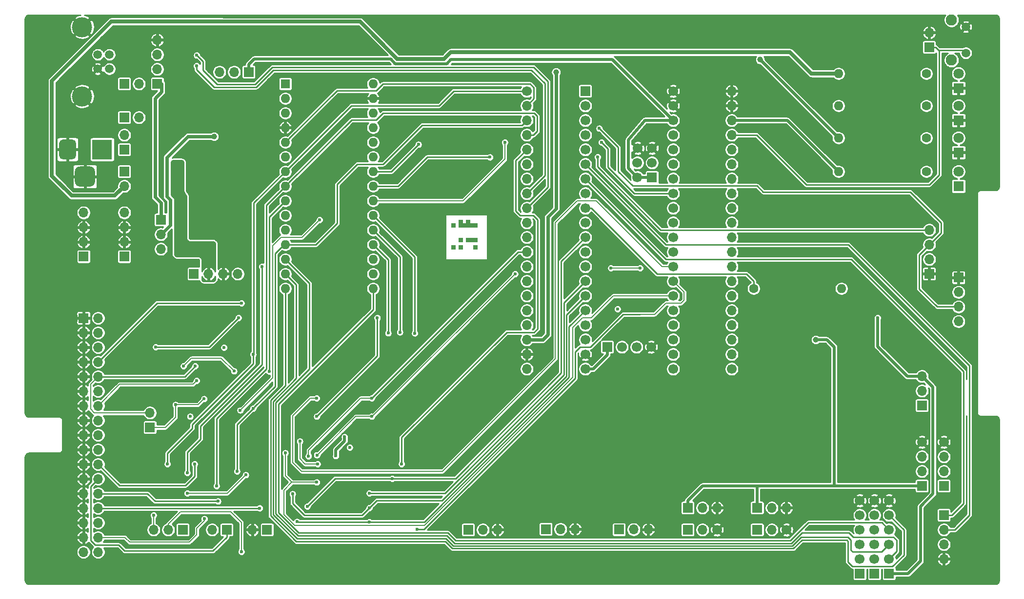
<source format=gbr>
G04 #@! TF.GenerationSoftware,KiCad,Pcbnew,(5.1.9)-1*
G04 #@! TF.CreationDate,2021-07-31T21:07:57+01:00*
G04 #@! TF.ProjectId,Greaseweazle F1 Plus 3.5 Rev 1.1,47726561-7365-4776-9561-7a6c65204631,1.1*
G04 #@! TF.SameCoordinates,PX6312cb0PY6bcb370*
G04 #@! TF.FileFunction,Copper,L2,Bot*
G04 #@! TF.FilePolarity,Positive*
%FSLAX46Y46*%
G04 Gerber Fmt 4.6, Leading zero omitted, Abs format (unit mm)*
G04 Created by KiCad (PCBNEW (5.1.9)-1) date 2021-07-31 21:07:57*
%MOMM*%
%LPD*%
G01*
G04 APERTURE LIST*
G04 #@! TA.AperFunction,EtchedComponent*
%ADD10C,0.100000*%
G04 #@! TD*
G04 #@! TA.AperFunction,ComponentPad*
%ADD11O,1.700000X1.700000*%
G04 #@! TD*
G04 #@! TA.AperFunction,ComponentPad*
%ADD12R,1.700000X1.700000*%
G04 #@! TD*
G04 #@! TA.AperFunction,ComponentPad*
%ADD13C,1.700000*%
G04 #@! TD*
G04 #@! TA.AperFunction,ComponentPad*
%ADD14C,4.064000*%
G04 #@! TD*
G04 #@! TA.AperFunction,ComponentPad*
%ADD15O,1.600000X1.600000*%
G04 #@! TD*
G04 #@! TA.AperFunction,ComponentPad*
%ADD16R,1.600000X1.600000*%
G04 #@! TD*
G04 #@! TA.AperFunction,ComponentPad*
%ADD17C,3.500120*%
G04 #@! TD*
G04 #@! TA.AperFunction,ComponentPad*
%ADD18C,1.501140*%
G04 #@! TD*
G04 #@! TA.AperFunction,ComponentPad*
%ADD19C,1.600000*%
G04 #@! TD*
G04 #@! TA.AperFunction,ComponentPad*
%ADD20R,1.800000X1.800000*%
G04 #@! TD*
G04 #@! TA.AperFunction,ComponentPad*
%ADD21C,1.800000*%
G04 #@! TD*
G04 #@! TA.AperFunction,ComponentPad*
%ADD22R,3.500000X3.500000*%
G04 #@! TD*
G04 #@! TA.AperFunction,ComponentPad*
%ADD23C,1.950000*%
G04 #@! TD*
G04 #@! TA.AperFunction,ComponentPad*
%ADD24C,1.508000*%
G04 #@! TD*
G04 #@! TA.AperFunction,ViaPad*
%ADD25C,0.600000*%
G04 #@! TD*
G04 #@! TA.AperFunction,ViaPad*
%ADD26C,1.000000*%
G04 #@! TD*
G04 #@! TA.AperFunction,Conductor*
%ADD27C,0.250000*%
G04 #@! TD*
G04 #@! TA.AperFunction,Conductor*
%ADD28C,0.600000*%
G04 #@! TD*
G04 #@! TA.AperFunction,Conductor*
%ADD29C,0.200000*%
G04 #@! TD*
G04 #@! TA.AperFunction,Conductor*
%ADD30C,0.500000*%
G04 #@! TD*
G04 #@! TA.AperFunction,Conductor*
%ADD31C,0.700000*%
G04 #@! TD*
G04 #@! TA.AperFunction,Conductor*
%ADD32C,1.000000*%
G04 #@! TD*
G04 #@! TA.AperFunction,Conductor*
%ADD33C,0.254000*%
G04 #@! TD*
G04 #@! TA.AperFunction,Conductor*
%ADD34C,0.100000*%
G04 #@! TD*
G04 APERTURE END LIST*
D10*
G36*
X21463000Y24638000D02*
G01*
X22098000Y24638000D01*
X22098000Y25273000D01*
X21463000Y25273000D01*
X21463000Y24638000D01*
G37*
X21463000Y24638000D02*
X22098000Y24638000D01*
X22098000Y25273000D01*
X21463000Y25273000D01*
X21463000Y24638000D01*
G36*
X21463000Y20828000D02*
G01*
X22098000Y20828000D01*
X22098000Y21463000D01*
X21463000Y21463000D01*
X21463000Y20828000D01*
G37*
X21463000Y20828000D02*
X22098000Y20828000D01*
X22098000Y21463000D01*
X21463000Y21463000D01*
X21463000Y20828000D01*
G36*
X22733000Y25273000D02*
G01*
X23368000Y25273000D01*
X23368000Y25908000D01*
X22733000Y25908000D01*
X22733000Y25273000D01*
G37*
X22733000Y25273000D02*
X23368000Y25273000D01*
X23368000Y25908000D01*
X22733000Y25908000D01*
X22733000Y25273000D01*
G36*
X22733000Y24638000D02*
G01*
X23368000Y24638000D01*
X23368000Y25273000D01*
X22733000Y25273000D01*
X22733000Y24638000D01*
G37*
X22733000Y24638000D02*
X23368000Y24638000D01*
X23368000Y25273000D01*
X22733000Y25273000D01*
X22733000Y24638000D01*
G36*
X23368000Y24638000D02*
G01*
X24003000Y24638000D01*
X24003000Y25273000D01*
X23368000Y25273000D01*
X23368000Y24638000D01*
G37*
X23368000Y24638000D02*
X24003000Y24638000D01*
X24003000Y25273000D01*
X23368000Y25273000D01*
X23368000Y24638000D01*
G36*
X24003000Y24638000D02*
G01*
X24638000Y24638000D01*
X24638000Y25273000D01*
X24003000Y25273000D01*
X24003000Y24638000D01*
G37*
X24003000Y24638000D02*
X24638000Y24638000D01*
X24638000Y25273000D01*
X24003000Y25273000D01*
X24003000Y24638000D01*
G36*
X24003000Y25273000D02*
G01*
X24638000Y25273000D01*
X24638000Y25908000D01*
X24003000Y25908000D01*
X24003000Y25273000D01*
G37*
X24003000Y25273000D02*
X24638000Y25273000D01*
X24638000Y25908000D01*
X24003000Y25908000D01*
X24003000Y25273000D01*
G36*
X24638000Y24638000D02*
G01*
X25273000Y24638000D01*
X25273000Y25273000D01*
X24638000Y25273000D01*
X24638000Y24638000D01*
G37*
X24638000Y24638000D02*
X25273000Y24638000D01*
X25273000Y25273000D01*
X24638000Y25273000D01*
X24638000Y24638000D01*
G36*
X25273000Y24638000D02*
G01*
X25908000Y24638000D01*
X25908000Y25273000D01*
X25273000Y25273000D01*
X25273000Y24638000D01*
G37*
X25273000Y24638000D02*
X25908000Y24638000D01*
X25908000Y25273000D01*
X25273000Y25273000D01*
X25273000Y24638000D01*
G36*
X25273000Y22098000D02*
G01*
X25908000Y22098000D01*
X25908000Y22733000D01*
X25273000Y22733000D01*
X25273000Y22098000D01*
G37*
X25273000Y22098000D02*
X25908000Y22098000D01*
X25908000Y22733000D01*
X25273000Y22733000D01*
X25273000Y22098000D01*
G36*
X24638000Y22098000D02*
G01*
X25273000Y22098000D01*
X25273000Y22733000D01*
X24638000Y22733000D01*
X24638000Y22098000D01*
G37*
X24638000Y22098000D02*
X25273000Y22098000D01*
X25273000Y22733000D01*
X24638000Y22733000D01*
X24638000Y22098000D01*
G36*
X24003000Y22098000D02*
G01*
X24638000Y22098000D01*
X24638000Y22733000D01*
X24003000Y22733000D01*
X24003000Y22098000D01*
G37*
X24003000Y22098000D02*
X24638000Y22098000D01*
X24638000Y22733000D01*
X24003000Y22733000D01*
X24003000Y22098000D01*
G36*
X22733000Y22098000D02*
G01*
X23368000Y22098000D01*
X23368000Y22733000D01*
X22733000Y22733000D01*
X22733000Y22098000D01*
G37*
X22733000Y22098000D02*
X23368000Y22098000D01*
X23368000Y22733000D01*
X22733000Y22733000D01*
X22733000Y22098000D01*
G36*
X22733000Y20828000D02*
G01*
X23368000Y20828000D01*
X23368000Y21463000D01*
X22733000Y21463000D01*
X22733000Y20828000D01*
G37*
X22733000Y20828000D02*
X23368000Y20828000D01*
X23368000Y21463000D01*
X22733000Y21463000D01*
X22733000Y20828000D01*
G36*
X25273000Y20828000D02*
G01*
X25908000Y20828000D01*
X25908000Y21463000D01*
X25273000Y21463000D01*
X25273000Y20828000D01*
G37*
X25273000Y20828000D02*
X25908000Y20828000D01*
X25908000Y21463000D01*
X25273000Y21463000D01*
X25273000Y20828000D01*
D11*
X-35306000Y31750000D03*
D12*
X-35306000Y34290000D03*
D11*
X-32766000Y49530000D03*
D12*
X-35306000Y49530000D03*
D11*
X-35306000Y40640000D03*
D12*
X-35306000Y38100000D03*
D11*
X-32766000Y43688000D03*
D12*
X-35306000Y43688000D03*
D11*
X-15621000Y16510000D03*
X-18161000Y16510000D03*
X-20701000Y16510000D03*
D12*
X-23241000Y16510000D03*
D11*
X-30226000Y-27940000D03*
X-27686000Y-27940000D03*
D12*
X-25146000Y-27940000D03*
D11*
X-30861000Y-7620000D03*
D12*
X-30861000Y-10160000D03*
X48514000Y3810000D03*
D13*
X51054000Y3810000D03*
X53594000Y3810000D03*
X56134000Y3810000D03*
X59944000Y48260000D03*
D12*
X44704000Y48260000D03*
D13*
X59944000Y45720000D03*
X44704000Y45720000D03*
X59944000Y43180000D03*
X44704000Y43180000D03*
X59944000Y40640000D03*
X44704000Y40640000D03*
X59944000Y38100000D03*
X44704000Y38100000D03*
X59944000Y35560000D03*
X44704000Y35560000D03*
X59944000Y33020000D03*
X44704000Y33020000D03*
X59944000Y30480000D03*
X44704000Y30480000D03*
X59944000Y27940000D03*
X44704000Y27940000D03*
X59944000Y25400000D03*
X44704000Y25400000D03*
X59944000Y22860000D03*
X44704000Y22860000D03*
X59944000Y20320000D03*
X44704000Y20320000D03*
X59944000Y17780000D03*
X44704000Y17780000D03*
X59944000Y15240000D03*
X44704000Y15240000D03*
X59944000Y12700000D03*
X44704000Y12700000D03*
X59944000Y10160000D03*
X44704000Y10160000D03*
X59944000Y7620000D03*
X44704000Y7620000D03*
X59944000Y5080000D03*
X44704000Y5080000D03*
X59944000Y2540000D03*
X44704000Y2540000D03*
X59944000Y0D03*
X44704000Y0D03*
X56273700Y35814000D03*
X56273700Y38354000D03*
D12*
X56273700Y33274000D03*
D13*
X53797200Y38354000D03*
X53733700Y35814000D03*
X53733700Y33274000D03*
X92329000Y-22860000D03*
X92329000Y-25400000D03*
X92329000Y-27940000D03*
X92329000Y-30480000D03*
X92329000Y-33020000D03*
D12*
X92329000Y-35560000D03*
D13*
X94869000Y-22860000D03*
X94869000Y-25400000D03*
X94869000Y-27940000D03*
X94869000Y-30480000D03*
X94869000Y-33020000D03*
D12*
X94869000Y-35560000D03*
D14*
X86113620Y-34935160D03*
X16113760Y59065160D03*
X16113760Y-34935160D03*
X86113620Y59065160D03*
D11*
X104394000Y58420000D03*
D12*
X104394000Y55880000D03*
D11*
X-13081000Y-27940000D03*
D12*
X-10541000Y-27940000D03*
D11*
X-20066000Y-27940000D03*
D12*
X-17526000Y-27940000D03*
D13*
X97409000Y-22860000D03*
X97409000Y-25400000D03*
X97409000Y-27940000D03*
X97409000Y-30480000D03*
X97409000Y-33020000D03*
D12*
X97409000Y-35560000D03*
D11*
X-35306000Y27152600D03*
X-35306000Y24612600D03*
X-35306000Y22072600D03*
D12*
X-35306000Y19532600D03*
D11*
X-29591000Y57150000D03*
X-29591000Y54610000D03*
X-29591000Y52070000D03*
D12*
X-29591000Y49530000D03*
D15*
X7874000Y13970000D03*
X-7366000Y13970000D03*
X7874000Y49530000D03*
X-7366000Y16510000D03*
X7874000Y46990000D03*
X-7366000Y19050000D03*
X7874000Y44450000D03*
X-7366000Y21590000D03*
X7874000Y41910000D03*
X-7366000Y24130000D03*
X7874000Y39370000D03*
X-7366000Y26670000D03*
X7874000Y36830000D03*
X-7366000Y29210000D03*
X7874000Y34290000D03*
X-7366000Y31750000D03*
X7874000Y31750000D03*
X-7366000Y34290000D03*
X7874000Y29210000D03*
X-7366000Y36830000D03*
X7874000Y26670000D03*
X-7366000Y39370000D03*
X7874000Y24130000D03*
X-7366000Y41910000D03*
X7874000Y21590000D03*
X-7366000Y44450000D03*
X7874000Y19050000D03*
X-7366000Y46990000D03*
X7874000Y16510000D03*
D16*
X-7366000Y49530000D03*
D11*
X-28956000Y20828000D03*
X-28956000Y23368000D03*
D12*
X-28956000Y25908000D03*
D17*
X-42621200Y47345600D03*
X-42621200Y59385200D03*
D18*
X-37896800Y54610000D03*
X-37896800Y52120800D03*
X-39903400Y52120800D03*
X-39903400Y54610000D03*
D11*
X103124000Y-1270000D03*
X103124000Y-3810000D03*
D12*
X103124000Y-6350000D03*
D11*
X109474000Y8255000D03*
X109474000Y10795000D03*
X109474000Y13335000D03*
D12*
X109474000Y15875000D03*
D11*
X29464000Y-27940000D03*
X26924000Y-27940000D03*
D12*
X24384000Y-27940000D03*
D11*
X42926000Y-27829200D03*
X40386000Y-27829200D03*
D12*
X37846000Y-27829200D03*
D11*
X55626000Y-27889200D03*
X53086000Y-27889200D03*
D12*
X50546000Y-27889200D03*
D11*
X-18796000Y51587400D03*
X-16256000Y51587400D03*
D12*
X-13716000Y51587400D03*
D11*
X104394000Y24130000D03*
X104394000Y21590000D03*
X104394000Y19050000D03*
D12*
X104394000Y16510000D03*
X106934000Y-20320000D03*
D11*
X106934000Y-17780000D03*
X106934000Y-15240000D03*
D13*
X106934000Y-12700000D03*
X103124000Y-12700000D03*
D11*
X103124000Y-15240000D03*
X103124000Y-17780000D03*
D12*
X103124000Y-20320000D03*
D19*
X103886000Y51308000D03*
D15*
X88646000Y51308000D03*
D20*
X109474000Y48768000D03*
D21*
X109474000Y51308000D03*
X109474000Y34290000D03*
D20*
X109474000Y31750000D03*
X109474000Y37592000D03*
D21*
X109474000Y40132000D03*
X109474000Y45720000D03*
D20*
X109474000Y43180000D03*
D19*
X73914000Y13970000D03*
D15*
X89154000Y13970000D03*
X88646000Y34290000D03*
D19*
X103886000Y34290000D03*
X103886000Y40132000D03*
D15*
X88646000Y40132000D03*
X88646000Y45720000D03*
D19*
X103886000Y45720000D03*
D11*
X34544000Y0D03*
X34544000Y2540000D03*
X34544000Y5080000D03*
X34544000Y7620000D03*
X34544000Y10160000D03*
X34544000Y12700000D03*
X34544000Y15240000D03*
X34544000Y17780000D03*
X34544000Y20320000D03*
X34544000Y22860000D03*
X34544000Y25400000D03*
X34544000Y27940000D03*
X34544000Y30480000D03*
X34544000Y33020000D03*
X34544000Y35560000D03*
X34544000Y38100000D03*
X34544000Y40640000D03*
X34544000Y43180000D03*
X34544000Y45720000D03*
D13*
X34544000Y48260000D03*
D11*
X70104000Y48260000D03*
X70104000Y45720000D03*
X70104000Y43180000D03*
X70104000Y40640000D03*
X70104000Y38100000D03*
X70104000Y35560000D03*
X70104000Y33020000D03*
X70104000Y30480000D03*
X70104000Y27940000D03*
X70104000Y25400000D03*
X70104000Y22860000D03*
X70104000Y20320000D03*
X70104000Y17780000D03*
X70104000Y15240000D03*
X70104000Y12700000D03*
X70104000Y10160000D03*
X70104000Y7620000D03*
X70104000Y5080000D03*
X70104000Y2540000D03*
D13*
X70104000Y0D03*
D11*
X79603600Y-24130000D03*
X77063600Y-24130000D03*
D12*
X74523600Y-24130000D03*
D11*
X67564000Y-24130000D03*
X65024000Y-24130000D03*
D12*
X62484000Y-24130000D03*
X62484000Y-27940000D03*
D11*
X65024000Y-27940000D03*
D13*
X67564000Y-27940000D03*
D12*
X74523600Y-27940000D03*
D11*
X77063600Y-27940000D03*
D13*
X79603600Y-27940000D03*
D11*
X106934000Y-33020000D03*
X106934000Y-30480000D03*
X106934000Y-27940000D03*
D12*
X106934000Y-25400000D03*
G04 #@! TA.AperFunction,ComponentPad*
G36*
G01*
X-43888600Y32551400D02*
X-43888600Y34301400D01*
G75*
G02*
X-43013600Y35176400I875000J0D01*
G01*
X-41263600Y35176400D01*
G75*
G02*
X-40388600Y34301400I0J-875000D01*
G01*
X-40388600Y32551400D01*
G75*
G02*
X-41263600Y31676400I-875000J0D01*
G01*
X-43013600Y31676400D01*
G75*
G02*
X-43888600Y32551400I0J875000D01*
G01*
G37*
G04 #@! TD.AperFunction*
G04 #@! TA.AperFunction,ComponentPad*
G36*
G01*
X-46638600Y37126400D02*
X-46638600Y39126400D01*
G75*
G02*
X-45888600Y39876400I750000J0D01*
G01*
X-44388600Y39876400D01*
G75*
G02*
X-43638600Y39126400I0J-750000D01*
G01*
X-43638600Y37126400D01*
G75*
G02*
X-44388600Y36376400I-750000J0D01*
G01*
X-45888600Y36376400D01*
G75*
G02*
X-46638600Y37126400I0J750000D01*
G01*
G37*
G04 #@! TD.AperFunction*
D22*
X-39138600Y38126400D03*
D23*
X108244000Y60650000D03*
X108244000Y53650000D03*
D24*
X110744000Y59425000D03*
X110744000Y54875000D03*
D12*
X-42367200Y19532600D03*
D11*
X-42367200Y22072600D03*
X-42367200Y24612600D03*
X-42367200Y27152600D03*
X-39852600Y-31800800D03*
X-42392600Y-31800800D03*
X-39852600Y-29260800D03*
X-42392600Y-29260800D03*
X-39852600Y-26720800D03*
X-42392600Y-26720800D03*
X-39852600Y-24180800D03*
X-42392600Y-24180800D03*
X-39852600Y-21640800D03*
X-42392600Y-21640800D03*
X-39852600Y-19100800D03*
X-42392600Y-19100800D03*
X-39852600Y-16560800D03*
X-42392600Y-16560800D03*
X-39852600Y-14020800D03*
X-42392600Y-14020800D03*
X-39852600Y-11480800D03*
X-42392600Y-11480800D03*
X-39852600Y-8940800D03*
X-42392600Y-8940800D03*
X-39852600Y-6400800D03*
X-42392600Y-6400800D03*
X-39852600Y-3860800D03*
X-42392600Y-3860800D03*
X-39852600Y-1320800D03*
X-42392600Y-1320800D03*
X-39852600Y1219200D03*
X-42392600Y1219200D03*
X-39852600Y3759200D03*
X-42392600Y3759200D03*
X-39852600Y6299200D03*
X-42392600Y6299200D03*
X-39852600Y8839200D03*
D12*
X-42392600Y8839200D03*
D25*
X50292000Y10414000D03*
X5334000Y29210000D03*
X2794000Y21590000D03*
X-51816000Y15240000D03*
X-51816000Y-7620000D03*
X-51816000Y-15240000D03*
X-51816000Y-36830000D03*
X-51714400Y45516800D03*
X96901000Y60833000D03*
X115824000Y-36830000D03*
X105410000Y36576000D03*
X49911000Y43307000D03*
X-3937000Y26924000D03*
X14224000Y41910000D03*
X96774000Y27686000D03*
X76327000Y25400000D03*
X27559000Y46355000D03*
X-51816000Y60960000D03*
X115824000Y-9017000D03*
X112014000Y29210000D03*
X112014000Y24130000D03*
X112014000Y21590000D03*
X112014000Y6350000D03*
X112014000Y3683000D03*
X112014000Y-2286000D03*
X112014000Y-7620000D03*
X115824000Y-24765000D03*
X51689000Y60960000D03*
X33274000Y-36830000D03*
X46609000Y-36830000D03*
X59690000Y-36830000D03*
X71120000Y-36830000D03*
X99949000Y-36830000D03*
X115697000Y60833000D03*
X115697000Y35941000D03*
X115697000Y41656000D03*
X115697000Y52959000D03*
X99314000Y-8890000D03*
X91059000Y-8255000D03*
X81534000Y-1270000D03*
X81534000Y17399000D03*
X85471000Y-24130000D03*
X18034000Y31750000D03*
X28194000Y31750000D03*
X19177000Y18669000D03*
X254000Y11430000D03*
X-11176000Y-34925000D03*
X76454000Y34290000D03*
X84734400Y40614600D03*
X81534000Y25400000D03*
X78994000Y46990000D03*
X30734000Y57150000D03*
X63754000Y57150000D03*
X21844000Y27940000D03*
X30099000Y-5080000D03*
X56134000Y-19050000D03*
X43434000Y-19050000D03*
X33274000Y-19050000D03*
X-32131000Y-34925000D03*
X-31496000Y19685000D03*
X-3556000Y48514000D03*
X15240000Y-25273000D03*
X9779000Y-9652000D03*
X-27813000Y-21590000D03*
X-7366000Y57150000D03*
X20320000Y43434000D03*
X27940000Y43434000D03*
X14224000Y47752000D03*
X2794000Y46990000D03*
X-3048000Y41148000D03*
X4572000Y40640000D03*
X5334000Y13970000D03*
X20066000Y13970000D03*
X28448000Y10668000D03*
X18288000Y10922000D03*
X19050000Y4318000D03*
X30480000Y2286000D03*
X-20447000Y36830000D03*
X-21971000Y34290000D03*
X-28194000Y53594000D03*
X-21971000Y47498000D03*
X-15875000Y45466000D03*
X-13843000Y22352000D03*
X-12954000Y29845000D03*
X-25273000Y48260000D03*
X-46736000Y53340000D03*
X-2286000Y57150000D03*
X4064000Y57150000D03*
X29464000Y21971000D03*
X-19812000Y7620000D03*
X8890000Y-508000D03*
X-51816000Y5080000D03*
X-51816000Y-25400000D03*
X96774000Y-1270000D03*
X100584000Y3810000D03*
X76327000Y17272000D03*
X92710000Y5080000D03*
X86614000Y17399000D03*
X26416000Y17272000D03*
X18034000Y25400000D03*
X50800000Y46355000D03*
X91694000Y57150000D03*
X77724000Y57150000D03*
X56134000Y57150000D03*
X47244000Y57150000D03*
X39624000Y57150000D03*
X-32766000Y5080000D03*
X-28956000Y-8890000D03*
X-32004000Y-16002000D03*
X-28194000Y-25146000D03*
X-21336000Y-35052000D03*
X-14986000Y-21590000D03*
X-12319000Y-19304000D03*
X10414000Y-15240000D03*
X19304000Y-13843000D03*
X68834000Y-19050000D03*
X73914000Y-19050000D03*
X80264000Y-19050000D03*
X254000Y5080000D03*
X-27686000Y7620000D03*
X-16256000Y10160000D03*
X-32766000Y10160000D03*
X-36576000Y12446000D03*
X-25019000Y13843000D03*
X-6375400Y4953000D03*
X-4292600Y6680200D03*
X-1828800Y38430200D03*
X-11303000Y52374800D03*
X88366600Y-27559000D03*
X-28575000Y38227000D03*
X-28956000Y34544000D03*
X-11684000Y40894000D03*
X-18796000Y25400000D03*
X-14478000Y26289000D03*
X-13462000Y26289000D03*
X57404000Y27940000D03*
X-28067000Y-4572000D03*
X-24892000Y-10287000D03*
X-14224000Y-13208000D03*
X-17526000Y-11430000D03*
X-20320000Y-10033000D03*
X-12319000Y-17145000D03*
X-22606000Y-25654000D03*
X-14859000Y2540000D03*
X254000Y27686000D03*
X22479000Y3810000D03*
X27178000Y6350000D03*
X16129000Y-3429000D03*
X11176000Y2413000D03*
X5969000Y5461000D03*
X27940000Y27686000D03*
X254000Y35941000D03*
X23114000Y35433000D03*
X25400000Y37973000D03*
X81153000Y37846000D03*
X74422000Y48133000D03*
X20447000Y-8636000D03*
X-6096000Y-6223000D03*
X-7366000Y-10287000D03*
X-3683000Y-12598400D03*
X-3683000Y-9906000D03*
X11176000Y-3302000D03*
X762000Y1143000D03*
X5207000Y1905000D03*
X-15367000Y6223000D03*
X55372000Y11303000D03*
X76327000Y20447000D03*
X81534000Y20447000D03*
X86614000Y20447000D03*
X76327000Y22860000D03*
X81534000Y22860000D03*
X86614000Y22860000D03*
X86614000Y25400000D03*
X104394000Y30226000D03*
X36957000Y26797000D03*
X37973000Y29210000D03*
X15875000Y-20447000D03*
X11176000Y-20574000D03*
X10160000Y-24130000D03*
X21844000Y-17780000D03*
X24384000Y-22860000D03*
X75184000Y-5080000D03*
X85344000Y-19050000D03*
X-24511000Y47498000D03*
X-12827000Y45466000D03*
X-27051000Y50927000D03*
X-34163000Y54610000D03*
X-25908000Y-11430000D03*
X-24892000Y6858000D03*
X-25908000Y5715000D03*
X-24892000Y4572000D03*
X-28956000Y37084000D03*
X-28956000Y35687000D03*
X-21336000Y35179000D03*
X-20447000Y39497000D03*
X-32004000Y53340000D03*
X-12827000Y-10795000D03*
X-22606000Y-7112000D03*
X-32004000Y-18796000D03*
X-35814000Y-15494000D03*
X-23368000Y-15494000D03*
X-34798000Y2413000D03*
X-37084000Y2286000D03*
X-23114000Y51054000D03*
X56388000Y31115000D03*
X-35941000Y-28067000D03*
X-32131000Y-27305000D03*
X-22733000Y54483000D03*
X-22748190Y52644000D03*
X-23876000Y-8255000D03*
D26*
X39624000Y51562000D03*
X-19725959Y40386000D03*
D25*
X3809994Y-13627010D03*
X-19304000Y-20320000D03*
X11176000Y-19050000D03*
X-3556000Y-23876000D03*
X7219919Y-26577990D03*
X-5334000Y-26543000D03*
X-11810992Y-24180778D03*
X7239000Y-24130000D03*
X-19050000Y-22987000D03*
X-6096004Y-21717000D03*
X-15748000Y-17780010D03*
X-12954000Y-6858000D03*
X7620000Y-5080000D03*
X-3340099Y-15151099D03*
X-24384000Y-21589998D03*
X-24384000Y-18034000D03*
X-14224000Y-18415000D03*
X-11430000Y17780000D03*
X-27813000Y-16510000D03*
X-12954000Y2540000D03*
X7239000Y-21590000D03*
X-14986000Y11430000D03*
X-15494000Y8890000D03*
X8611188Y8865188D03*
X-1905000Y-8255000D03*
X-29845000Y3810002D03*
X1397000Y-15113000D03*
D26*
X84709000Y5080000D03*
D25*
X2921000Y-11811000D03*
X28149001Y36785001D03*
X46822990Y36830000D03*
X15113000Y6197600D03*
X12522198Y6375400D03*
X95427800Y8890000D03*
D26*
X75031602Y53721000D03*
D25*
X47117000Y41783000D03*
X15748000Y38989000D03*
D26*
X-26670000Y35687000D03*
X-26670000Y34544000D03*
X-26670000Y33401000D03*
X-26670000Y32258000D03*
X-26670000Y30988000D03*
X-25527000Y30988000D03*
X-25527000Y35687000D03*
X-25527000Y34544000D03*
X-25527000Y33401000D03*
X-25527000Y32258000D03*
D25*
X10490200Y6223000D03*
X47498000Y39370000D03*
X-15176500Y-7175500D03*
X-1777988Y-16510000D03*
X30734000Y39370000D03*
X-1397000Y25908000D03*
X-4826000Y-12573000D03*
X-10169021Y-449010D03*
X-17986972Y3730000D03*
X54229000Y17526000D03*
X49149000Y17526000D03*
X32512000Y16510000D03*
X7620000Y-8255000D03*
X-1879601Y-14960599D03*
X-25019000Y508000D03*
X-1905000Y-5080000D03*
X-16256000Y-381000D03*
X15494000Y-27852953D03*
X-1904990Y-19685000D03*
X-7366000Y-14605000D03*
X12827000Y-16510000D03*
X-14986000Y-31750000D03*
X-21401000Y-26035000D03*
X-23114000Y-16510000D03*
X-22733000Y-2032000D03*
X-21463000Y-5207000D03*
X-26416000Y-6223000D03*
X-22987000Y508000D03*
X-30226000Y-25400000D03*
D27*
X73914000Y15240000D02*
X73914000Y13970000D01*
X72644000Y16510000D02*
X73914000Y15240000D01*
X57150000Y16510000D02*
X72644000Y16510000D01*
X45720000Y27940000D02*
X57150000Y16510000D01*
X44704000Y27940000D02*
X45720000Y27940000D01*
X-21675129Y53425129D02*
X-22733000Y54483000D01*
X-21675129Y51901129D02*
X-21675129Y53425129D01*
X-19177000Y49403000D02*
X-21675129Y51901129D01*
X-12598400Y49403000D02*
X-19177000Y49403000D01*
X-9593432Y52407968D02*
X-12598400Y49403000D01*
X35730032Y52407968D02*
X-9593432Y52407968D01*
X38201600Y49936400D02*
X35730032Y52407968D01*
X38201600Y31597600D02*
X38201600Y49936400D01*
X34544000Y27940000D02*
X38201600Y31597600D01*
X-22735492Y52644000D02*
X-22748190Y52644000D01*
X-22748190Y51958190D02*
X-22748190Y52644000D01*
X-19742989Y48952989D02*
X-22748190Y51958190D01*
X-12412000Y48952989D02*
X-19742989Y48952989D01*
X-9457032Y51907957D02*
X-12412000Y48952989D01*
X35349032Y51907957D02*
X-9457032Y51907957D01*
X37668200Y49588789D02*
X35349032Y51907957D01*
X37668200Y33604200D02*
X37668200Y49588789D01*
X34544000Y30480000D02*
X37668200Y33604200D01*
D28*
X88620600Y45694600D02*
X88646000Y45720000D01*
X-22098000Y40386000D02*
X-19725959Y40386000D01*
X-24257000Y40386000D02*
X-22098000Y40386000D01*
X-27940000Y36703000D02*
X-24257000Y40386000D01*
X-27940000Y29972000D02*
X-27940000Y36703000D01*
X-27339001Y29371001D02*
X-27940000Y29972000D01*
X-27339001Y24984999D02*
X-27339001Y29371001D01*
X-28956000Y23368000D02*
X-27339001Y24984999D01*
X39624000Y50854894D02*
X39624000Y51562000D01*
X39624000Y27843254D02*
X39624000Y50854894D01*
X38227000Y26446254D02*
X39624000Y27843254D01*
X38227000Y5969000D02*
X38227000Y26446254D01*
X37338000Y5080000D02*
X38227000Y5969000D01*
X34544000Y5080000D02*
X37338000Y5080000D01*
D27*
X-19304000Y-8636002D02*
X-19304000Y-20320000D01*
X-10668000Y-2D02*
X-19304000Y-8636002D01*
X-10668000Y28448000D02*
X-10668000Y-2D01*
X-7366000Y31750000D02*
X-10668000Y28448000D01*
X-6566001Y32549999D02*
X-7366000Y31750000D01*
X8438001Y43274999D02*
X4158999Y43274999D01*
X4158999Y43274999D02*
X-6566001Y32549999D01*
X9613002Y44450000D02*
X8438001Y43274999D01*
X36329989Y43934011D02*
X35814000Y44450000D01*
X36329989Y41282989D02*
X36329989Y43934011D01*
X35687000Y40640000D02*
X36329989Y41282989D01*
X35814000Y44450000D02*
X9613002Y44450000D01*
X34544000Y40640000D02*
X35687000Y40640000D01*
X44704000Y22860000D02*
X40515957Y18671957D01*
X40515957Y18671957D02*
X40515957Y-724555D01*
X40515957Y-724555D02*
X22190512Y-19050000D01*
X22190512Y-19050000D02*
X11176000Y-19050000D01*
X1270000Y-19050000D02*
X-3556000Y-23876000D01*
X11176000Y-19050000D02*
X1270000Y-19050000D01*
X16762954Y-26577990D02*
X7219919Y-26577990D01*
X44704000Y10160000D02*
X41865990Y7321990D01*
X41865990Y-1474954D02*
X16762954Y-26577990D01*
X41865990Y7321990D02*
X41865990Y-1474954D01*
X7219919Y-26577990D02*
X-5299010Y-26577990D01*
X-5299010Y-26577990D02*
X-5334000Y-26543000D01*
X-11811014Y-24180800D02*
X-11810992Y-24180778D01*
X-39852600Y-24180800D02*
X-11811014Y-24180800D01*
X-29972000Y-22987000D02*
X-27649998Y-22987000D01*
X-31318200Y-21640800D02*
X-29972000Y-22987000D01*
X-27649998Y-22987000D02*
X-19050000Y-22987000D01*
X-39852600Y-21640800D02*
X-31318200Y-21640800D01*
X7538999Y-23830001D02*
X7239000Y-24130000D01*
X8509000Y-22860000D02*
X7538999Y-23830001D01*
X19794756Y-22860000D02*
X8509000Y-22860000D01*
X41415979Y-1238777D02*
X19794756Y-22860000D01*
X41415979Y9411979D02*
X41415979Y-1238777D01*
X44704000Y12700000D02*
X41415979Y9411979D01*
X-6096004Y-23367996D02*
X-6096004Y-21717000D01*
X-4064000Y-25400000D02*
X-6096004Y-23367996D01*
X5969000Y-25400000D02*
X-4064000Y-25400000D01*
X7239000Y-24130000D02*
X5969000Y-25400000D01*
X-15748000Y-9652000D02*
X-15748000Y-17780010D01*
X-12954000Y-6858000D02*
X-15748000Y-9652000D01*
X-2057400Y21590000D02*
X-7366000Y21590000D01*
X1625600Y25273000D02*
X-2057400Y21590000D01*
X1625600Y32054800D02*
X1625600Y25273000D01*
X5130800Y35560000D02*
X1625600Y32054800D01*
X9601200Y35560000D02*
X5130800Y35560000D01*
X16371201Y42330001D02*
X9601200Y35560000D01*
X33694001Y42330001D02*
X16371201Y42330001D01*
X34544000Y43180000D02*
X33694001Y42330001D01*
X-9144000Y-3048000D02*
X-12654001Y-6558001D01*
X-9144000Y20066000D02*
X-9144000Y-3048000D01*
X-7620000Y21590000D02*
X-9144000Y20066000D01*
X-7366000Y21590000D02*
X-7620000Y21590000D01*
X-12654001Y-6558001D02*
X-12954000Y-6858000D01*
X33020000Y20320000D02*
X7620000Y-5080000D01*
X34544000Y20320000D02*
X33020000Y20320000D01*
D29*
X-3340099Y-14135099D02*
X-3340099Y-15151099D01*
X5715000Y-5080000D02*
X-3340099Y-14135099D01*
X7620000Y-5080000D02*
X5715000Y-5080000D01*
D27*
X-6566001Y40169999D02*
X-7366000Y39370000D01*
X1618999Y48354999D02*
X-6566001Y40169999D01*
X8438001Y48354999D02*
X1618999Y48354999D01*
X9568003Y49485001D02*
X8438001Y48354999D01*
X35132001Y49485001D02*
X9568003Y49485001D01*
X35769001Y48848001D02*
X35132001Y49485001D01*
X35769001Y46945001D02*
X35769001Y48848001D01*
X34544000Y45720000D02*
X35769001Y46945001D01*
D29*
X-17398998Y-21589998D02*
X-14224000Y-18415000D01*
X-24384000Y-21589998D02*
X-17398998Y-21589998D01*
D27*
X-11430000Y762000D02*
X-11430000Y17780000D01*
X-22098000Y-9906000D02*
X-11430000Y762000D01*
X-24384000Y-14478000D02*
X-22098000Y-12192000D01*
X-22098000Y-12192000D02*
X-22098000Y-9906000D01*
X-24384000Y-18034000D02*
X-24384000Y-14478000D01*
X4089400Y45745400D02*
X-7366000Y34290000D01*
X19329400Y45745400D02*
X4089400Y45745400D01*
X34544000Y48260000D02*
X21844000Y48260000D01*
X21844000Y48260000D02*
X19329400Y45745400D01*
X-12827000Y2667000D02*
X-12954000Y2540000D01*
X-12827000Y28829000D02*
X-12827000Y2667000D01*
X-7366000Y34290000D02*
X-12827000Y28829000D01*
X-12954000Y889000D02*
X-12954000Y2540000D01*
X-23495000Y-9652000D02*
X-12954000Y889000D01*
X-23495000Y-10323004D02*
X-23495000Y-9652000D01*
X-27813000Y-14641004D02*
X-23495000Y-10323004D01*
X-27813000Y-16510000D02*
X-27813000Y-14641004D01*
X40965968Y11501968D02*
X40965968Y-981666D01*
X40965968Y-981666D02*
X20357634Y-21590000D01*
X44704000Y15240000D02*
X40965968Y11501968D01*
X20357634Y-21590000D02*
X7239000Y-21590000D01*
X-29641800Y11430000D02*
X-14986000Y11430000D01*
X-39852600Y1219200D02*
X-29641800Y11430000D01*
X8611188Y2261188D02*
X-1905000Y-8255000D01*
X8611188Y8865188D02*
X8611188Y2261188D01*
X-20573998Y3810002D02*
X-29845000Y3810002D01*
X-15494000Y8890000D02*
X-20573998Y3810002D01*
X106934000Y-27914600D02*
X106934000Y-27940000D01*
X108839000Y-27940000D02*
X106934000Y-27940000D01*
X44704000Y35560000D02*
X58674000Y21590000D01*
X58674000Y21590000D02*
X90347800Y21590000D01*
X90347800Y21590000D02*
X111379000Y558800D01*
X111379000Y558800D02*
X111379000Y-1921998D01*
X111338999Y-1961999D02*
X111338999Y-2610001D01*
X111338999Y-2610001D02*
X111379000Y-2650002D01*
X111379000Y-2650002D02*
X111379000Y-7255998D01*
X111379000Y-25400000D02*
X108839000Y-27940000D01*
X111379000Y-7255998D02*
X111338999Y-7295999D01*
X111338999Y-7295999D02*
X111338999Y-7944001D01*
X111338999Y-7944001D02*
X111379000Y-7984002D01*
X111379000Y-1921998D02*
X111338999Y-1961999D01*
X111379000Y-7984002D02*
X111379000Y-25400000D01*
X58674000Y19050000D02*
X44704000Y33020000D01*
X90855800Y19050000D02*
X58674000Y19050000D01*
X110363000Y-457200D02*
X90855800Y19050000D01*
X110363000Y-23368000D02*
X110363000Y-457200D01*
X108331000Y-25400000D02*
X110363000Y-23368000D01*
X106934000Y-25400000D02*
X108331000Y-25400000D01*
D30*
X52171600Y34836100D02*
X53733700Y33274000D01*
X52171600Y39827200D02*
X52171600Y34836100D01*
X59944000Y43180000D02*
X55016400Y43180000D01*
X55016400Y43180000D02*
X52171600Y39827200D01*
X53733700Y33274000D02*
X56273700Y33274000D01*
X45906081Y0D02*
X44704000Y0D01*
X46054000Y0D02*
X45906081Y0D01*
X48514000Y2460000D02*
X46054000Y0D01*
X48514000Y3810000D02*
X48514000Y2460000D01*
X85598000Y37338000D02*
X88646000Y34290000D01*
X79756000Y43180000D02*
X85598000Y37338000D01*
X70104000Y43180000D02*
X79756000Y43180000D01*
X74523600Y-24130000D02*
X74523600Y-20320000D01*
X62484000Y-22860000D02*
X62484000Y-24130000D01*
X65024000Y-20320000D02*
X62484000Y-22860000D01*
X103124000Y-20320000D02*
X87884000Y-20320000D01*
X87884000Y-20320000D02*
X65024000Y-20320000D01*
X86614000Y5080000D02*
X84709000Y5080000D01*
X87884000Y3810000D02*
X86614000Y5080000D01*
X87884000Y-20320000D02*
X87884000Y3810000D01*
X2921000Y-12509500D02*
X2921000Y-11811000D01*
X1397000Y-14033500D02*
X2921000Y-12509500D01*
X1397000Y-15113000D02*
X1397000Y-14033500D01*
X-13716000Y52937400D02*
X-13716000Y51587400D01*
X-12805400Y53848000D02*
X-13716000Y52937400D01*
X10903359Y53848000D02*
X-12805400Y53848000D01*
X11718380Y53032979D02*
X10903359Y53848000D01*
X20647979Y53032979D02*
X11718380Y53032979D01*
X21336000Y53721000D02*
X20647979Y53032979D01*
X49403000Y53721000D02*
X21336000Y53721000D01*
X59944000Y43180000D02*
X49403000Y53721000D01*
D27*
X106085001Y33695001D02*
X106085001Y54142001D01*
X104394000Y32004000D02*
X106085001Y33695001D01*
X83058000Y32004000D02*
X104394000Y32004000D01*
X74422000Y40640000D02*
X83058000Y32004000D01*
X70104000Y40640000D02*
X74422000Y40640000D01*
X110247000Y55372000D02*
X110744000Y54875000D01*
X106085001Y55372000D02*
X110247000Y55372000D01*
X106085001Y54142001D02*
X106085001Y55372000D01*
D29*
X106085001Y54142001D02*
X106085001Y55306599D01*
D27*
X105511600Y55880000D02*
X104394000Y55880000D01*
X106085001Y55306599D02*
X105511600Y55880000D01*
X12217400Y31750000D02*
X17252401Y36785001D01*
X7874000Y31750000D02*
X12217400Y31750000D01*
X17252401Y36785001D02*
X28149001Y36785001D01*
X57785000Y24130000D02*
X46822990Y35092010D01*
X104394000Y24130000D02*
X57785000Y24130000D01*
X46822990Y35092010D02*
X46822990Y36830000D01*
X7874000Y26670000D02*
X15113000Y19431000D01*
X15113000Y6621864D02*
X15113000Y6197600D01*
X15113000Y19431000D02*
X15113000Y6621864D01*
X12522198Y6799664D02*
X12522198Y6375400D01*
X12522198Y19481802D02*
X12522198Y6799664D01*
X7874000Y24130000D02*
X12522198Y19481802D01*
D30*
X103124000Y-1270000D02*
X100584000Y-1270000D01*
X88646000Y40132000D02*
X75057000Y53721000D01*
X75057000Y53721000D02*
X75031602Y53721000D01*
X95402400Y8864600D02*
X95427800Y8890000D01*
X95402400Y3911600D02*
X95402400Y8864600D01*
X100584000Y-1270000D02*
X95402400Y3911600D01*
X103124000Y-1270000D02*
X105029000Y-3175000D01*
X105029000Y-3175000D02*
X105029000Y-21717000D01*
X105029000Y-21717000D02*
X102870000Y-23876000D01*
X102870000Y-23876000D02*
X102870000Y-33401000D01*
X102870000Y-33401000D02*
X100711000Y-35560000D01*
X100711000Y-35560000D02*
X97409000Y-35560000D01*
D27*
X47105849Y41771849D02*
X47117000Y41783000D01*
X11049000Y34290000D02*
X15748000Y38989000D01*
X7874000Y34290000D02*
X11049000Y34290000D01*
X105765600Y10795000D02*
X109474000Y10795000D01*
X102641400Y13919200D02*
X105765600Y10795000D01*
X102641400Y19837400D02*
X102641400Y13919200D01*
X104394000Y21590000D02*
X102641400Y19837400D01*
X50419000Y38481000D02*
X47117000Y41783000D01*
X74504001Y31794999D02*
X52914001Y31794999D01*
X75557011Y30741989D02*
X74504001Y31794999D01*
X101084011Y30741989D02*
X75557011Y30741989D01*
X50419000Y34290000D02*
X50419000Y38481000D01*
X106426000Y25400000D02*
X101084011Y30741989D01*
X52914001Y31794999D02*
X50419000Y34290000D01*
X106426000Y23622000D02*
X106426000Y25400000D01*
X104394000Y21590000D02*
X106426000Y23622000D01*
X104190800Y19253200D02*
X104394000Y19050000D01*
D30*
X104419400Y19075400D02*
X104394000Y19050000D01*
D31*
X-32527574Y60355810D02*
X-30891810Y60355810D01*
X21320944Y55016400D02*
X80238600Y55016400D01*
X-30891810Y60355810D02*
X-18252828Y60355810D01*
X-18252828Y60355810D02*
X-18222018Y60325000D01*
X80238600Y55016400D02*
X83947000Y51308000D01*
X-18222018Y60325000D02*
X5628456Y60325000D01*
X5628456Y60325000D02*
X12070466Y53882990D01*
X12070466Y53882990D02*
X20187534Y53882990D01*
X83947000Y51308000D02*
X88646000Y51308000D01*
X20187534Y53882990D02*
X21320944Y55016400D01*
X-37561190Y60355810D02*
X-30891810Y60355810D01*
X-47879000Y50038000D02*
X-37561190Y60355810D01*
X-47879000Y33528000D02*
X-47879000Y50038000D01*
X-44450000Y30099000D02*
X-47879000Y33528000D01*
X-36957000Y30099000D02*
X-44450000Y30099000D01*
X-35306000Y31750000D02*
X-36957000Y30099000D01*
D27*
X7874000Y21590000D02*
X10490200Y18973800D01*
X10490200Y18973800D02*
X10490200Y6223000D01*
X83413600Y-26695400D02*
X96164400Y-26695400D01*
X96164400Y-26695400D02*
X97409000Y-27940000D01*
X80264000Y-29845000D02*
X83413600Y-26695400D01*
X22187366Y-29845000D02*
X80264000Y-29845000D01*
X20820329Y-28477963D02*
X22187366Y-29845000D01*
X-8555965Y-24967805D02*
X-5045807Y-28477963D01*
X-8555965Y-6142965D02*
X-8555965Y-24967805D01*
X7874000Y10287000D02*
X-8555965Y-6142965D01*
X-5045807Y-28477963D02*
X20820329Y-28477963D01*
X7874000Y13970000D02*
X7874000Y10287000D01*
X99974400Y-27965400D02*
X97409000Y-25400000D01*
X90071336Y-29723990D02*
X90291010Y-29943664D01*
X82294242Y-29723990D02*
X90071336Y-29723990D01*
X80823200Y-31195033D02*
X82294242Y-29723990D01*
X21628166Y-31195033D02*
X80823200Y-31195033D01*
X20411123Y-29977990D02*
X21628166Y-31195033D01*
X-5455010Y-29977990D02*
X20411123Y-29977990D01*
X-9905998Y-25527002D02*
X-5455010Y-29977990D01*
X-9905998Y-5460998D02*
X-9905998Y-25527002D01*
X-7366000Y-2921000D02*
X-9905998Y-5460998D01*
X99974400Y-32322834D02*
X99974400Y-27965400D01*
X-7366000Y13970000D02*
X-7366000Y-2921000D01*
X90291010Y-29943664D02*
X90291010Y-33522010D01*
X98007234Y-34290000D02*
X99974400Y-32322834D01*
X90291010Y-33522010D02*
X91059000Y-34290000D01*
X91059000Y-34290000D02*
X98007234Y-34290000D01*
X96113600Y-31775400D02*
X97409000Y-30480000D01*
X-5318600Y-29477990D02*
X20547534Y-29477990D01*
X-7366000Y16510000D02*
X-5461000Y14605000D01*
X21814566Y-30745022D02*
X80636800Y-30745022D01*
X82157842Y-29223979D02*
X90278448Y-29223980D01*
X91084400Y-31775400D02*
X96113600Y-31775400D01*
X-5461000Y14605000D02*
X-5461000Y-1652411D01*
X-5461000Y-1652411D02*
X-9455987Y-5647397D01*
X-9455987Y-25340603D02*
X-5318600Y-29477990D01*
X-9455987Y-5647397D02*
X-9455987Y-25340603D01*
X20547534Y-29477990D02*
X21814566Y-30745022D01*
X80636800Y-30745022D02*
X82157842Y-29223979D01*
X90278448Y-29223980D02*
X90791021Y-29736553D01*
X90791021Y-29736553D02*
X90791021Y-31482021D01*
X90791021Y-31482021D02*
X91084400Y-31775400D01*
X-41148000Y-29778402D02*
X-41148000Y-20396200D01*
X-36290799Y-30575799D02*
X-40350603Y-30575799D01*
X-35243598Y-31623000D02*
X-36290799Y-30575799D01*
X-41148000Y-20396200D02*
X-39852600Y-19100800D01*
X-19927000Y-31623000D02*
X-35243598Y-31623000D01*
X-17526000Y-29222000D02*
X-19927000Y-31623000D01*
X-40350603Y-30575799D02*
X-41148000Y-29778402D01*
X-17526000Y-27940000D02*
X-17526000Y-29222000D01*
D28*
X-29972000Y46990000D02*
X-28829000Y48133000D01*
X-28829000Y48133000D02*
X-28829000Y49530000D01*
X-29972000Y29845000D02*
X-29972000Y46990000D01*
X-28956000Y28829000D02*
X-29972000Y29845000D01*
X-28956000Y25908000D02*
X-28956000Y28829000D01*
D29*
X-1397000Y25908000D02*
X-1397000Y25908000D01*
X23495000Y29210000D02*
X7874000Y29210000D01*
X30734000Y36449000D02*
X23495000Y29210000D01*
X30734000Y39370000D02*
X30734000Y36449000D01*
X-3937000Y-16510000D02*
X-4826000Y-15621000D01*
X-1777988Y-16510000D02*
X-3937000Y-16510000D01*
X-4826000Y-15621000D02*
X-4826000Y-12573000D01*
D27*
X48641000Y38227000D02*
X47498000Y39370000D01*
X48641000Y35052000D02*
X48641000Y38227000D01*
X53213000Y30480000D02*
X48641000Y35052000D01*
X59944000Y30480000D02*
X53213000Y30480000D01*
D29*
X-9569011Y-1568011D02*
X-15176500Y-7175500D01*
X-8128000Y22860000D02*
X-9569011Y21418989D01*
X-9569011Y21418989D02*
X-9569011Y-1568011D01*
X-4445000Y22860000D02*
X-8128000Y22860000D01*
X-1397000Y25908000D02*
X-4445000Y22860000D01*
D27*
X-7366000Y29210000D02*
X-10169021Y26406979D01*
X-10169021Y26406979D02*
X-10169021Y-449010D01*
D29*
X54229000Y17526000D02*
X49149000Y17526000D01*
X7747000Y-8255000D02*
X7620000Y-8255000D01*
X32512000Y16510000D02*
X7747000Y-8255000D01*
X7620000Y-8255000D02*
X4825998Y-8255000D01*
X4825998Y-8255000D02*
X-1879601Y-14960599D01*
X-18478500Y1841500D02*
X-16256000Y-381000D01*
X-25019000Y508000D02*
X-23685500Y1841500D01*
X-23685500Y1841500D02*
X-18478500Y1841500D01*
X-3048000Y-5080000D02*
X-1905000Y-5080000D01*
X-6096000Y-8128000D02*
X-3048000Y-5080000D01*
X-6096000Y-16256000D02*
X-6096000Y-8128000D01*
X19939000Y-17780000D02*
X-4572000Y-17780000D01*
X39497000Y25400000D02*
X39497000Y1778000D01*
X43307000Y29210000D02*
X39497000Y25400000D01*
X-4572000Y-17780000D02*
X-6096000Y-16256000D01*
X46609000Y29210000D02*
X43307000Y29210000D01*
X39497000Y1778000D02*
X19939000Y-17780000D01*
X58039000Y17780000D02*
X46609000Y29210000D01*
X59944000Y17780000D02*
X58039000Y17780000D01*
X61849000Y13335000D02*
X59944000Y15240000D01*
X61849000Y11938000D02*
X61849000Y13335000D01*
X61341000Y11430000D02*
X61849000Y11938000D01*
X58674000Y11430000D02*
X61341000Y11430000D01*
X56728999Y9484999D02*
X58674000Y11430000D01*
X54188999Y9484999D02*
X56728999Y9484999D01*
D27*
X42926000Y-1626740D02*
X16699787Y-27852953D01*
X16699787Y-27852953D02*
X15494000Y-27852953D01*
X42926000Y2921000D02*
X42926000Y-1626740D01*
X43815000Y3810000D02*
X42926000Y2921000D01*
X45593000Y3810000D02*
X43815000Y3810000D01*
X51267999Y9484999D02*
X45593000Y3810000D01*
X54188999Y9484999D02*
X51267999Y9484999D01*
D29*
X-6223000Y-19685000D02*
X-1904990Y-19685000D01*
X-6223000Y-19685000D02*
X-5842000Y-19685000D01*
X-6223000Y-19685000D02*
X-7366000Y-18542000D01*
X-7366000Y-18542000D02*
X-7366000Y-15029264D01*
X-7366000Y-15029264D02*
X-7366000Y-14605000D01*
X-7620000Y-21082000D02*
X-6223000Y-19685000D01*
X-7620000Y-25302714D02*
X-7620000Y-21082000D01*
X-5744714Y-27178000D02*
X-7620000Y-25302714D01*
X16764000Y-27178000D02*
X-5744714Y-27178000D01*
X42500989Y-1441011D02*
X16764000Y-27178000D01*
X42500989Y7194989D02*
X42500989Y-1441011D01*
X44196000Y8890000D02*
X42500989Y7194989D01*
X45720000Y8890000D02*
X44196000Y8890000D01*
X49530000Y12700000D02*
X45720000Y8890000D01*
X59944000Y12700000D02*
X49530000Y12700000D01*
D27*
X35814000Y6350000D02*
X31071736Y6350000D01*
X36449000Y6985000D02*
X35814000Y6350000D01*
X36449000Y25908000D02*
X36449000Y6985000D01*
X35687000Y26670000D02*
X36449000Y25908000D01*
X32639000Y36195000D02*
X32639000Y27432000D01*
X33401000Y26670000D02*
X35687000Y26670000D01*
X34544000Y38100000D02*
X32639000Y36195000D01*
X12827000Y-11894736D02*
X12827000Y-16510000D01*
X31071736Y6350000D02*
X12827000Y-11894736D01*
X32639000Y27432000D02*
X33401000Y26670000D01*
D29*
X-27686000Y-26924000D02*
X-27686000Y-27940000D01*
X-25561999Y-24799999D02*
X-27686000Y-26924000D01*
X-16856001Y-24799999D02*
X-25561999Y-24799999D01*
X-14986000Y-26670000D02*
X-16856001Y-24799999D01*
X-14986000Y-31750000D02*
X-14986000Y-26670000D01*
X-21401000Y-26354000D02*
X-21401000Y-26035000D01*
X-22733000Y-28829000D02*
X-22733000Y-27686000D01*
X-24003000Y-30099000D02*
X-22733000Y-28829000D01*
X-34391600Y-30099000D02*
X-24003000Y-30099000D01*
X-35229800Y-29260800D02*
X-34391600Y-30099000D01*
X-22733000Y-27686000D02*
X-21401000Y-26354000D01*
X-39852600Y-29260800D02*
X-35229800Y-29260800D01*
D27*
X-39852600Y-16560800D02*
X-36166899Y-20246501D01*
X-24691501Y-20246501D02*
X-23114000Y-18669000D01*
X-36166899Y-20246501D02*
X-24691501Y-20246501D01*
X-23114000Y-18669000D02*
X-23114000Y-16510000D01*
D29*
X-36118800Y-2667000D02*
X-39852600Y-6400800D01*
X-23368000Y-2667000D02*
X-36118800Y-2667000D01*
X-22733000Y-2032000D02*
X-23368000Y-2667000D01*
X-22479000Y-6223000D02*
X-26416000Y-6223000D01*
X-21463000Y-5207000D02*
X-22479000Y-6223000D01*
X-28194000Y-10160000D02*
X-30861000Y-10160000D01*
X-26416000Y-8382000D02*
X-28194000Y-10160000D01*
X-26416000Y-6223000D02*
X-26416000Y-8382000D01*
D27*
X-39852600Y-1320800D02*
X-24815800Y-1320800D01*
X-24815800Y-1320800D02*
X-22987000Y508000D01*
D29*
X-40513000Y-7620000D02*
X-30861000Y-7620000D01*
X-41148000Y-2616200D02*
X-41148000Y-6985000D01*
X-41148000Y-6985000D02*
X-40513000Y-7620000D01*
X-39852600Y-1320800D02*
X-41148000Y-2616200D01*
X-30226000Y-27940000D02*
X-30226000Y-25400000D01*
D27*
X-7366000Y19050000D02*
X-3175000Y14859000D01*
X-9005976Y-5833796D02*
X-9005976Y-25154204D01*
X-5182202Y-28977978D02*
X20683933Y-28977978D01*
X80450400Y-30295011D02*
X82281431Y-28463979D01*
X82281431Y-28463979D02*
X90457223Y-28463979D01*
X-3175000Y-2820D02*
X-9005976Y-5833796D01*
X20683933Y-28977978D02*
X22000966Y-30295011D01*
X98729800Y-29743400D02*
X98729800Y-31699200D01*
X-9005976Y-25154204D02*
X-5182202Y-28977978D01*
X90457223Y-28463979D02*
X91177844Y-29184600D01*
X22000966Y-30295011D02*
X80450400Y-30295011D01*
X98729800Y-31699200D02*
X97409000Y-33020000D01*
X98171000Y-29184600D02*
X98729800Y-29743400D01*
X-3175000Y14859000D02*
X-3175000Y-2820D01*
X91177844Y-29184600D02*
X98171000Y-29184600D01*
D32*
X-39138600Y38126400D02*
X-39089600Y38126400D01*
D33*
X-43081031Y61476616D02*
X-43480210Y61346721D01*
X-43774906Y61189205D01*
X-43975434Y60919039D01*
X-42621200Y59564805D01*
X-41266966Y60919039D01*
X-41467494Y61189205D01*
X-41841607Y61379618D01*
X-42245678Y61493387D01*
X-42245844Y61493400D01*
X107176694Y61493400D01*
X107042328Y61292307D01*
X106940110Y61045531D01*
X106888000Y60783554D01*
X106888000Y60516446D01*
X106940110Y60254469D01*
X107042328Y60007693D01*
X107190726Y59785600D01*
X107379600Y59596726D01*
X107601693Y59448328D01*
X107848469Y59346110D01*
X108110446Y59294000D01*
X108377554Y59294000D01*
X108621854Y59342594D01*
X109606489Y59342594D01*
X109644423Y59122260D01*
X109724613Y58913560D01*
X109752412Y58861550D01*
X109920576Y58781181D01*
X110564395Y59425000D01*
X110923605Y59425000D01*
X111567424Y58781181D01*
X111735588Y58861550D01*
X111826458Y59065826D01*
X111875731Y59283905D01*
X111881511Y59507406D01*
X111843577Y59727740D01*
X111763387Y59936440D01*
X111735588Y59988450D01*
X111567424Y60068819D01*
X110923605Y59425000D01*
X110564395Y59425000D01*
X109920576Y60068819D01*
X109752412Y59988450D01*
X109661542Y59784174D01*
X109612269Y59566095D01*
X109606489Y59342594D01*
X108621854Y59342594D01*
X108639531Y59346110D01*
X108886307Y59448328D01*
X109108400Y59596726D01*
X109297274Y59785600D01*
X109445672Y60007693D01*
X109545386Y60248424D01*
X110100181Y60248424D01*
X110744000Y59604605D01*
X111387819Y60248424D01*
X111307450Y60416588D01*
X111103174Y60507458D01*
X110885095Y60556731D01*
X110661594Y60562511D01*
X110441260Y60524577D01*
X110232560Y60444387D01*
X110180550Y60416588D01*
X110100181Y60248424D01*
X109545386Y60248424D01*
X109547890Y60254469D01*
X109600000Y60516446D01*
X109600000Y60783554D01*
X109547890Y61045531D01*
X109445672Y61292307D01*
X109311306Y61493400D01*
X115796053Y61493400D01*
X115959136Y61477410D01*
X116089135Y61438160D01*
X116209026Y61374413D01*
X116314255Y61288591D01*
X116400811Y61183963D01*
X116465396Y61064515D01*
X116505549Y60934802D01*
X116522501Y60773515D01*
X116522500Y31777947D01*
X116506510Y31614864D01*
X116467260Y31484865D01*
X116403512Y31364972D01*
X116317691Y31259746D01*
X116213061Y31173188D01*
X116093614Y31108604D01*
X115963902Y31068451D01*
X115802624Y31051500D01*
X113312074Y31051500D01*
X113284000Y31054265D01*
X113224450Y31048400D01*
X113171966Y31043231D01*
X113064238Y31010552D01*
X112964955Y30957484D01*
X112877933Y30886067D01*
X112806516Y30799045D01*
X112753448Y30699762D01*
X112720769Y30592034D01*
X112709735Y30480000D01*
X112712500Y30451925D01*
X112712501Y-7591915D01*
X112709735Y-7620000D01*
X112720769Y-7732034D01*
X112753448Y-7839762D01*
X112806516Y-7939045D01*
X112877933Y-8026067D01*
X112964955Y-8097484D01*
X113064238Y-8150552D01*
X113171966Y-8183231D01*
X113219759Y-8187938D01*
X113253845Y-8191295D01*
X113255926Y-8191500D01*
X113284000Y-8194265D01*
X113312074Y-8191500D01*
X115796053Y-8191500D01*
X115959136Y-8207490D01*
X116089135Y-8246740D01*
X116209026Y-8310487D01*
X116314255Y-8396309D01*
X116400811Y-8500937D01*
X116465396Y-8620385D01*
X116505549Y-8750098D01*
X116522501Y-8911385D01*
X116522500Y-36636953D01*
X116506510Y-36800036D01*
X116467260Y-36930035D01*
X116403512Y-37049928D01*
X116317691Y-37155154D01*
X116213061Y-37241712D01*
X116093614Y-37306296D01*
X115963902Y-37346449D01*
X115802624Y-37363400D01*
X-51788053Y-37363400D01*
X-51951136Y-37347410D01*
X-52081135Y-37308160D01*
X-52201028Y-37244412D01*
X-52306254Y-37158591D01*
X-52392812Y-37053961D01*
X-52457396Y-36934514D01*
X-52497549Y-36804802D01*
X-52514500Y-36643524D01*
X-52514500Y-31679557D01*
X-43623600Y-31679557D01*
X-43623600Y-31922043D01*
X-43576293Y-32159869D01*
X-43483498Y-32383897D01*
X-43348780Y-32585517D01*
X-43177317Y-32756980D01*
X-42975697Y-32891698D01*
X-42751669Y-32984493D01*
X-42513843Y-33031800D01*
X-42271357Y-33031800D01*
X-42033531Y-32984493D01*
X-41809503Y-32891698D01*
X-41607883Y-32756980D01*
X-41436420Y-32585517D01*
X-41301702Y-32383897D01*
X-41208907Y-32159869D01*
X-41161600Y-31922043D01*
X-41161600Y-31679557D01*
X-41208907Y-31441731D01*
X-41301702Y-31217703D01*
X-41436420Y-31016083D01*
X-41607883Y-30844620D01*
X-41809503Y-30709902D01*
X-42033531Y-30617107D01*
X-42271357Y-30569800D01*
X-42513843Y-30569800D01*
X-42751669Y-30617107D01*
X-42975697Y-30709902D01*
X-43177317Y-30844620D01*
X-43348780Y-31016083D01*
X-43483498Y-31217703D01*
X-43576293Y-31441731D01*
X-43623600Y-31679557D01*
X-52514500Y-31679557D01*
X-52514500Y-29577780D01*
X-43582089Y-29577780D01*
X-43557734Y-29658088D01*
X-43457839Y-29877761D01*
X-43317008Y-30073724D01*
X-43140652Y-30238447D01*
X-42935549Y-30365599D01*
X-42709581Y-30450295D01*
X-42519600Y-30389987D01*
X-42519600Y-29387800D01*
X-43521227Y-29387800D01*
X-43582089Y-29577780D01*
X-52514500Y-29577780D01*
X-52514500Y-28943820D01*
X-43582089Y-28943820D01*
X-43521227Y-29133800D01*
X-42519600Y-29133800D01*
X-42519600Y-28131613D01*
X-42709581Y-28071305D01*
X-42935549Y-28156001D01*
X-43140652Y-28283153D01*
X-43317008Y-28447876D01*
X-43457839Y-28643839D01*
X-43557734Y-28863512D01*
X-43582089Y-28943820D01*
X-52514500Y-28943820D01*
X-52514500Y-27037780D01*
X-43582089Y-27037780D01*
X-43557734Y-27118088D01*
X-43457839Y-27337761D01*
X-43317008Y-27533724D01*
X-43140652Y-27698447D01*
X-42935549Y-27825599D01*
X-42709581Y-27910295D01*
X-42519600Y-27849987D01*
X-42519600Y-26847800D01*
X-43521227Y-26847800D01*
X-43582089Y-27037780D01*
X-52514500Y-27037780D01*
X-52514500Y-26403820D01*
X-43582089Y-26403820D01*
X-43521227Y-26593800D01*
X-42519600Y-26593800D01*
X-42519600Y-25591613D01*
X-42709581Y-25531305D01*
X-42935549Y-25616001D01*
X-43140652Y-25743153D01*
X-43317008Y-25907876D01*
X-43457839Y-26103839D01*
X-43557734Y-26323512D01*
X-43582089Y-26403820D01*
X-52514500Y-26403820D01*
X-52514500Y-24497780D01*
X-43582089Y-24497780D01*
X-43557734Y-24578088D01*
X-43457839Y-24797761D01*
X-43317008Y-24993724D01*
X-43140652Y-25158447D01*
X-42935549Y-25285599D01*
X-42709581Y-25370295D01*
X-42519600Y-25309987D01*
X-42519600Y-24307800D01*
X-43521227Y-24307800D01*
X-43582089Y-24497780D01*
X-52514500Y-24497780D01*
X-52514500Y-23863820D01*
X-43582089Y-23863820D01*
X-43521227Y-24053800D01*
X-42519600Y-24053800D01*
X-42519600Y-23051613D01*
X-42709581Y-22991305D01*
X-42935549Y-23076001D01*
X-43140652Y-23203153D01*
X-43317008Y-23367876D01*
X-43457839Y-23563839D01*
X-43557734Y-23783512D01*
X-43582089Y-23863820D01*
X-52514500Y-23863820D01*
X-52514500Y-21957780D01*
X-43582089Y-21957780D01*
X-43557734Y-22038088D01*
X-43457839Y-22257761D01*
X-43317008Y-22453724D01*
X-43140652Y-22618447D01*
X-42935549Y-22745599D01*
X-42709581Y-22830295D01*
X-42519600Y-22769987D01*
X-42519600Y-21767800D01*
X-43521227Y-21767800D01*
X-43582089Y-21957780D01*
X-52514500Y-21957780D01*
X-52514500Y-21323820D01*
X-43582089Y-21323820D01*
X-43521227Y-21513800D01*
X-42519600Y-21513800D01*
X-42519600Y-20511613D01*
X-42265600Y-20511613D01*
X-42265600Y-21513800D01*
X-42245600Y-21513800D01*
X-42245600Y-21767800D01*
X-42265600Y-21767800D01*
X-42265600Y-22769987D01*
X-42075619Y-22830295D01*
X-41849651Y-22745599D01*
X-41653999Y-22624306D01*
X-41653999Y-23197294D01*
X-41849651Y-23076001D01*
X-42075619Y-22991305D01*
X-42265600Y-23051613D01*
X-42265600Y-24053800D01*
X-42245600Y-24053800D01*
X-42245600Y-24307800D01*
X-42265600Y-24307800D01*
X-42265600Y-25309987D01*
X-42075619Y-25370295D01*
X-41849651Y-25285599D01*
X-41654000Y-25164306D01*
X-41654000Y-25737294D01*
X-41849651Y-25616001D01*
X-42075619Y-25531305D01*
X-42265600Y-25591613D01*
X-42265600Y-26593800D01*
X-42245600Y-26593800D01*
X-42245600Y-26847800D01*
X-42265600Y-26847800D01*
X-42265600Y-27849987D01*
X-42075619Y-27910295D01*
X-41849651Y-27825599D01*
X-41654000Y-27704307D01*
X-41654000Y-28277293D01*
X-41849651Y-28156001D01*
X-42075619Y-28071305D01*
X-42265600Y-28131613D01*
X-42265600Y-29133800D01*
X-42245600Y-29133800D01*
X-42245600Y-29387800D01*
X-42265600Y-29387800D01*
X-42265600Y-30389987D01*
X-42075619Y-30450295D01*
X-41849651Y-30365599D01*
X-41644548Y-30238447D01*
X-41520286Y-30122382D01*
X-41507527Y-30137929D01*
X-41488215Y-30153778D01*
X-40725975Y-30916019D01*
X-40718195Y-30925498D01*
X-40808780Y-31016083D01*
X-40943498Y-31217703D01*
X-41036293Y-31441731D01*
X-41083600Y-31679557D01*
X-41083600Y-31922043D01*
X-41036293Y-32159869D01*
X-40943498Y-32383897D01*
X-40808780Y-32585517D01*
X-40637317Y-32756980D01*
X-40435697Y-32891698D01*
X-40211669Y-32984493D01*
X-39973843Y-33031800D01*
X-39731357Y-33031800D01*
X-39493531Y-32984493D01*
X-39269503Y-32891698D01*
X-39067883Y-32756980D01*
X-38896420Y-32585517D01*
X-38761702Y-32383897D01*
X-38668907Y-32159869D01*
X-38621600Y-31922043D01*
X-38621600Y-31679557D01*
X-38668907Y-31441731D01*
X-38761702Y-31217703D01*
X-38852510Y-31081799D01*
X-36500390Y-31081799D01*
X-35618970Y-31963220D01*
X-35603125Y-31982527D01*
X-35526077Y-32045759D01*
X-35440008Y-32091764D01*
X-35438173Y-32092745D01*
X-35342791Y-32121678D01*
X-35243598Y-32131448D01*
X-35218744Y-32129000D01*
X-19951846Y-32129000D01*
X-19927000Y-32131447D01*
X-19902154Y-32129000D01*
X-19902146Y-32129000D01*
X-19827807Y-32121678D01*
X-19732425Y-32092745D01*
X-19644521Y-32045759D01*
X-19567473Y-31982527D01*
X-19551624Y-31963215D01*
X-17185780Y-29597372D01*
X-17166473Y-29581527D01*
X-17103241Y-29504479D01*
X-17056255Y-29416575D01*
X-17027322Y-29321193D01*
X-17020000Y-29246854D01*
X-17017552Y-29222000D01*
X-17020000Y-29197146D01*
X-17020000Y-29172843D01*
X-16676000Y-29172843D01*
X-16601311Y-29165487D01*
X-16529492Y-29143701D01*
X-16463304Y-29108322D01*
X-16405289Y-29060711D01*
X-16357678Y-29002696D01*
X-16322299Y-28936508D01*
X-16300513Y-28864689D01*
X-16293157Y-28790000D01*
X-16293157Y-27090000D01*
X-16300513Y-27015311D01*
X-16322299Y-26943492D01*
X-16357678Y-26877304D01*
X-16405289Y-26819289D01*
X-16463304Y-26771678D01*
X-16529492Y-26736299D01*
X-16601311Y-26714513D01*
X-16676000Y-26707157D01*
X-18376000Y-26707157D01*
X-18450689Y-26714513D01*
X-18522508Y-26736299D01*
X-18588696Y-26771678D01*
X-18646711Y-26819289D01*
X-18694322Y-26877304D01*
X-18729701Y-26943492D01*
X-18751487Y-27015311D01*
X-18758843Y-27090000D01*
X-18758843Y-28790000D01*
X-18751487Y-28864689D01*
X-18729701Y-28936508D01*
X-18694322Y-29002696D01*
X-18646711Y-29060711D01*
X-18588696Y-29108322D01*
X-18522508Y-29143701D01*
X-18450689Y-29165487D01*
X-18376000Y-29172843D01*
X-18192435Y-29172843D01*
X-20136591Y-31117000D01*
X-35034006Y-31117000D01*
X-35915423Y-30235584D01*
X-35931272Y-30216272D01*
X-36008320Y-30153040D01*
X-36096224Y-30106054D01*
X-36191606Y-30077121D01*
X-36265945Y-30069799D01*
X-36265953Y-30069799D01*
X-36290799Y-30067352D01*
X-36315645Y-30069799D01*
X-38920702Y-30069799D01*
X-38896420Y-30045517D01*
X-38761702Y-29843897D01*
X-38719412Y-29741800D01*
X-35429036Y-29741800D01*
X-34748425Y-30422411D01*
X-34733364Y-30440764D01*
X-34660122Y-30500872D01*
X-34576561Y-30545536D01*
X-34513397Y-30564696D01*
X-34485893Y-30573040D01*
X-34391600Y-30582327D01*
X-34367974Y-30580000D01*
X-24026626Y-30580000D01*
X-24003000Y-30582327D01*
X-23979374Y-30580000D01*
X-23971190Y-30579194D01*
X-23908708Y-30573040D01*
X-23898027Y-30569800D01*
X-23818039Y-30545536D01*
X-23734478Y-30500872D01*
X-23661236Y-30440764D01*
X-23646170Y-30422406D01*
X-22409588Y-29185825D01*
X-22391236Y-29170764D01*
X-22331128Y-29097522D01*
X-22286464Y-29013961D01*
X-22258960Y-28923292D01*
X-22252000Y-28852626D01*
X-22252000Y-28852625D01*
X-22249673Y-28829001D01*
X-22252000Y-28805377D01*
X-22252000Y-27885236D01*
X-22185521Y-27818757D01*
X-21297000Y-27818757D01*
X-21297000Y-28061243D01*
X-21249693Y-28299069D01*
X-21156898Y-28523097D01*
X-21022180Y-28724717D01*
X-20850717Y-28896180D01*
X-20649097Y-29030898D01*
X-20425069Y-29123693D01*
X-20187243Y-29171000D01*
X-19944757Y-29171000D01*
X-19706931Y-29123693D01*
X-19482903Y-29030898D01*
X-19281283Y-28896180D01*
X-19109820Y-28724717D01*
X-18975102Y-28523097D01*
X-18882307Y-28299069D01*
X-18835000Y-28061243D01*
X-18835000Y-27818757D01*
X-18882307Y-27580931D01*
X-18975102Y-27356903D01*
X-19109820Y-27155283D01*
X-19281283Y-26983820D01*
X-19482903Y-26849102D01*
X-19706931Y-26756307D01*
X-19944757Y-26709000D01*
X-20187243Y-26709000D01*
X-20425069Y-26756307D01*
X-20649097Y-26849102D01*
X-20850717Y-26983820D01*
X-21022180Y-27155283D01*
X-21156898Y-27356903D01*
X-21249693Y-27580931D01*
X-21297000Y-27818757D01*
X-22185521Y-27818757D01*
X-21077588Y-26710825D01*
X-21059236Y-26695764D01*
X-20999128Y-26622522D01*
X-20968353Y-26564946D01*
X-20966888Y-26563967D01*
X-20872033Y-26469112D01*
X-20797506Y-26357574D01*
X-20746171Y-26233640D01*
X-20720000Y-26102073D01*
X-20720000Y-25967927D01*
X-20746171Y-25836360D01*
X-20797506Y-25712426D01*
X-20872033Y-25600888D01*
X-20966888Y-25506033D01*
X-21078426Y-25431506D01*
X-21202360Y-25380171D01*
X-21333927Y-25354000D01*
X-21468073Y-25354000D01*
X-21599640Y-25380171D01*
X-21723574Y-25431506D01*
X-21835112Y-25506033D01*
X-21929967Y-25600888D01*
X-22004494Y-25712426D01*
X-22055829Y-25836360D01*
X-22082000Y-25967927D01*
X-22082000Y-26102073D01*
X-22055829Y-26233640D01*
X-22028018Y-26300781D01*
X-23056411Y-27329175D01*
X-23074763Y-27344236D01*
X-23089824Y-27362588D01*
X-23134871Y-27417478D01*
X-23179535Y-27501039D01*
X-23207040Y-27591708D01*
X-23216327Y-27686000D01*
X-23213999Y-27709636D01*
X-23214000Y-28629763D01*
X-24202236Y-29618000D01*
X-34192363Y-29618000D01*
X-34872970Y-28937394D01*
X-34888036Y-28919036D01*
X-34961278Y-28858928D01*
X-35044839Y-28814264D01*
X-35135508Y-28786760D01*
X-35206174Y-28779800D01*
X-35229800Y-28777473D01*
X-35253426Y-28779800D01*
X-38719412Y-28779800D01*
X-38761702Y-28677703D01*
X-38896420Y-28476083D01*
X-39067883Y-28304620D01*
X-39269503Y-28169902D01*
X-39493531Y-28077107D01*
X-39731357Y-28029800D01*
X-39973843Y-28029800D01*
X-40211669Y-28077107D01*
X-40435697Y-28169902D01*
X-40637317Y-28304620D01*
X-40642000Y-28309303D01*
X-40642000Y-27672297D01*
X-40637317Y-27676980D01*
X-40435697Y-27811698D01*
X-40211669Y-27904493D01*
X-39973843Y-27951800D01*
X-39731357Y-27951800D01*
X-39493531Y-27904493D01*
X-39286546Y-27818757D01*
X-31457000Y-27818757D01*
X-31457000Y-28061243D01*
X-31409693Y-28299069D01*
X-31316898Y-28523097D01*
X-31182180Y-28724717D01*
X-31010717Y-28896180D01*
X-30809097Y-29030898D01*
X-30585069Y-29123693D01*
X-30347243Y-29171000D01*
X-30104757Y-29171000D01*
X-29866931Y-29123693D01*
X-29642903Y-29030898D01*
X-29441283Y-28896180D01*
X-29269820Y-28724717D01*
X-29135102Y-28523097D01*
X-29042307Y-28299069D01*
X-28995000Y-28061243D01*
X-28995000Y-27818757D01*
X-29042307Y-27580931D01*
X-29135102Y-27356903D01*
X-29269820Y-27155283D01*
X-29441283Y-26983820D01*
X-29642903Y-26849102D01*
X-29745000Y-26806812D01*
X-29745000Y-25882079D01*
X-29697033Y-25834112D01*
X-29622506Y-25722574D01*
X-29571171Y-25598640D01*
X-29545000Y-25467073D01*
X-29545000Y-25332927D01*
X-29571171Y-25201360D01*
X-29622506Y-25077426D01*
X-29697033Y-24965888D01*
X-29791888Y-24871033D01*
X-29903426Y-24796506D01*
X-30027360Y-24745171D01*
X-30158927Y-24719000D01*
X-30293073Y-24719000D01*
X-30424640Y-24745171D01*
X-30548574Y-24796506D01*
X-30660112Y-24871033D01*
X-30754967Y-24965888D01*
X-30829494Y-25077426D01*
X-30880829Y-25201360D01*
X-30907000Y-25332927D01*
X-30907000Y-25467073D01*
X-30880829Y-25598640D01*
X-30829494Y-25722574D01*
X-30754967Y-25834112D01*
X-30706999Y-25882080D01*
X-30707000Y-26806812D01*
X-30809097Y-26849102D01*
X-31010717Y-26983820D01*
X-31182180Y-27155283D01*
X-31316898Y-27356903D01*
X-31409693Y-27580931D01*
X-31457000Y-27818757D01*
X-39286546Y-27818757D01*
X-39269503Y-27811698D01*
X-39067883Y-27676980D01*
X-38896420Y-27505517D01*
X-38761702Y-27303897D01*
X-38668907Y-27079869D01*
X-38621600Y-26842043D01*
X-38621600Y-26599557D01*
X-38668907Y-26361731D01*
X-38761702Y-26137703D01*
X-38896420Y-25936083D01*
X-39067883Y-25764620D01*
X-39269503Y-25629902D01*
X-39493531Y-25537107D01*
X-39731357Y-25489800D01*
X-39973843Y-25489800D01*
X-40211669Y-25537107D01*
X-40435697Y-25629902D01*
X-40637317Y-25764620D01*
X-40642000Y-25769303D01*
X-40642000Y-25132297D01*
X-40637317Y-25136980D01*
X-40435697Y-25271698D01*
X-40211669Y-25364493D01*
X-39973843Y-25411800D01*
X-39731357Y-25411800D01*
X-39493531Y-25364493D01*
X-39269503Y-25271698D01*
X-39067883Y-25136980D01*
X-38896420Y-24965517D01*
X-38761702Y-24763897D01*
X-38729768Y-24686800D01*
X-26129037Y-24686800D01*
X-28009406Y-26567170D01*
X-28027764Y-26582236D01*
X-28087872Y-26655478D01*
X-28132536Y-26739040D01*
X-28151096Y-26800225D01*
X-28269097Y-26849102D01*
X-28470717Y-26983820D01*
X-28642180Y-27155283D01*
X-28776898Y-27356903D01*
X-28869693Y-27580931D01*
X-28917000Y-27818757D01*
X-28917000Y-28061243D01*
X-28869693Y-28299069D01*
X-28776898Y-28523097D01*
X-28642180Y-28724717D01*
X-28470717Y-28896180D01*
X-28269097Y-29030898D01*
X-28045069Y-29123693D01*
X-27807243Y-29171000D01*
X-27564757Y-29171000D01*
X-27326931Y-29123693D01*
X-27102903Y-29030898D01*
X-26901283Y-28896180D01*
X-26729820Y-28724717D01*
X-26595102Y-28523097D01*
X-26502307Y-28299069D01*
X-26455000Y-28061243D01*
X-26455000Y-27818757D01*
X-26502307Y-27580931D01*
X-26595102Y-27356903D01*
X-26729820Y-27155283D01*
X-26795103Y-27090000D01*
X-26378843Y-27090000D01*
X-26378843Y-28790000D01*
X-26371487Y-28864689D01*
X-26349701Y-28936508D01*
X-26314322Y-29002696D01*
X-26266711Y-29060711D01*
X-26208696Y-29108322D01*
X-26142508Y-29143701D01*
X-26070689Y-29165487D01*
X-25996000Y-29172843D01*
X-24296000Y-29172843D01*
X-24221311Y-29165487D01*
X-24149492Y-29143701D01*
X-24083304Y-29108322D01*
X-24025289Y-29060711D01*
X-23977678Y-29002696D01*
X-23942299Y-28936508D01*
X-23920513Y-28864689D01*
X-23913157Y-28790000D01*
X-23913157Y-27090000D01*
X-23920513Y-27015311D01*
X-23942299Y-26943492D01*
X-23977678Y-26877304D01*
X-24025289Y-26819289D01*
X-24083304Y-26771678D01*
X-24149492Y-26736299D01*
X-24221311Y-26714513D01*
X-24296000Y-26707157D01*
X-25996000Y-26707157D01*
X-26070689Y-26714513D01*
X-26142508Y-26736299D01*
X-26208696Y-26771678D01*
X-26266711Y-26819289D01*
X-26314322Y-26877304D01*
X-26349701Y-26943492D01*
X-26371487Y-27015311D01*
X-26378843Y-27090000D01*
X-26795103Y-27090000D01*
X-26901283Y-26983820D01*
X-26999774Y-26918010D01*
X-25362762Y-25280999D01*
X-17055237Y-25280999D01*
X-15466999Y-26869238D01*
X-15467000Y-31267921D01*
X-15514967Y-31315888D01*
X-15589494Y-31427426D01*
X-15640829Y-31551360D01*
X-15667000Y-31682927D01*
X-15667000Y-31817073D01*
X-15640829Y-31948640D01*
X-15589494Y-32072574D01*
X-15514967Y-32184112D01*
X-15420112Y-32278967D01*
X-15308574Y-32353494D01*
X-15184640Y-32404829D01*
X-15053073Y-32431000D01*
X-14918927Y-32431000D01*
X-14787360Y-32404829D01*
X-14663426Y-32353494D01*
X-14551888Y-32278967D01*
X-14457033Y-32184112D01*
X-14382506Y-32072574D01*
X-14331171Y-31948640D01*
X-14305000Y-31817073D01*
X-14305000Y-31682927D01*
X-14331171Y-31551360D01*
X-14382506Y-31427426D01*
X-14457033Y-31315888D01*
X-14505000Y-31267921D01*
X-14505000Y-28256981D01*
X-14270495Y-28256981D01*
X-14185799Y-28482949D01*
X-14058647Y-28688052D01*
X-13893924Y-28864408D01*
X-13697961Y-29005239D01*
X-13478288Y-29105134D01*
X-13397980Y-29129489D01*
X-13208000Y-29068627D01*
X-13208000Y-28067000D01*
X-12954000Y-28067000D01*
X-12954000Y-29068627D01*
X-12764020Y-29129489D01*
X-12683712Y-29105134D01*
X-12464039Y-29005239D01*
X-12268076Y-28864408D01*
X-12103353Y-28688052D01*
X-11976201Y-28482949D01*
X-11891505Y-28256981D01*
X-11951813Y-28067000D01*
X-12954000Y-28067000D01*
X-13208000Y-28067000D01*
X-14210187Y-28067000D01*
X-14270495Y-28256981D01*
X-14505000Y-28256981D01*
X-14505000Y-27623019D01*
X-14270495Y-27623019D01*
X-14210187Y-27813000D01*
X-13208000Y-27813000D01*
X-13208000Y-26811373D01*
X-12954000Y-26811373D01*
X-12954000Y-27813000D01*
X-11951813Y-27813000D01*
X-11891505Y-27623019D01*
X-11976201Y-27397051D01*
X-12103353Y-27191948D01*
X-12198576Y-27090000D01*
X-11773843Y-27090000D01*
X-11773843Y-28790000D01*
X-11766487Y-28864689D01*
X-11744701Y-28936508D01*
X-11709322Y-29002696D01*
X-11661711Y-29060711D01*
X-11603696Y-29108322D01*
X-11537508Y-29143701D01*
X-11465689Y-29165487D01*
X-11391000Y-29172843D01*
X-9691000Y-29172843D01*
X-9616311Y-29165487D01*
X-9544492Y-29143701D01*
X-9478304Y-29108322D01*
X-9420289Y-29060711D01*
X-9372678Y-29002696D01*
X-9337299Y-28936508D01*
X-9315513Y-28864689D01*
X-9308157Y-28790000D01*
X-9308157Y-27090000D01*
X-9315513Y-27015311D01*
X-9337299Y-26943492D01*
X-9372678Y-26877304D01*
X-9420289Y-26819289D01*
X-9478304Y-26771678D01*
X-9544492Y-26736299D01*
X-9616311Y-26714513D01*
X-9691000Y-26707157D01*
X-11391000Y-26707157D01*
X-11465689Y-26714513D01*
X-11537508Y-26736299D01*
X-11603696Y-26771678D01*
X-11661711Y-26819289D01*
X-11709322Y-26877304D01*
X-11744701Y-26943492D01*
X-11766487Y-27015311D01*
X-11773843Y-27090000D01*
X-12198576Y-27090000D01*
X-12268076Y-27015592D01*
X-12464039Y-26874761D01*
X-12683712Y-26774866D01*
X-12764020Y-26750511D01*
X-12954000Y-26811373D01*
X-13208000Y-26811373D01*
X-13397980Y-26750511D01*
X-13478288Y-26774866D01*
X-13697961Y-26874761D01*
X-13893924Y-27015592D01*
X-14058647Y-27191948D01*
X-14185799Y-27397051D01*
X-14270495Y-27623019D01*
X-14505000Y-27623019D01*
X-14505000Y-26693626D01*
X-14502673Y-26670000D01*
X-14511960Y-26575707D01*
X-14523107Y-26538960D01*
X-14539464Y-26485039D01*
X-14584128Y-26401478D01*
X-14644236Y-26328236D01*
X-14662588Y-26313175D01*
X-16288964Y-24686800D01*
X-12268049Y-24686800D01*
X-12245104Y-24709745D01*
X-12133566Y-24784272D01*
X-12009632Y-24835607D01*
X-11878065Y-24861778D01*
X-11743919Y-24861778D01*
X-11612352Y-24835607D01*
X-11488418Y-24784272D01*
X-11376880Y-24709745D01*
X-11282025Y-24614890D01*
X-11207498Y-24503352D01*
X-11156163Y-24379418D01*
X-11129992Y-24247851D01*
X-11129992Y-24113705D01*
X-11156163Y-23982138D01*
X-11207498Y-23858204D01*
X-11282025Y-23746666D01*
X-11376880Y-23651811D01*
X-11488418Y-23577284D01*
X-11612352Y-23525949D01*
X-11743919Y-23499778D01*
X-11878065Y-23499778D01*
X-12009632Y-23525949D01*
X-12133566Y-23577284D01*
X-12245104Y-23651811D01*
X-12268093Y-23674800D01*
X-38729768Y-23674800D01*
X-38761702Y-23597703D01*
X-38896420Y-23396083D01*
X-39067883Y-23224620D01*
X-39269503Y-23089902D01*
X-39493531Y-22997107D01*
X-39731357Y-22949800D01*
X-39973843Y-22949800D01*
X-40211669Y-22997107D01*
X-40435697Y-23089902D01*
X-40637317Y-23224620D01*
X-40642000Y-23229303D01*
X-40642000Y-22592297D01*
X-40637317Y-22596980D01*
X-40435697Y-22731698D01*
X-40211669Y-22824493D01*
X-39973843Y-22871800D01*
X-39731357Y-22871800D01*
X-39493531Y-22824493D01*
X-39269503Y-22731698D01*
X-39067883Y-22596980D01*
X-38896420Y-22425517D01*
X-38761702Y-22223897D01*
X-38729768Y-22146800D01*
X-31527791Y-22146800D01*
X-30347372Y-23327220D01*
X-30331527Y-23346527D01*
X-30254479Y-23409759D01*
X-30166575Y-23456745D01*
X-30093393Y-23478944D01*
X-30071194Y-23485678D01*
X-30061306Y-23486652D01*
X-29996854Y-23493000D01*
X-29996847Y-23493000D01*
X-29972001Y-23495447D01*
X-29947155Y-23493000D01*
X-19507079Y-23493000D01*
X-19484112Y-23515967D01*
X-19372574Y-23590494D01*
X-19248640Y-23641829D01*
X-19117073Y-23668000D01*
X-18982927Y-23668000D01*
X-18851360Y-23641829D01*
X-18727426Y-23590494D01*
X-18615888Y-23515967D01*
X-18521033Y-23421112D01*
X-18446506Y-23309574D01*
X-18395171Y-23185640D01*
X-18369000Y-23054073D01*
X-18369000Y-22919927D01*
X-18395171Y-22788360D01*
X-18446506Y-22664426D01*
X-18521033Y-22552888D01*
X-18615888Y-22458033D01*
X-18727426Y-22383506D01*
X-18851360Y-22332171D01*
X-18982927Y-22306000D01*
X-19117073Y-22306000D01*
X-19248640Y-22332171D01*
X-19372574Y-22383506D01*
X-19484112Y-22458033D01*
X-19507079Y-22481000D01*
X-29762408Y-22481000D01*
X-30720483Y-21522925D01*
X-25065000Y-21522925D01*
X-25065000Y-21657071D01*
X-25038829Y-21788638D01*
X-24987494Y-21912572D01*
X-24912967Y-22024110D01*
X-24818112Y-22118965D01*
X-24706574Y-22193492D01*
X-24582640Y-22244827D01*
X-24451073Y-22270998D01*
X-24316927Y-22270998D01*
X-24185360Y-22244827D01*
X-24061426Y-22193492D01*
X-23949888Y-22118965D01*
X-23901921Y-22070998D01*
X-17422624Y-22070998D01*
X-17398998Y-22073325D01*
X-17375372Y-22070998D01*
X-17304706Y-22064038D01*
X-17214037Y-22036534D01*
X-17130476Y-21991870D01*
X-17057234Y-21931762D01*
X-17042168Y-21913404D01*
X-14224763Y-19096000D01*
X-14156927Y-19096000D01*
X-14025360Y-19069829D01*
X-13901426Y-19018494D01*
X-13789888Y-18943967D01*
X-13695033Y-18849112D01*
X-13620506Y-18737574D01*
X-13569171Y-18613640D01*
X-13543000Y-18482073D01*
X-13543000Y-18347927D01*
X-13569171Y-18216360D01*
X-13620506Y-18092426D01*
X-13695033Y-17980888D01*
X-13789888Y-17886033D01*
X-13901426Y-17811506D01*
X-14025360Y-17760171D01*
X-14156927Y-17734000D01*
X-14291073Y-17734000D01*
X-14422640Y-17760171D01*
X-14546574Y-17811506D01*
X-14658112Y-17886033D01*
X-14752967Y-17980888D01*
X-14827494Y-18092426D01*
X-14878829Y-18216360D01*
X-14905000Y-18347927D01*
X-14905000Y-18415763D01*
X-17598234Y-21108998D01*
X-23901921Y-21108998D01*
X-23949888Y-21061031D01*
X-24061426Y-20986504D01*
X-24185360Y-20935169D01*
X-24316927Y-20908998D01*
X-24451073Y-20908998D01*
X-24582640Y-20935169D01*
X-24706574Y-20986504D01*
X-24818112Y-21061031D01*
X-24912967Y-21155886D01*
X-24987494Y-21267424D01*
X-25038829Y-21391358D01*
X-25065000Y-21522925D01*
X-30720483Y-21522925D01*
X-30942824Y-21300585D01*
X-30958673Y-21281273D01*
X-31035721Y-21218041D01*
X-31123625Y-21171055D01*
X-31219007Y-21142122D01*
X-31293346Y-21134800D01*
X-31293354Y-21134800D01*
X-31318200Y-21132353D01*
X-31343046Y-21134800D01*
X-38729768Y-21134800D01*
X-38761702Y-21057703D01*
X-38896420Y-20856083D01*
X-39067883Y-20684620D01*
X-39269503Y-20549902D01*
X-39493531Y-20457107D01*
X-39731357Y-20409800D01*
X-39973843Y-20409800D01*
X-40211669Y-20457107D01*
X-40435697Y-20549902D01*
X-40637317Y-20684620D01*
X-40642000Y-20689303D01*
X-40642000Y-20605791D01*
X-40288767Y-20252558D01*
X-40211669Y-20284493D01*
X-39973843Y-20331800D01*
X-39731357Y-20331800D01*
X-39493531Y-20284493D01*
X-39269503Y-20191698D01*
X-39067883Y-20056980D01*
X-38896420Y-19885517D01*
X-38761702Y-19683897D01*
X-38668907Y-19459869D01*
X-38621600Y-19222043D01*
X-38621600Y-18979557D01*
X-38668907Y-18741731D01*
X-38761702Y-18517703D01*
X-38896420Y-18316083D01*
X-39067883Y-18144620D01*
X-39269503Y-18009902D01*
X-39493531Y-17917107D01*
X-39731357Y-17869800D01*
X-39973843Y-17869800D01*
X-40211669Y-17917107D01*
X-40435697Y-18009902D01*
X-40637317Y-18144620D01*
X-40808780Y-18316083D01*
X-40943498Y-18517703D01*
X-41036293Y-18741731D01*
X-41083600Y-18979557D01*
X-41083600Y-19222043D01*
X-41036293Y-19459869D01*
X-41004358Y-19536967D01*
X-41488220Y-20020829D01*
X-41507526Y-20036673D01*
X-41570758Y-20113721D01*
X-41574841Y-20121360D01*
X-41617745Y-20201626D01*
X-41646678Y-20297008D01*
X-41656447Y-20396200D01*
X-41653999Y-20421056D01*
X-41653999Y-20657294D01*
X-41849651Y-20536001D01*
X-42075619Y-20451305D01*
X-42265600Y-20511613D01*
X-42519600Y-20511613D01*
X-42709581Y-20451305D01*
X-42935549Y-20536001D01*
X-43140652Y-20663153D01*
X-43317008Y-20827876D01*
X-43457839Y-21023839D01*
X-43557734Y-21243512D01*
X-43582089Y-21323820D01*
X-52514500Y-21323820D01*
X-52514500Y-19417780D01*
X-43582089Y-19417780D01*
X-43557734Y-19498088D01*
X-43457839Y-19717761D01*
X-43317008Y-19913724D01*
X-43140652Y-20078447D01*
X-42935549Y-20205599D01*
X-42709581Y-20290295D01*
X-42519600Y-20229987D01*
X-42519600Y-19227800D01*
X-42265600Y-19227800D01*
X-42265600Y-20229987D01*
X-42075619Y-20290295D01*
X-41849651Y-20205599D01*
X-41644548Y-20078447D01*
X-41468192Y-19913724D01*
X-41327361Y-19717761D01*
X-41227466Y-19498088D01*
X-41203111Y-19417780D01*
X-41263973Y-19227800D01*
X-42265600Y-19227800D01*
X-42519600Y-19227800D01*
X-43521227Y-19227800D01*
X-43582089Y-19417780D01*
X-52514500Y-19417780D01*
X-52514500Y-18783820D01*
X-43582089Y-18783820D01*
X-43521227Y-18973800D01*
X-42519600Y-18973800D01*
X-42519600Y-17971613D01*
X-42265600Y-17971613D01*
X-42265600Y-18973800D01*
X-41263973Y-18973800D01*
X-41203111Y-18783820D01*
X-41227466Y-18703512D01*
X-41327361Y-18483839D01*
X-41468192Y-18287876D01*
X-41644548Y-18123153D01*
X-41849651Y-17996001D01*
X-42075619Y-17911305D01*
X-42265600Y-17971613D01*
X-42519600Y-17971613D01*
X-42709581Y-17911305D01*
X-42935549Y-17996001D01*
X-43140652Y-18123153D01*
X-43317008Y-18287876D01*
X-43457839Y-18483839D01*
X-43557734Y-18703512D01*
X-43582089Y-18783820D01*
X-52514500Y-18783820D01*
X-52514500Y-16877780D01*
X-43582089Y-16877780D01*
X-43557734Y-16958088D01*
X-43457839Y-17177761D01*
X-43317008Y-17373724D01*
X-43140652Y-17538447D01*
X-42935549Y-17665599D01*
X-42709581Y-17750295D01*
X-42519600Y-17689987D01*
X-42519600Y-16687800D01*
X-42265600Y-16687800D01*
X-42265600Y-17689987D01*
X-42075619Y-17750295D01*
X-41849651Y-17665599D01*
X-41644548Y-17538447D01*
X-41468192Y-17373724D01*
X-41327361Y-17177761D01*
X-41227466Y-16958088D01*
X-41203111Y-16877780D01*
X-41263973Y-16687800D01*
X-42265600Y-16687800D01*
X-42519600Y-16687800D01*
X-43521227Y-16687800D01*
X-43582089Y-16877780D01*
X-52514500Y-16877780D01*
X-52514500Y-16439557D01*
X-41083600Y-16439557D01*
X-41083600Y-16682043D01*
X-41036293Y-16919869D01*
X-40943498Y-17143897D01*
X-40808780Y-17345517D01*
X-40637317Y-17516980D01*
X-40435697Y-17651698D01*
X-40211669Y-17744493D01*
X-39973843Y-17791800D01*
X-39731357Y-17791800D01*
X-39493531Y-17744493D01*
X-39416433Y-17712558D01*
X-36542271Y-20586721D01*
X-36526426Y-20606028D01*
X-36449378Y-20669260D01*
X-36361474Y-20716246D01*
X-36288292Y-20738445D01*
X-36266093Y-20745179D01*
X-36256205Y-20746153D01*
X-36191753Y-20752501D01*
X-36191746Y-20752501D01*
X-36166900Y-20754948D01*
X-36142054Y-20752501D01*
X-24716347Y-20752501D01*
X-24691501Y-20754948D01*
X-24666655Y-20752501D01*
X-24666647Y-20752501D01*
X-24592308Y-20745179D01*
X-24496926Y-20716246D01*
X-24409022Y-20669260D01*
X-24331974Y-20606028D01*
X-24316125Y-20586716D01*
X-22773780Y-19044372D01*
X-22754473Y-19028527D01*
X-22691241Y-18951479D01*
X-22644255Y-18863575D01*
X-22615322Y-18768193D01*
X-22608000Y-18693854D01*
X-22608000Y-18693847D01*
X-22605553Y-18669001D01*
X-22608000Y-18644155D01*
X-22608000Y-16967079D01*
X-22585033Y-16944112D01*
X-22510506Y-16832574D01*
X-22459171Y-16708640D01*
X-22433000Y-16577073D01*
X-22433000Y-16442927D01*
X-22459171Y-16311360D01*
X-22510506Y-16187426D01*
X-22585033Y-16075888D01*
X-22679888Y-15981033D01*
X-22791426Y-15906506D01*
X-22915360Y-15855171D01*
X-23046927Y-15829000D01*
X-23181073Y-15829000D01*
X-23312640Y-15855171D01*
X-23436574Y-15906506D01*
X-23548112Y-15981033D01*
X-23642967Y-16075888D01*
X-23717494Y-16187426D01*
X-23768829Y-16311360D01*
X-23795000Y-16442927D01*
X-23795000Y-16577073D01*
X-23768829Y-16708640D01*
X-23717494Y-16832574D01*
X-23642967Y-16944112D01*
X-23619999Y-16967080D01*
X-23620000Y-18459408D01*
X-24901092Y-19740501D01*
X-35957307Y-19740501D01*
X-38700842Y-16996967D01*
X-38668907Y-16919869D01*
X-38621600Y-16682043D01*
X-38621600Y-16442927D01*
X-28494000Y-16442927D01*
X-28494000Y-16577073D01*
X-28467829Y-16708640D01*
X-28416494Y-16832574D01*
X-28341967Y-16944112D01*
X-28247112Y-17038967D01*
X-28135574Y-17113494D01*
X-28011640Y-17164829D01*
X-27880073Y-17191000D01*
X-27745927Y-17191000D01*
X-27614360Y-17164829D01*
X-27490426Y-17113494D01*
X-27378888Y-17038967D01*
X-27284033Y-16944112D01*
X-27209506Y-16832574D01*
X-27158171Y-16708640D01*
X-27132000Y-16577073D01*
X-27132000Y-16442927D01*
X-27158171Y-16311360D01*
X-27209506Y-16187426D01*
X-27284033Y-16075888D01*
X-27307000Y-16052921D01*
X-27307000Y-14850595D01*
X-23154780Y-10698376D01*
X-23135473Y-10682531D01*
X-23072241Y-10605483D01*
X-23025255Y-10517579D01*
X-23020457Y-10501763D01*
X-22996322Y-10422198D01*
X-22995348Y-10412310D01*
X-22989000Y-10347858D01*
X-22989000Y-10347851D01*
X-22986553Y-10323005D01*
X-22989000Y-10298159D01*
X-22989000Y-9861591D01*
X-12613780Y513628D01*
X-12594473Y529473D01*
X-12531241Y606521D01*
X-12484255Y694425D01*
X-12467562Y749455D01*
X-12455322Y789806D01*
X-12451224Y831412D01*
X-12448000Y864146D01*
X-12448000Y864153D01*
X-12445553Y888999D01*
X-12448000Y913845D01*
X-12448000Y2082921D01*
X-12425033Y2105888D01*
X-12350506Y2217426D01*
X-12299171Y2341360D01*
X-12273000Y2472927D01*
X-12273000Y2607073D01*
X-12299171Y2738640D01*
X-12321000Y2791340D01*
X-12321000Y28619409D01*
X-7763898Y33176510D01*
X-7710485Y33154386D01*
X-7482318Y33109000D01*
X-7249682Y33109000D01*
X-7021515Y33154386D01*
X-6806587Y33243412D01*
X-6613157Y33372658D01*
X-6448658Y33537157D01*
X-6319412Y33730587D01*
X-6230386Y33945515D01*
X-6185000Y34173682D01*
X-6185000Y34406318D01*
X-6230386Y34634485D01*
X-6252511Y34687898D01*
X4298992Y45239400D01*
X6993215Y45239400D01*
X6956658Y45202843D01*
X6827412Y45009413D01*
X6738386Y44794485D01*
X6693000Y44566318D01*
X6693000Y44333682D01*
X6738386Y44105515D01*
X6827412Y43890587D01*
X6900636Y43780999D01*
X4183844Y43780999D01*
X4158998Y43783446D01*
X4134152Y43780999D01*
X4134145Y43780999D01*
X4069693Y43774651D01*
X4059805Y43773677D01*
X4037606Y43766943D01*
X3964424Y43744744D01*
X3876520Y43697758D01*
X3799472Y43634526D01*
X3783628Y43615220D01*
X-6906217Y32925374D01*
X-6906223Y32925369D01*
X-6968102Y32863490D01*
X-7021515Y32885614D01*
X-7249682Y32931000D01*
X-7482318Y32931000D01*
X-7710485Y32885614D01*
X-7925413Y32796588D01*
X-8118843Y32667342D01*
X-8283342Y32502843D01*
X-8412588Y32309413D01*
X-8501614Y32094485D01*
X-8547000Y31866318D01*
X-8547000Y31633682D01*
X-8501614Y31405515D01*
X-8479490Y31352102D01*
X-11008215Y28823376D01*
X-11027527Y28807527D01*
X-11090759Y28730479D01*
X-11137745Y28642574D01*
X-11166678Y28547192D01*
X-11174000Y28472853D01*
X-11174000Y28472846D01*
X-11176447Y28448000D01*
X-11174000Y28423154D01*
X-11174000Y18411070D01*
X-11231360Y18434829D01*
X-11362927Y18461000D01*
X-11497073Y18461000D01*
X-11628640Y18434829D01*
X-11752574Y18383494D01*
X-11864112Y18308967D01*
X-11958967Y18214112D01*
X-12033494Y18102574D01*
X-12084829Y17978640D01*
X-12111000Y17847073D01*
X-12111000Y17712927D01*
X-12084829Y17581360D01*
X-12033494Y17457426D01*
X-11958967Y17345888D01*
X-11935999Y17322920D01*
X-11936000Y971592D01*
X-22438219Y-9530628D01*
X-22457526Y-9546473D01*
X-22520758Y-9623521D01*
X-22522696Y-9627147D01*
X-22567745Y-9711426D01*
X-22596678Y-9806808D01*
X-22606447Y-9906000D01*
X-22603999Y-9930856D01*
X-22604000Y-11982408D01*
X-24724219Y-14102628D01*
X-24743526Y-14118473D01*
X-24806758Y-14195521D01*
X-24810824Y-14203128D01*
X-24853745Y-14283426D01*
X-24882678Y-14378808D01*
X-24892447Y-14478000D01*
X-24889999Y-14502856D01*
X-24890000Y-17576921D01*
X-24912967Y-17599888D01*
X-24987494Y-17711426D01*
X-25038829Y-17835360D01*
X-25065000Y-17966927D01*
X-25065000Y-18101073D01*
X-25038829Y-18232640D01*
X-24987494Y-18356574D01*
X-24912967Y-18468112D01*
X-24818112Y-18562967D01*
X-24706574Y-18637494D01*
X-24582640Y-18688829D01*
X-24451073Y-18715000D01*
X-24316927Y-18715000D01*
X-24185360Y-18688829D01*
X-24061426Y-18637494D01*
X-23949888Y-18562967D01*
X-23855033Y-18468112D01*
X-23780506Y-18356574D01*
X-23729171Y-18232640D01*
X-23703000Y-18101073D01*
X-23703000Y-17966927D01*
X-23729171Y-17835360D01*
X-23780506Y-17711426D01*
X-23855033Y-17599888D01*
X-23878000Y-17576921D01*
X-23878000Y-14687591D01*
X-21757780Y-12567372D01*
X-21738473Y-12551527D01*
X-21675241Y-12474479D01*
X-21628255Y-12386575D01*
X-21602056Y-12300207D01*
X-21599322Y-12291194D01*
X-21595307Y-12250426D01*
X-21592000Y-12216854D01*
X-21592000Y-12216847D01*
X-21589553Y-12192001D01*
X-21592000Y-12167155D01*
X-21592000Y-10115591D01*
X-11173999Y302409D01*
X-11173999Y209591D01*
X-19644215Y-8260626D01*
X-19663527Y-8276475D01*
X-19726759Y-8353523D01*
X-19773745Y-8441428D01*
X-19802678Y-8536810D01*
X-19810000Y-8611149D01*
X-19810000Y-8611156D01*
X-19812447Y-8636002D01*
X-19810000Y-8660848D01*
X-19809999Y-19862920D01*
X-19832967Y-19885888D01*
X-19907494Y-19997426D01*
X-19958829Y-20121360D01*
X-19985000Y-20252927D01*
X-19985000Y-20387073D01*
X-19958829Y-20518640D01*
X-19907494Y-20642574D01*
X-19832967Y-20754112D01*
X-19738112Y-20848967D01*
X-19626574Y-20923494D01*
X-19502640Y-20974829D01*
X-19371073Y-21001000D01*
X-19236927Y-21001000D01*
X-19105360Y-20974829D01*
X-18981426Y-20923494D01*
X-18869888Y-20848967D01*
X-18775033Y-20754112D01*
X-18700506Y-20642574D01*
X-18649171Y-20518640D01*
X-18623000Y-20387073D01*
X-18623000Y-20252927D01*
X-18649171Y-20121360D01*
X-18700506Y-19997426D01*
X-18775033Y-19885888D01*
X-18798000Y-19862921D01*
X-18798000Y-8845593D01*
X-10753079Y-800673D01*
X-10697988Y-883122D01*
X-10603133Y-977977D01*
X-10491595Y-1052504D01*
X-10367661Y-1103839D01*
X-10236094Y-1130010D01*
X-10101948Y-1130010D01*
X-10050010Y-1119679D01*
X-10050010Y-1368773D01*
X-15175736Y-6494500D01*
X-15243573Y-6494500D01*
X-15375140Y-6520671D01*
X-15499074Y-6572006D01*
X-15610612Y-6646533D01*
X-15705467Y-6741388D01*
X-15779994Y-6852926D01*
X-15831329Y-6976860D01*
X-15857500Y-7108427D01*
X-15857500Y-7242573D01*
X-15831329Y-7374140D01*
X-15779994Y-7498074D01*
X-15705467Y-7609612D01*
X-15610612Y-7704467D01*
X-15499074Y-7778994D01*
X-15375140Y-7830329D01*
X-15243573Y-7856500D01*
X-15109427Y-7856500D01*
X-14977860Y-7830329D01*
X-14853926Y-7778994D01*
X-14742388Y-7704467D01*
X-14647533Y-7609612D01*
X-14573006Y-7498074D01*
X-14521671Y-7374140D01*
X-14495500Y-7242573D01*
X-14495500Y-7174736D01*
X-9649999Y-2329236D01*
X-9649999Y-2838407D01*
X-12988591Y-6177000D01*
X-13021073Y-6177000D01*
X-13152640Y-6203171D01*
X-13276574Y-6254506D01*
X-13388112Y-6329033D01*
X-13482967Y-6423888D01*
X-13557494Y-6535426D01*
X-13608829Y-6659360D01*
X-13635000Y-6790927D01*
X-13635000Y-6823408D01*
X-16088215Y-9276624D01*
X-16107527Y-9292473D01*
X-16170759Y-9369521D01*
X-16217745Y-9457426D01*
X-16246678Y-9552808D01*
X-16254000Y-9627147D01*
X-16254000Y-9627154D01*
X-16256447Y-9652000D01*
X-16254000Y-9676846D01*
X-16253999Y-17322930D01*
X-16276967Y-17345898D01*
X-16351494Y-17457436D01*
X-16402829Y-17581370D01*
X-16429000Y-17712937D01*
X-16429000Y-17847083D01*
X-16402829Y-17978650D01*
X-16351494Y-18102584D01*
X-16276967Y-18214122D01*
X-16182112Y-18308977D01*
X-16070574Y-18383504D01*
X-15946640Y-18434839D01*
X-15815073Y-18461010D01*
X-15680927Y-18461010D01*
X-15549360Y-18434839D01*
X-15425426Y-18383504D01*
X-15313888Y-18308977D01*
X-15219033Y-18214122D01*
X-15144506Y-18102584D01*
X-15093171Y-17978650D01*
X-15067000Y-17847083D01*
X-15067000Y-17712937D01*
X-15093171Y-17581370D01*
X-15144506Y-17457436D01*
X-15219033Y-17345898D01*
X-15242000Y-17322931D01*
X-15242000Y-9861591D01*
X-12919408Y-7539000D01*
X-12886927Y-7539000D01*
X-12755360Y-7512829D01*
X-12631426Y-7461494D01*
X-12519888Y-7386967D01*
X-12425033Y-7292112D01*
X-12350506Y-7180574D01*
X-12299171Y-7056640D01*
X-12273000Y-6925073D01*
X-12273000Y-6892591D01*
X-10841407Y-5460998D01*
X-10414445Y-5460998D01*
X-10411998Y-5485844D01*
X-10411997Y-25502146D01*
X-10414445Y-25527002D01*
X-10404676Y-25626194D01*
X-10375743Y-25721576D01*
X-10355702Y-25759069D01*
X-10328756Y-25809481D01*
X-10265524Y-25886529D01*
X-10246217Y-25902374D01*
X-5830382Y-30318210D01*
X-5814537Y-30337517D01*
X-5737489Y-30400749D01*
X-5655650Y-30444493D01*
X-5649585Y-30447735D01*
X-5554203Y-30476668D01*
X-5455010Y-30486438D01*
X-5430156Y-30483990D01*
X20201532Y-30483990D01*
X21252794Y-31535253D01*
X21268639Y-31554560D01*
X21345687Y-31617792D01*
X21431561Y-31663693D01*
X21433591Y-31664778D01*
X21528973Y-31693711D01*
X21628166Y-31703481D01*
X21653020Y-31701033D01*
X80798354Y-31701033D01*
X80823200Y-31703480D01*
X80848046Y-31701033D01*
X80848054Y-31701033D01*
X80922393Y-31693711D01*
X81017775Y-31664778D01*
X81105679Y-31617792D01*
X81182727Y-31554560D01*
X81198576Y-31535248D01*
X82503834Y-30229990D01*
X89785010Y-30229990D01*
X89785011Y-33497154D01*
X89782563Y-33522010D01*
X89792332Y-33621202D01*
X89821265Y-33716584D01*
X89821266Y-33716585D01*
X89868252Y-33804489D01*
X89931484Y-33881537D01*
X89950790Y-33897381D01*
X90683628Y-34630220D01*
X90699473Y-34649527D01*
X90776521Y-34712759D01*
X90864425Y-34759745D01*
X90959807Y-34788678D01*
X91059000Y-34798448D01*
X91083854Y-34796000D01*
X91096157Y-34796000D01*
X91096157Y-36410000D01*
X91103513Y-36484689D01*
X91125299Y-36556508D01*
X91160678Y-36622696D01*
X91208289Y-36680711D01*
X91266304Y-36728322D01*
X91332492Y-36763701D01*
X91404311Y-36785487D01*
X91479000Y-36792843D01*
X93179000Y-36792843D01*
X93253689Y-36785487D01*
X93325508Y-36763701D01*
X93391696Y-36728322D01*
X93449711Y-36680711D01*
X93497322Y-36622696D01*
X93532701Y-36556508D01*
X93554487Y-36484689D01*
X93561843Y-36410000D01*
X93561843Y-34796000D01*
X93636157Y-34796000D01*
X93636157Y-36410000D01*
X93643513Y-36484689D01*
X93665299Y-36556508D01*
X93700678Y-36622696D01*
X93748289Y-36680711D01*
X93806304Y-36728322D01*
X93872492Y-36763701D01*
X93944311Y-36785487D01*
X94019000Y-36792843D01*
X95719000Y-36792843D01*
X95793689Y-36785487D01*
X95865508Y-36763701D01*
X95931696Y-36728322D01*
X95989711Y-36680711D01*
X96037322Y-36622696D01*
X96072701Y-36556508D01*
X96094487Y-36484689D01*
X96101843Y-36410000D01*
X96101843Y-34796000D01*
X96176157Y-34796000D01*
X96176157Y-36410000D01*
X96183513Y-36484689D01*
X96205299Y-36556508D01*
X96240678Y-36622696D01*
X96288289Y-36680711D01*
X96346304Y-36728322D01*
X96412492Y-36763701D01*
X96484311Y-36785487D01*
X96559000Y-36792843D01*
X98259000Y-36792843D01*
X98333689Y-36785487D01*
X98405508Y-36763701D01*
X98471696Y-36728322D01*
X98529711Y-36680711D01*
X98577322Y-36622696D01*
X98612701Y-36556508D01*
X98634487Y-36484689D01*
X98641843Y-36410000D01*
X98641843Y-36191000D01*
X100680010Y-36191000D01*
X100711000Y-36194052D01*
X100741990Y-36191000D01*
X100741998Y-36191000D01*
X100834698Y-36181870D01*
X100953642Y-36145789D01*
X101063261Y-36087196D01*
X101159343Y-36008343D01*
X101179105Y-35984263D01*
X103294268Y-33869101D01*
X103318343Y-33849343D01*
X103397196Y-33753261D01*
X103455789Y-33643642D01*
X103491870Y-33524698D01*
X103501000Y-33431998D01*
X103501000Y-33431989D01*
X103504052Y-33401001D01*
X103501000Y-33370013D01*
X103501000Y-33336980D01*
X105744511Y-33336980D01*
X105768866Y-33417288D01*
X105868761Y-33636961D01*
X106009592Y-33832924D01*
X106185948Y-33997647D01*
X106391051Y-34124799D01*
X106617019Y-34209495D01*
X106807000Y-34149187D01*
X106807000Y-33147000D01*
X107061000Y-33147000D01*
X107061000Y-34149187D01*
X107250981Y-34209495D01*
X107476949Y-34124799D01*
X107682052Y-33997647D01*
X107858408Y-33832924D01*
X107999239Y-33636961D01*
X108099134Y-33417288D01*
X108123489Y-33336980D01*
X108062627Y-33147000D01*
X107061000Y-33147000D01*
X106807000Y-33147000D01*
X105805373Y-33147000D01*
X105744511Y-33336980D01*
X103501000Y-33336980D01*
X103501000Y-32703020D01*
X105744511Y-32703020D01*
X105805373Y-32893000D01*
X106807000Y-32893000D01*
X106807000Y-31890813D01*
X107061000Y-31890813D01*
X107061000Y-32893000D01*
X108062627Y-32893000D01*
X108123489Y-32703020D01*
X108099134Y-32622712D01*
X107999239Y-32403039D01*
X107858408Y-32207076D01*
X107682052Y-32042353D01*
X107476949Y-31915201D01*
X107250981Y-31830505D01*
X107061000Y-31890813D01*
X106807000Y-31890813D01*
X106617019Y-31830505D01*
X106391051Y-31915201D01*
X106185948Y-32042353D01*
X106009592Y-32207076D01*
X105868761Y-32403039D01*
X105768866Y-32622712D01*
X105744511Y-32703020D01*
X103501000Y-32703020D01*
X103501000Y-30358757D01*
X105703000Y-30358757D01*
X105703000Y-30601243D01*
X105750307Y-30839069D01*
X105843102Y-31063097D01*
X105977820Y-31264717D01*
X106149283Y-31436180D01*
X106350903Y-31570898D01*
X106574931Y-31663693D01*
X106812757Y-31711000D01*
X107055243Y-31711000D01*
X107293069Y-31663693D01*
X107517097Y-31570898D01*
X107718717Y-31436180D01*
X107890180Y-31264717D01*
X108024898Y-31063097D01*
X108117693Y-30839069D01*
X108165000Y-30601243D01*
X108165000Y-30358757D01*
X108117693Y-30120931D01*
X108024898Y-29896903D01*
X107890180Y-29695283D01*
X107718717Y-29523820D01*
X107517097Y-29389102D01*
X107293069Y-29296307D01*
X107055243Y-29249000D01*
X106812757Y-29249000D01*
X106574931Y-29296307D01*
X106350903Y-29389102D01*
X106149283Y-29523820D01*
X105977820Y-29695283D01*
X105843102Y-29896903D01*
X105750307Y-30120931D01*
X105703000Y-30358757D01*
X103501000Y-30358757D01*
X103501000Y-24137368D01*
X105453268Y-22185101D01*
X105477343Y-22165343D01*
X105556196Y-22069261D01*
X105614789Y-21959642D01*
X105650870Y-21840698D01*
X105660000Y-21747998D01*
X105660000Y-21747989D01*
X105663052Y-21717001D01*
X105660000Y-21686013D01*
X105660000Y-19470000D01*
X105701157Y-19470000D01*
X105701157Y-21170000D01*
X105708513Y-21244689D01*
X105730299Y-21316508D01*
X105765678Y-21382696D01*
X105813289Y-21440711D01*
X105871304Y-21488322D01*
X105937492Y-21523701D01*
X106009311Y-21545487D01*
X106084000Y-21552843D01*
X107784000Y-21552843D01*
X107858689Y-21545487D01*
X107930508Y-21523701D01*
X107996696Y-21488322D01*
X108054711Y-21440711D01*
X108102322Y-21382696D01*
X108137701Y-21316508D01*
X108159487Y-21244689D01*
X108166843Y-21170000D01*
X108166843Y-19470000D01*
X108159487Y-19395311D01*
X108137701Y-19323492D01*
X108102322Y-19257304D01*
X108054711Y-19199289D01*
X107996696Y-19151678D01*
X107930508Y-19116299D01*
X107858689Y-19094513D01*
X107784000Y-19087157D01*
X106084000Y-19087157D01*
X106009311Y-19094513D01*
X105937492Y-19116299D01*
X105871304Y-19151678D01*
X105813289Y-19199289D01*
X105765678Y-19257304D01*
X105730299Y-19323492D01*
X105708513Y-19395311D01*
X105701157Y-19470000D01*
X105660000Y-19470000D01*
X105660000Y-17658757D01*
X105703000Y-17658757D01*
X105703000Y-17901243D01*
X105750307Y-18139069D01*
X105843102Y-18363097D01*
X105977820Y-18564717D01*
X106149283Y-18736180D01*
X106350903Y-18870898D01*
X106574931Y-18963693D01*
X106812757Y-19011000D01*
X107055243Y-19011000D01*
X107293069Y-18963693D01*
X107517097Y-18870898D01*
X107718717Y-18736180D01*
X107890180Y-18564717D01*
X108024898Y-18363097D01*
X108117693Y-18139069D01*
X108165000Y-17901243D01*
X108165000Y-17658757D01*
X108117693Y-17420931D01*
X108024898Y-17196903D01*
X107890180Y-16995283D01*
X107718717Y-16823820D01*
X107517097Y-16689102D01*
X107293069Y-16596307D01*
X107055243Y-16549000D01*
X106812757Y-16549000D01*
X106574931Y-16596307D01*
X106350903Y-16689102D01*
X106149283Y-16823820D01*
X105977820Y-16995283D01*
X105843102Y-17196903D01*
X105750307Y-17420931D01*
X105703000Y-17658757D01*
X105660000Y-17658757D01*
X105660000Y-15118757D01*
X105703000Y-15118757D01*
X105703000Y-15361243D01*
X105750307Y-15599069D01*
X105843102Y-15823097D01*
X105977820Y-16024717D01*
X106149283Y-16196180D01*
X106350903Y-16330898D01*
X106574931Y-16423693D01*
X106812757Y-16471000D01*
X107055243Y-16471000D01*
X107293069Y-16423693D01*
X107517097Y-16330898D01*
X107718717Y-16196180D01*
X107890180Y-16024717D01*
X108024898Y-15823097D01*
X108117693Y-15599069D01*
X108165000Y-15361243D01*
X108165000Y-15118757D01*
X108117693Y-14880931D01*
X108024898Y-14656903D01*
X107890180Y-14455283D01*
X107718717Y-14283820D01*
X107517097Y-14149102D01*
X107293069Y-14056307D01*
X107055243Y-14009000D01*
X106812757Y-14009000D01*
X106574931Y-14056307D01*
X106350903Y-14149102D01*
X106149283Y-14283820D01*
X105977820Y-14455283D01*
X105843102Y-14656903D01*
X105750307Y-14880931D01*
X105703000Y-15118757D01*
X105660000Y-15118757D01*
X105660000Y-13592100D01*
X106221505Y-13592100D01*
X106313523Y-13770078D01*
X106534207Y-13870566D01*
X106770255Y-13926069D01*
X107012596Y-13934456D01*
X107251917Y-13895402D01*
X107479020Y-13810411D01*
X107554477Y-13770078D01*
X107646495Y-13592100D01*
X106934000Y-12879605D01*
X106221505Y-13592100D01*
X105660000Y-13592100D01*
X105660000Y-12778596D01*
X105699544Y-12778596D01*
X105738598Y-13017917D01*
X105823589Y-13245020D01*
X105863922Y-13320477D01*
X106041900Y-13412495D01*
X106754395Y-12700000D01*
X107113605Y-12700000D01*
X107826100Y-13412495D01*
X108004078Y-13320477D01*
X108104566Y-13099793D01*
X108160069Y-12863745D01*
X108168456Y-12621404D01*
X108129402Y-12382083D01*
X108044411Y-12154980D01*
X108004078Y-12079523D01*
X107826100Y-11987505D01*
X107113605Y-12700000D01*
X106754395Y-12700000D01*
X106041900Y-11987505D01*
X105863922Y-12079523D01*
X105763434Y-12300207D01*
X105707931Y-12536255D01*
X105699544Y-12778596D01*
X105660000Y-12778596D01*
X105660000Y-11807900D01*
X106221505Y-11807900D01*
X106934000Y-12520395D01*
X107646495Y-11807900D01*
X107554477Y-11629922D01*
X107333793Y-11529434D01*
X107097745Y-11473931D01*
X106855404Y-11465544D01*
X106616083Y-11504598D01*
X106388980Y-11589589D01*
X106313523Y-11629922D01*
X106221505Y-11807900D01*
X105660000Y-11807900D01*
X105660000Y-3205990D01*
X105663052Y-3175000D01*
X105660000Y-3144009D01*
X105660000Y-3144002D01*
X105650870Y-3051302D01*
X105614789Y-2932358D01*
X105556196Y-2822739D01*
X105538487Y-2801161D01*
X105497103Y-2750734D01*
X105497101Y-2750732D01*
X105477343Y-2726657D01*
X105453269Y-2706900D01*
X104318933Y-1572564D01*
X104355000Y-1391243D01*
X104355000Y-1148757D01*
X104307693Y-910931D01*
X104214898Y-686903D01*
X104080180Y-485283D01*
X103908717Y-313820D01*
X103707097Y-179102D01*
X103483069Y-86307D01*
X103245243Y-39000D01*
X103002757Y-39000D01*
X102764931Y-86307D01*
X102540903Y-179102D01*
X102339283Y-313820D01*
X102167820Y-485283D01*
X102065110Y-639000D01*
X100845369Y-639000D01*
X96033400Y4172968D01*
X96033400Y8572510D01*
X96082629Y8691360D01*
X96108800Y8822927D01*
X96108800Y8957073D01*
X96082629Y9088640D01*
X96031294Y9212574D01*
X95956767Y9324112D01*
X95861912Y9418967D01*
X95750374Y9493494D01*
X95626440Y9544829D01*
X95494873Y9571000D01*
X95360727Y9571000D01*
X95229160Y9544829D01*
X95105226Y9493494D01*
X94993688Y9418967D01*
X94898833Y9324112D01*
X94824306Y9212574D01*
X94772971Y9088640D01*
X94746800Y8957073D01*
X94746800Y8822927D01*
X94771401Y8699253D01*
X94771400Y3942590D01*
X94768348Y3911600D01*
X94771400Y3880610D01*
X94771400Y3880603D01*
X94780530Y3787903D01*
X94816611Y3668959D01*
X94875204Y3559340D01*
X94954057Y3463257D01*
X94978137Y3443495D01*
X100115899Y-1694268D01*
X100135657Y-1718343D01*
X100159732Y-1738101D01*
X100159734Y-1738103D01*
X100177852Y-1752972D01*
X100231739Y-1797196D01*
X100341358Y-1855789D01*
X100460302Y-1891870D01*
X100553002Y-1901000D01*
X100553009Y-1901000D01*
X100584000Y-1904052D01*
X100614990Y-1901000D01*
X102065110Y-1901000D01*
X102167820Y-2054717D01*
X102339283Y-2226180D01*
X102540903Y-2360898D01*
X102764931Y-2453693D01*
X103002757Y-2501000D01*
X103245243Y-2501000D01*
X103426564Y-2464933D01*
X103662092Y-2700460D01*
X103483069Y-2626307D01*
X103245243Y-2579000D01*
X103002757Y-2579000D01*
X102764931Y-2626307D01*
X102540903Y-2719102D01*
X102339283Y-2853820D01*
X102167820Y-3025283D01*
X102033102Y-3226903D01*
X101940307Y-3450931D01*
X101893000Y-3688757D01*
X101893000Y-3931243D01*
X101940307Y-4169069D01*
X102033102Y-4393097D01*
X102167820Y-4594717D01*
X102339283Y-4766180D01*
X102540903Y-4900898D01*
X102764931Y-4993693D01*
X103002757Y-5041000D01*
X103245243Y-5041000D01*
X103483069Y-4993693D01*
X103707097Y-4900898D01*
X103908717Y-4766180D01*
X104080180Y-4594717D01*
X104214898Y-4393097D01*
X104307693Y-4169069D01*
X104355000Y-3931243D01*
X104355000Y-3688757D01*
X104307693Y-3450931D01*
X104233540Y-3271909D01*
X104398000Y-3436369D01*
X104398001Y-21455630D01*
X102445737Y-23407895D01*
X102421657Y-23427657D01*
X102342804Y-23523740D01*
X102284211Y-23633359D01*
X102248130Y-23752303D01*
X102239000Y-23845003D01*
X102239000Y-23845010D01*
X102235948Y-23876000D01*
X102239000Y-23906990D01*
X102239001Y-33139630D01*
X100449632Y-34929000D01*
X98641843Y-34929000D01*
X98641843Y-34710000D01*
X98634487Y-34635311D01*
X98612701Y-34563492D01*
X98577322Y-34497304D01*
X98549465Y-34463360D01*
X100314620Y-32698206D01*
X100333927Y-32682361D01*
X100397159Y-32605313D01*
X100444145Y-32517409D01*
X100473078Y-32422027D01*
X100480400Y-32347688D01*
X100480400Y-32347687D01*
X100482848Y-32322834D01*
X100480400Y-32297980D01*
X100480400Y-27990245D01*
X100482847Y-27965399D01*
X100480400Y-27940553D01*
X100480400Y-27940546D01*
X100473078Y-27866207D01*
X100444145Y-27770825D01*
X100397159Y-27682921D01*
X100333927Y-27605873D01*
X100314620Y-27590028D01*
X98560758Y-25836167D01*
X98592693Y-25759069D01*
X98640000Y-25521243D01*
X98640000Y-25278757D01*
X98592693Y-25040931D01*
X98499898Y-24816903D01*
X98365180Y-24615283D01*
X98193717Y-24443820D01*
X97992097Y-24309102D01*
X97768069Y-24216307D01*
X97530243Y-24169000D01*
X97287757Y-24169000D01*
X97049931Y-24216307D01*
X96825903Y-24309102D01*
X96624283Y-24443820D01*
X96452820Y-24615283D01*
X96318102Y-24816903D01*
X96225307Y-25040931D01*
X96178000Y-25278757D01*
X96178000Y-25521243D01*
X96225307Y-25759069D01*
X96318102Y-25983097D01*
X96452820Y-26184717D01*
X96624283Y-26356180D01*
X96825903Y-26490898D01*
X97049931Y-26583693D01*
X97287757Y-26631000D01*
X97530243Y-26631000D01*
X97768069Y-26583693D01*
X97845167Y-26551758D01*
X99468401Y-28174993D01*
X99468400Y-32113242D01*
X98640000Y-32941642D01*
X98640000Y-32898757D01*
X98592693Y-32660931D01*
X98560758Y-32583833D01*
X99070020Y-32074572D01*
X99089327Y-32058727D01*
X99152559Y-31981679D01*
X99199545Y-31893775D01*
X99228478Y-31798393D01*
X99235800Y-31724054D01*
X99235800Y-31724047D01*
X99238247Y-31699201D01*
X99235800Y-31674355D01*
X99235800Y-29768254D01*
X99238248Y-29743400D01*
X99228478Y-29644207D01*
X99199545Y-29548825D01*
X99195885Y-29541978D01*
X99152559Y-29460921D01*
X99089327Y-29383873D01*
X99070020Y-29368028D01*
X98546376Y-28844385D01*
X98530527Y-28825073D01*
X98453479Y-28761841D01*
X98370139Y-28717295D01*
X98499898Y-28523097D01*
X98592693Y-28299069D01*
X98640000Y-28061243D01*
X98640000Y-27818757D01*
X98592693Y-27580931D01*
X98499898Y-27356903D01*
X98365180Y-27155283D01*
X98193717Y-26983820D01*
X97992097Y-26849102D01*
X97768069Y-26756307D01*
X97530243Y-26709000D01*
X97287757Y-26709000D01*
X97049931Y-26756307D01*
X96972833Y-26788242D01*
X96539776Y-26355185D01*
X96523927Y-26335873D01*
X96446879Y-26272641D01*
X96358975Y-26225655D01*
X96263593Y-26196722D01*
X96189254Y-26189400D01*
X96189246Y-26189400D01*
X96164400Y-26186953D01*
X96139554Y-26189400D01*
X95820497Y-26189400D01*
X95825180Y-26184717D01*
X95959898Y-25983097D01*
X96052693Y-25759069D01*
X96100000Y-25521243D01*
X96100000Y-25278757D01*
X96052693Y-25040931D01*
X95959898Y-24816903D01*
X95825180Y-24615283D01*
X95653717Y-24443820D01*
X95452097Y-24309102D01*
X95228069Y-24216307D01*
X94990243Y-24169000D01*
X94747757Y-24169000D01*
X94509931Y-24216307D01*
X94285903Y-24309102D01*
X94084283Y-24443820D01*
X93912820Y-24615283D01*
X93778102Y-24816903D01*
X93685307Y-25040931D01*
X93638000Y-25278757D01*
X93638000Y-25521243D01*
X93685307Y-25759069D01*
X93778102Y-25983097D01*
X93912820Y-26184717D01*
X93917503Y-26189400D01*
X93280497Y-26189400D01*
X93285180Y-26184717D01*
X93419898Y-25983097D01*
X93512693Y-25759069D01*
X93560000Y-25521243D01*
X93560000Y-25278757D01*
X93512693Y-25040931D01*
X93419898Y-24816903D01*
X93285180Y-24615283D01*
X93113717Y-24443820D01*
X92912097Y-24309102D01*
X92688069Y-24216307D01*
X92450243Y-24169000D01*
X92207757Y-24169000D01*
X91969931Y-24216307D01*
X91745903Y-24309102D01*
X91544283Y-24443820D01*
X91372820Y-24615283D01*
X91238102Y-24816903D01*
X91145307Y-25040931D01*
X91098000Y-25278757D01*
X91098000Y-25521243D01*
X91145307Y-25759069D01*
X91238102Y-25983097D01*
X91372820Y-26184717D01*
X91377503Y-26189400D01*
X83438445Y-26189400D01*
X83413599Y-26186953D01*
X83388753Y-26189400D01*
X83388746Y-26189400D01*
X83314407Y-26196722D01*
X83219025Y-26225655D01*
X83131121Y-26272641D01*
X83054073Y-26335873D01*
X83038228Y-26355180D01*
X80054409Y-29339000D01*
X22396958Y-29339000D01*
X21195705Y-28137748D01*
X21179856Y-28118436D01*
X21102808Y-28055204D01*
X21014904Y-28008218D01*
X20919522Y-27979285D01*
X20845183Y-27971963D01*
X20845175Y-27971963D01*
X20820329Y-27969516D01*
X20795483Y-27971963D01*
X17296368Y-27971963D01*
X18178331Y-27090000D01*
X23151157Y-27090000D01*
X23151157Y-28790000D01*
X23158513Y-28864689D01*
X23180299Y-28936508D01*
X23215678Y-29002696D01*
X23263289Y-29060711D01*
X23321304Y-29108322D01*
X23387492Y-29143701D01*
X23459311Y-29165487D01*
X23534000Y-29172843D01*
X25234000Y-29172843D01*
X25308689Y-29165487D01*
X25380508Y-29143701D01*
X25446696Y-29108322D01*
X25504711Y-29060711D01*
X25552322Y-29002696D01*
X25587701Y-28936508D01*
X25609487Y-28864689D01*
X25616843Y-28790000D01*
X25616843Y-27818757D01*
X25693000Y-27818757D01*
X25693000Y-28061243D01*
X25740307Y-28299069D01*
X25833102Y-28523097D01*
X25967820Y-28724717D01*
X26139283Y-28896180D01*
X26340903Y-29030898D01*
X26564931Y-29123693D01*
X26802757Y-29171000D01*
X27045243Y-29171000D01*
X27283069Y-29123693D01*
X27507097Y-29030898D01*
X27708717Y-28896180D01*
X27880180Y-28724717D01*
X28014898Y-28523097D01*
X28107693Y-28299069D01*
X28116064Y-28256981D01*
X28274505Y-28256981D01*
X28359201Y-28482949D01*
X28486353Y-28688052D01*
X28651076Y-28864408D01*
X28847039Y-29005239D01*
X29066712Y-29105134D01*
X29147020Y-29129489D01*
X29337000Y-29068627D01*
X29337000Y-28067000D01*
X29591000Y-28067000D01*
X29591000Y-29068627D01*
X29780980Y-29129489D01*
X29861288Y-29105134D01*
X30080961Y-29005239D01*
X30276924Y-28864408D01*
X30441647Y-28688052D01*
X30568799Y-28482949D01*
X30653495Y-28256981D01*
X30593187Y-28067000D01*
X29591000Y-28067000D01*
X29337000Y-28067000D01*
X28334813Y-28067000D01*
X28274505Y-28256981D01*
X28116064Y-28256981D01*
X28155000Y-28061243D01*
X28155000Y-27818757D01*
X28116065Y-27623019D01*
X28274505Y-27623019D01*
X28334813Y-27813000D01*
X29337000Y-27813000D01*
X29337000Y-26811373D01*
X29591000Y-26811373D01*
X29591000Y-27813000D01*
X30593187Y-27813000D01*
X30653495Y-27623019D01*
X30568799Y-27397051D01*
X30441647Y-27191948D01*
X30276924Y-27015592D01*
X30226286Y-26979200D01*
X36613157Y-26979200D01*
X36613157Y-28679200D01*
X36620513Y-28753889D01*
X36642299Y-28825708D01*
X36677678Y-28891896D01*
X36725289Y-28949911D01*
X36783304Y-28997522D01*
X36849492Y-29032901D01*
X36921311Y-29054687D01*
X36996000Y-29062043D01*
X38696000Y-29062043D01*
X38770689Y-29054687D01*
X38842508Y-29032901D01*
X38908696Y-28997522D01*
X38966711Y-28949911D01*
X39014322Y-28891896D01*
X39049701Y-28825708D01*
X39071487Y-28753889D01*
X39078843Y-28679200D01*
X39078843Y-27707957D01*
X39155000Y-27707957D01*
X39155000Y-27950443D01*
X39202307Y-28188269D01*
X39295102Y-28412297D01*
X39429820Y-28613917D01*
X39601283Y-28785380D01*
X39802903Y-28920098D01*
X40026931Y-29012893D01*
X40264757Y-29060200D01*
X40507243Y-29060200D01*
X40745069Y-29012893D01*
X40969097Y-28920098D01*
X41170717Y-28785380D01*
X41342180Y-28613917D01*
X41476898Y-28412297D01*
X41569693Y-28188269D01*
X41578064Y-28146181D01*
X41736505Y-28146181D01*
X41821201Y-28372149D01*
X41948353Y-28577252D01*
X42113076Y-28753608D01*
X42309039Y-28894439D01*
X42528712Y-28994334D01*
X42609020Y-29018689D01*
X42799000Y-28957827D01*
X42799000Y-27956200D01*
X43053000Y-27956200D01*
X43053000Y-28957827D01*
X43242980Y-29018689D01*
X43323288Y-28994334D01*
X43542961Y-28894439D01*
X43738924Y-28753608D01*
X43903647Y-28577252D01*
X44030799Y-28372149D01*
X44115495Y-28146181D01*
X44055187Y-27956200D01*
X43053000Y-27956200D01*
X42799000Y-27956200D01*
X41796813Y-27956200D01*
X41736505Y-28146181D01*
X41578064Y-28146181D01*
X41617000Y-27950443D01*
X41617000Y-27707957D01*
X41578065Y-27512219D01*
X41736505Y-27512219D01*
X41796813Y-27702200D01*
X42799000Y-27702200D01*
X42799000Y-26700573D01*
X43053000Y-26700573D01*
X43053000Y-27702200D01*
X44055187Y-27702200D01*
X44115495Y-27512219D01*
X44030799Y-27286251D01*
X43903647Y-27081148D01*
X43864467Y-27039200D01*
X49313157Y-27039200D01*
X49313157Y-28739200D01*
X49320513Y-28813889D01*
X49342299Y-28885708D01*
X49377678Y-28951896D01*
X49425289Y-29009911D01*
X49483304Y-29057522D01*
X49549492Y-29092901D01*
X49621311Y-29114687D01*
X49696000Y-29122043D01*
X51396000Y-29122043D01*
X51470689Y-29114687D01*
X51542508Y-29092901D01*
X51608696Y-29057522D01*
X51666711Y-29009911D01*
X51714322Y-28951896D01*
X51749701Y-28885708D01*
X51771487Y-28813889D01*
X51778843Y-28739200D01*
X51778843Y-27767957D01*
X51855000Y-27767957D01*
X51855000Y-28010443D01*
X51902307Y-28248269D01*
X51995102Y-28472297D01*
X52129820Y-28673917D01*
X52301283Y-28845380D01*
X52502903Y-28980098D01*
X52726931Y-29072893D01*
X52964757Y-29120200D01*
X53207243Y-29120200D01*
X53445069Y-29072893D01*
X53669097Y-28980098D01*
X53870717Y-28845380D01*
X54042180Y-28673917D01*
X54176898Y-28472297D01*
X54269693Y-28248269D01*
X54278064Y-28206181D01*
X54436505Y-28206181D01*
X54521201Y-28432149D01*
X54648353Y-28637252D01*
X54813076Y-28813608D01*
X55009039Y-28954439D01*
X55228712Y-29054334D01*
X55309020Y-29078689D01*
X55499000Y-29017827D01*
X55499000Y-28016200D01*
X55753000Y-28016200D01*
X55753000Y-29017827D01*
X55942980Y-29078689D01*
X56023288Y-29054334D01*
X56242961Y-28954439D01*
X56438924Y-28813608D01*
X56603647Y-28637252D01*
X56730799Y-28432149D01*
X56815495Y-28206181D01*
X56755187Y-28016200D01*
X55753000Y-28016200D01*
X55499000Y-28016200D01*
X54496813Y-28016200D01*
X54436505Y-28206181D01*
X54278064Y-28206181D01*
X54317000Y-28010443D01*
X54317000Y-27767957D01*
X54278065Y-27572219D01*
X54436505Y-27572219D01*
X54496813Y-27762200D01*
X55499000Y-27762200D01*
X55499000Y-26760573D01*
X55753000Y-26760573D01*
X55753000Y-27762200D01*
X56755187Y-27762200D01*
X56815495Y-27572219D01*
X56730799Y-27346251D01*
X56603647Y-27141148D01*
X56555873Y-27090000D01*
X61251157Y-27090000D01*
X61251157Y-28790000D01*
X61258513Y-28864689D01*
X61280299Y-28936508D01*
X61315678Y-29002696D01*
X61363289Y-29060711D01*
X61421304Y-29108322D01*
X61487492Y-29143701D01*
X61559311Y-29165487D01*
X61634000Y-29172843D01*
X63334000Y-29172843D01*
X63408689Y-29165487D01*
X63480508Y-29143701D01*
X63546696Y-29108322D01*
X63604711Y-29060711D01*
X63652322Y-29002696D01*
X63687701Y-28936508D01*
X63709487Y-28864689D01*
X63716843Y-28790000D01*
X63716843Y-27818757D01*
X63793000Y-27818757D01*
X63793000Y-28061243D01*
X63840307Y-28299069D01*
X63933102Y-28523097D01*
X64067820Y-28724717D01*
X64239283Y-28896180D01*
X64440903Y-29030898D01*
X64664931Y-29123693D01*
X64902757Y-29171000D01*
X65145243Y-29171000D01*
X65383069Y-29123693D01*
X65607097Y-29030898D01*
X65808717Y-28896180D01*
X65872797Y-28832100D01*
X66851505Y-28832100D01*
X66943523Y-29010078D01*
X67164207Y-29110566D01*
X67400255Y-29166069D01*
X67642596Y-29174456D01*
X67881917Y-29135402D01*
X68109020Y-29050411D01*
X68184477Y-29010078D01*
X68276495Y-28832100D01*
X67564000Y-28119605D01*
X66851505Y-28832100D01*
X65872797Y-28832100D01*
X65980180Y-28724717D01*
X66114898Y-28523097D01*
X66207693Y-28299069D01*
X66255000Y-28061243D01*
X66255000Y-28018596D01*
X66329544Y-28018596D01*
X66368598Y-28257917D01*
X66453589Y-28485020D01*
X66493922Y-28560477D01*
X66671900Y-28652495D01*
X67384395Y-27940000D01*
X67743605Y-27940000D01*
X68456100Y-28652495D01*
X68634078Y-28560477D01*
X68734566Y-28339793D01*
X68790069Y-28103745D01*
X68798456Y-27861404D01*
X68759402Y-27622083D01*
X68674411Y-27394980D01*
X68634078Y-27319523D01*
X68456100Y-27227505D01*
X67743605Y-27940000D01*
X67384395Y-27940000D01*
X66671900Y-27227505D01*
X66493922Y-27319523D01*
X66393434Y-27540207D01*
X66337931Y-27776255D01*
X66329544Y-28018596D01*
X66255000Y-28018596D01*
X66255000Y-27818757D01*
X66207693Y-27580931D01*
X66114898Y-27356903D01*
X65980180Y-27155283D01*
X65872797Y-27047900D01*
X66851505Y-27047900D01*
X67564000Y-27760395D01*
X68234395Y-27090000D01*
X73290757Y-27090000D01*
X73290757Y-28790000D01*
X73298113Y-28864689D01*
X73319899Y-28936508D01*
X73355278Y-29002696D01*
X73402889Y-29060711D01*
X73460904Y-29108322D01*
X73527092Y-29143701D01*
X73598911Y-29165487D01*
X73673600Y-29172843D01*
X75373600Y-29172843D01*
X75448289Y-29165487D01*
X75520108Y-29143701D01*
X75586296Y-29108322D01*
X75644311Y-29060711D01*
X75691922Y-29002696D01*
X75727301Y-28936508D01*
X75749087Y-28864689D01*
X75756443Y-28790000D01*
X75756443Y-27818757D01*
X75832600Y-27818757D01*
X75832600Y-28061243D01*
X75879907Y-28299069D01*
X75972702Y-28523097D01*
X76107420Y-28724717D01*
X76278883Y-28896180D01*
X76480503Y-29030898D01*
X76704531Y-29123693D01*
X76942357Y-29171000D01*
X77184843Y-29171000D01*
X77422669Y-29123693D01*
X77646697Y-29030898D01*
X77848317Y-28896180D01*
X77912397Y-28832100D01*
X78891105Y-28832100D01*
X78983123Y-29010078D01*
X79203807Y-29110566D01*
X79439855Y-29166069D01*
X79682196Y-29174456D01*
X79921517Y-29135402D01*
X80148620Y-29050411D01*
X80224077Y-29010078D01*
X80316095Y-28832100D01*
X79603600Y-28119605D01*
X78891105Y-28832100D01*
X77912397Y-28832100D01*
X78019780Y-28724717D01*
X78154498Y-28523097D01*
X78247293Y-28299069D01*
X78294600Y-28061243D01*
X78294600Y-28018596D01*
X78369144Y-28018596D01*
X78408198Y-28257917D01*
X78493189Y-28485020D01*
X78533522Y-28560477D01*
X78711500Y-28652495D01*
X79423995Y-27940000D01*
X79783205Y-27940000D01*
X80495700Y-28652495D01*
X80673678Y-28560477D01*
X80774166Y-28339793D01*
X80829669Y-28103745D01*
X80838056Y-27861404D01*
X80799002Y-27622083D01*
X80714011Y-27394980D01*
X80673678Y-27319523D01*
X80495700Y-27227505D01*
X79783205Y-27940000D01*
X79423995Y-27940000D01*
X78711500Y-27227505D01*
X78533522Y-27319523D01*
X78433034Y-27540207D01*
X78377531Y-27776255D01*
X78369144Y-28018596D01*
X78294600Y-28018596D01*
X78294600Y-27818757D01*
X78247293Y-27580931D01*
X78154498Y-27356903D01*
X78019780Y-27155283D01*
X77912397Y-27047900D01*
X78891105Y-27047900D01*
X79603600Y-27760395D01*
X80316095Y-27047900D01*
X80224077Y-26869922D01*
X80003393Y-26769434D01*
X79767345Y-26713931D01*
X79525004Y-26705544D01*
X79285683Y-26744598D01*
X79058580Y-26829589D01*
X78983123Y-26869922D01*
X78891105Y-27047900D01*
X77912397Y-27047900D01*
X77848317Y-26983820D01*
X77646697Y-26849102D01*
X77422669Y-26756307D01*
X77184843Y-26709000D01*
X76942357Y-26709000D01*
X76704531Y-26756307D01*
X76480503Y-26849102D01*
X76278883Y-26983820D01*
X76107420Y-27155283D01*
X75972702Y-27356903D01*
X75879907Y-27580931D01*
X75832600Y-27818757D01*
X75756443Y-27818757D01*
X75756443Y-27090000D01*
X75749087Y-27015311D01*
X75727301Y-26943492D01*
X75691922Y-26877304D01*
X75644311Y-26819289D01*
X75586296Y-26771678D01*
X75520108Y-26736299D01*
X75448289Y-26714513D01*
X75373600Y-26707157D01*
X73673600Y-26707157D01*
X73598911Y-26714513D01*
X73527092Y-26736299D01*
X73460904Y-26771678D01*
X73402889Y-26819289D01*
X73355278Y-26877304D01*
X73319899Y-26943492D01*
X73298113Y-27015311D01*
X73290757Y-27090000D01*
X68234395Y-27090000D01*
X68276495Y-27047900D01*
X68184477Y-26869922D01*
X67963793Y-26769434D01*
X67727745Y-26713931D01*
X67485404Y-26705544D01*
X67246083Y-26744598D01*
X67018980Y-26829589D01*
X66943523Y-26869922D01*
X66851505Y-27047900D01*
X65872797Y-27047900D01*
X65808717Y-26983820D01*
X65607097Y-26849102D01*
X65383069Y-26756307D01*
X65145243Y-26709000D01*
X64902757Y-26709000D01*
X64664931Y-26756307D01*
X64440903Y-26849102D01*
X64239283Y-26983820D01*
X64067820Y-27155283D01*
X63933102Y-27356903D01*
X63840307Y-27580931D01*
X63793000Y-27818757D01*
X63716843Y-27818757D01*
X63716843Y-27090000D01*
X63709487Y-27015311D01*
X63687701Y-26943492D01*
X63652322Y-26877304D01*
X63604711Y-26819289D01*
X63546696Y-26771678D01*
X63480508Y-26736299D01*
X63408689Y-26714513D01*
X63334000Y-26707157D01*
X61634000Y-26707157D01*
X61559311Y-26714513D01*
X61487492Y-26736299D01*
X61421304Y-26771678D01*
X61363289Y-26819289D01*
X61315678Y-26877304D01*
X61280299Y-26943492D01*
X61258513Y-27015311D01*
X61251157Y-27090000D01*
X56555873Y-27090000D01*
X56438924Y-26964792D01*
X56242961Y-26823961D01*
X56023288Y-26724066D01*
X55942980Y-26699711D01*
X55753000Y-26760573D01*
X55499000Y-26760573D01*
X55309020Y-26699711D01*
X55228712Y-26724066D01*
X55009039Y-26823961D01*
X54813076Y-26964792D01*
X54648353Y-27141148D01*
X54521201Y-27346251D01*
X54436505Y-27572219D01*
X54278065Y-27572219D01*
X54269693Y-27530131D01*
X54176898Y-27306103D01*
X54042180Y-27104483D01*
X53870717Y-26933020D01*
X53669097Y-26798302D01*
X53445069Y-26705507D01*
X53207243Y-26658200D01*
X52964757Y-26658200D01*
X52726931Y-26705507D01*
X52502903Y-26798302D01*
X52301283Y-26933020D01*
X52129820Y-27104483D01*
X51995102Y-27306103D01*
X51902307Y-27530131D01*
X51855000Y-27767957D01*
X51778843Y-27767957D01*
X51778843Y-27039200D01*
X51771487Y-26964511D01*
X51749701Y-26892692D01*
X51714322Y-26826504D01*
X51666711Y-26768489D01*
X51608696Y-26720878D01*
X51542508Y-26685499D01*
X51470689Y-26663713D01*
X51396000Y-26656357D01*
X49696000Y-26656357D01*
X49621311Y-26663713D01*
X49549492Y-26685499D01*
X49483304Y-26720878D01*
X49425289Y-26768489D01*
X49377678Y-26826504D01*
X49342299Y-26892692D01*
X49320513Y-26964511D01*
X49313157Y-27039200D01*
X43864467Y-27039200D01*
X43738924Y-26904792D01*
X43542961Y-26763961D01*
X43323288Y-26664066D01*
X43242980Y-26639711D01*
X43053000Y-26700573D01*
X42799000Y-26700573D01*
X42609020Y-26639711D01*
X42528712Y-26664066D01*
X42309039Y-26763961D01*
X42113076Y-26904792D01*
X41948353Y-27081148D01*
X41821201Y-27286251D01*
X41736505Y-27512219D01*
X41578065Y-27512219D01*
X41569693Y-27470131D01*
X41476898Y-27246103D01*
X41342180Y-27044483D01*
X41170717Y-26873020D01*
X40969097Y-26738302D01*
X40745069Y-26645507D01*
X40507243Y-26598200D01*
X40264757Y-26598200D01*
X40026931Y-26645507D01*
X39802903Y-26738302D01*
X39601283Y-26873020D01*
X39429820Y-27044483D01*
X39295102Y-27246103D01*
X39202307Y-27470131D01*
X39155000Y-27707957D01*
X39078843Y-27707957D01*
X39078843Y-26979200D01*
X39071487Y-26904511D01*
X39049701Y-26832692D01*
X39014322Y-26766504D01*
X38966711Y-26708489D01*
X38908696Y-26660878D01*
X38842508Y-26625499D01*
X38770689Y-26603713D01*
X38696000Y-26596357D01*
X36996000Y-26596357D01*
X36921311Y-26603713D01*
X36849492Y-26625499D01*
X36783304Y-26660878D01*
X36725289Y-26708489D01*
X36677678Y-26766504D01*
X36642299Y-26832692D01*
X36620513Y-26904511D01*
X36613157Y-26979200D01*
X30226286Y-26979200D01*
X30080961Y-26874761D01*
X29861288Y-26774866D01*
X29780980Y-26750511D01*
X29591000Y-26811373D01*
X29337000Y-26811373D01*
X29147020Y-26750511D01*
X29066712Y-26774866D01*
X28847039Y-26874761D01*
X28651076Y-27015592D01*
X28486353Y-27191948D01*
X28359201Y-27397051D01*
X28274505Y-27623019D01*
X28116065Y-27623019D01*
X28107693Y-27580931D01*
X28014898Y-27356903D01*
X27880180Y-27155283D01*
X27708717Y-26983820D01*
X27507097Y-26849102D01*
X27283069Y-26756307D01*
X27045243Y-26709000D01*
X26802757Y-26709000D01*
X26564931Y-26756307D01*
X26340903Y-26849102D01*
X26139283Y-26983820D01*
X25967820Y-27155283D01*
X25833102Y-27356903D01*
X25740307Y-27580931D01*
X25693000Y-27818757D01*
X25616843Y-27818757D01*
X25616843Y-27090000D01*
X25609487Y-27015311D01*
X25587701Y-26943492D01*
X25552322Y-26877304D01*
X25504711Y-26819289D01*
X25446696Y-26771678D01*
X25380508Y-26736299D01*
X25308689Y-26714513D01*
X25234000Y-26707157D01*
X23534000Y-26707157D01*
X23459311Y-26714513D01*
X23387492Y-26736299D01*
X23321304Y-26771678D01*
X23263289Y-26819289D01*
X23215678Y-26877304D01*
X23180299Y-26943492D01*
X23158513Y-27015311D01*
X23151157Y-27090000D01*
X18178331Y-27090000D01*
X21988331Y-23280000D01*
X61251157Y-23280000D01*
X61251157Y-24980000D01*
X61258513Y-25054689D01*
X61280299Y-25126508D01*
X61315678Y-25192696D01*
X61363289Y-25250711D01*
X61421304Y-25298322D01*
X61487492Y-25333701D01*
X61559311Y-25355487D01*
X61634000Y-25362843D01*
X63334000Y-25362843D01*
X63408689Y-25355487D01*
X63480508Y-25333701D01*
X63546696Y-25298322D01*
X63604711Y-25250711D01*
X63652322Y-25192696D01*
X63687701Y-25126508D01*
X63709487Y-25054689D01*
X63716843Y-24980000D01*
X63716843Y-24008757D01*
X63793000Y-24008757D01*
X63793000Y-24251243D01*
X63840307Y-24489069D01*
X63933102Y-24713097D01*
X64067820Y-24914717D01*
X64239283Y-25086180D01*
X64440903Y-25220898D01*
X64664931Y-25313693D01*
X64902757Y-25361000D01*
X65145243Y-25361000D01*
X65383069Y-25313693D01*
X65607097Y-25220898D01*
X65808717Y-25086180D01*
X65980180Y-24914717D01*
X66114898Y-24713097D01*
X66207693Y-24489069D01*
X66216064Y-24446981D01*
X66374505Y-24446981D01*
X66459201Y-24672949D01*
X66586353Y-24878052D01*
X66751076Y-25054408D01*
X66947039Y-25195239D01*
X67166712Y-25295134D01*
X67247020Y-25319489D01*
X67437000Y-25258627D01*
X67437000Y-24257000D01*
X67691000Y-24257000D01*
X67691000Y-25258627D01*
X67880980Y-25319489D01*
X67961288Y-25295134D01*
X68180961Y-25195239D01*
X68376924Y-25054408D01*
X68541647Y-24878052D01*
X68668799Y-24672949D01*
X68753495Y-24446981D01*
X68693187Y-24257000D01*
X67691000Y-24257000D01*
X67437000Y-24257000D01*
X66434813Y-24257000D01*
X66374505Y-24446981D01*
X66216064Y-24446981D01*
X66255000Y-24251243D01*
X66255000Y-24008757D01*
X66216065Y-23813019D01*
X66374505Y-23813019D01*
X66434813Y-24003000D01*
X67437000Y-24003000D01*
X67437000Y-23001373D01*
X67691000Y-23001373D01*
X67691000Y-24003000D01*
X68693187Y-24003000D01*
X68753495Y-23813019D01*
X68668799Y-23587051D01*
X68541647Y-23381948D01*
X68376924Y-23205592D01*
X68180961Y-23064761D01*
X67961288Y-22964866D01*
X67880980Y-22940511D01*
X67691000Y-23001373D01*
X67437000Y-23001373D01*
X67247020Y-22940511D01*
X67166712Y-22964866D01*
X66947039Y-23064761D01*
X66751076Y-23205592D01*
X66586353Y-23381948D01*
X66459201Y-23587051D01*
X66374505Y-23813019D01*
X66216065Y-23813019D01*
X66207693Y-23770931D01*
X66114898Y-23546903D01*
X65980180Y-23345283D01*
X65808717Y-23173820D01*
X65607097Y-23039102D01*
X65383069Y-22946307D01*
X65145243Y-22899000D01*
X64902757Y-22899000D01*
X64664931Y-22946307D01*
X64440903Y-23039102D01*
X64239283Y-23173820D01*
X64067820Y-23345283D01*
X63933102Y-23546903D01*
X63840307Y-23770931D01*
X63793000Y-24008757D01*
X63716843Y-24008757D01*
X63716843Y-23280000D01*
X63709487Y-23205311D01*
X63687701Y-23133492D01*
X63652322Y-23067304D01*
X63604711Y-23009289D01*
X63546696Y-22961678D01*
X63480508Y-22926299D01*
X63408689Y-22904513D01*
X63338744Y-22897624D01*
X65285368Y-20951000D01*
X73892601Y-20951000D01*
X73892600Y-22897157D01*
X73673600Y-22897157D01*
X73598911Y-22904513D01*
X73527092Y-22926299D01*
X73460904Y-22961678D01*
X73402889Y-23009289D01*
X73355278Y-23067304D01*
X73319899Y-23133492D01*
X73298113Y-23205311D01*
X73290757Y-23280000D01*
X73290757Y-24980000D01*
X73298113Y-25054689D01*
X73319899Y-25126508D01*
X73355278Y-25192696D01*
X73402889Y-25250711D01*
X73460904Y-25298322D01*
X73527092Y-25333701D01*
X73598911Y-25355487D01*
X73673600Y-25362843D01*
X75373600Y-25362843D01*
X75448289Y-25355487D01*
X75520108Y-25333701D01*
X75586296Y-25298322D01*
X75644311Y-25250711D01*
X75691922Y-25192696D01*
X75727301Y-25126508D01*
X75749087Y-25054689D01*
X75756443Y-24980000D01*
X75756443Y-24008757D01*
X75832600Y-24008757D01*
X75832600Y-24251243D01*
X75879907Y-24489069D01*
X75972702Y-24713097D01*
X76107420Y-24914717D01*
X76278883Y-25086180D01*
X76480503Y-25220898D01*
X76704531Y-25313693D01*
X76942357Y-25361000D01*
X77184843Y-25361000D01*
X77422669Y-25313693D01*
X77646697Y-25220898D01*
X77848317Y-25086180D01*
X78019780Y-24914717D01*
X78154498Y-24713097D01*
X78247293Y-24489069D01*
X78255664Y-24446981D01*
X78414105Y-24446981D01*
X78498801Y-24672949D01*
X78625953Y-24878052D01*
X78790676Y-25054408D01*
X78986639Y-25195239D01*
X79206312Y-25295134D01*
X79286620Y-25319489D01*
X79476600Y-25258627D01*
X79476600Y-24257000D01*
X79730600Y-24257000D01*
X79730600Y-25258627D01*
X79920580Y-25319489D01*
X80000888Y-25295134D01*
X80220561Y-25195239D01*
X80416524Y-25054408D01*
X80581247Y-24878052D01*
X80708399Y-24672949D01*
X80793095Y-24446981D01*
X80732787Y-24257000D01*
X79730600Y-24257000D01*
X79476600Y-24257000D01*
X78474413Y-24257000D01*
X78414105Y-24446981D01*
X78255664Y-24446981D01*
X78294600Y-24251243D01*
X78294600Y-24008757D01*
X78255665Y-23813019D01*
X78414105Y-23813019D01*
X78474413Y-24003000D01*
X79476600Y-24003000D01*
X79476600Y-23001373D01*
X79730600Y-23001373D01*
X79730600Y-24003000D01*
X80732787Y-24003000D01*
X80793095Y-23813019D01*
X80770262Y-23752100D01*
X91616505Y-23752100D01*
X91708523Y-23930078D01*
X91929207Y-24030566D01*
X92165255Y-24086069D01*
X92407596Y-24094456D01*
X92646917Y-24055402D01*
X92874020Y-23970411D01*
X92949477Y-23930078D01*
X93041495Y-23752100D01*
X94156505Y-23752100D01*
X94248523Y-23930078D01*
X94469207Y-24030566D01*
X94705255Y-24086069D01*
X94947596Y-24094456D01*
X95186917Y-24055402D01*
X95414020Y-23970411D01*
X95489477Y-23930078D01*
X95581495Y-23752100D01*
X96696505Y-23752100D01*
X96788523Y-23930078D01*
X97009207Y-24030566D01*
X97245255Y-24086069D01*
X97487596Y-24094456D01*
X97726917Y-24055402D01*
X97954020Y-23970411D01*
X98029477Y-23930078D01*
X98121495Y-23752100D01*
X97409000Y-23039605D01*
X96696505Y-23752100D01*
X95581495Y-23752100D01*
X94869000Y-23039605D01*
X94156505Y-23752100D01*
X93041495Y-23752100D01*
X92329000Y-23039605D01*
X91616505Y-23752100D01*
X80770262Y-23752100D01*
X80708399Y-23587051D01*
X80581247Y-23381948D01*
X80416524Y-23205592D01*
X80220561Y-23064761D01*
X80000888Y-22964866D01*
X79920580Y-22940511D01*
X79730600Y-23001373D01*
X79476600Y-23001373D01*
X79286620Y-22940511D01*
X79206312Y-22964866D01*
X78986639Y-23064761D01*
X78790676Y-23205592D01*
X78625953Y-23381948D01*
X78498801Y-23587051D01*
X78414105Y-23813019D01*
X78255665Y-23813019D01*
X78247293Y-23770931D01*
X78154498Y-23546903D01*
X78019780Y-23345283D01*
X77848317Y-23173820D01*
X77646697Y-23039102D01*
X77422669Y-22946307D01*
X77383904Y-22938596D01*
X91094544Y-22938596D01*
X91133598Y-23177917D01*
X91218589Y-23405020D01*
X91258922Y-23480477D01*
X91436900Y-23572495D01*
X92149395Y-22860000D01*
X92508605Y-22860000D01*
X93221100Y-23572495D01*
X93399078Y-23480477D01*
X93499566Y-23259793D01*
X93555069Y-23023745D01*
X93558015Y-22938596D01*
X93634544Y-22938596D01*
X93673598Y-23177917D01*
X93758589Y-23405020D01*
X93798922Y-23480477D01*
X93976900Y-23572495D01*
X94689395Y-22860000D01*
X95048605Y-22860000D01*
X95761100Y-23572495D01*
X95939078Y-23480477D01*
X96039566Y-23259793D01*
X96095069Y-23023745D01*
X96098015Y-22938596D01*
X96174544Y-22938596D01*
X96213598Y-23177917D01*
X96298589Y-23405020D01*
X96338922Y-23480477D01*
X96516900Y-23572495D01*
X97229395Y-22860000D01*
X97588605Y-22860000D01*
X98301100Y-23572495D01*
X98479078Y-23480477D01*
X98579566Y-23259793D01*
X98635069Y-23023745D01*
X98643456Y-22781404D01*
X98604402Y-22542083D01*
X98519411Y-22314980D01*
X98479078Y-22239523D01*
X98301100Y-22147505D01*
X97588605Y-22860000D01*
X97229395Y-22860000D01*
X96516900Y-22147505D01*
X96338922Y-22239523D01*
X96238434Y-22460207D01*
X96182931Y-22696255D01*
X96174544Y-22938596D01*
X96098015Y-22938596D01*
X96103456Y-22781404D01*
X96064402Y-22542083D01*
X95979411Y-22314980D01*
X95939078Y-22239523D01*
X95761100Y-22147505D01*
X95048605Y-22860000D01*
X94689395Y-22860000D01*
X93976900Y-22147505D01*
X93798922Y-22239523D01*
X93698434Y-22460207D01*
X93642931Y-22696255D01*
X93634544Y-22938596D01*
X93558015Y-22938596D01*
X93563456Y-22781404D01*
X93524402Y-22542083D01*
X93439411Y-22314980D01*
X93399078Y-22239523D01*
X93221100Y-22147505D01*
X92508605Y-22860000D01*
X92149395Y-22860000D01*
X91436900Y-22147505D01*
X91258922Y-22239523D01*
X91158434Y-22460207D01*
X91102931Y-22696255D01*
X91094544Y-22938596D01*
X77383904Y-22938596D01*
X77184843Y-22899000D01*
X76942357Y-22899000D01*
X76704531Y-22946307D01*
X76480503Y-23039102D01*
X76278883Y-23173820D01*
X76107420Y-23345283D01*
X75972702Y-23546903D01*
X75879907Y-23770931D01*
X75832600Y-24008757D01*
X75756443Y-24008757D01*
X75756443Y-23280000D01*
X75749087Y-23205311D01*
X75727301Y-23133492D01*
X75691922Y-23067304D01*
X75644311Y-23009289D01*
X75586296Y-22961678D01*
X75520108Y-22926299D01*
X75448289Y-22904513D01*
X75373600Y-22897157D01*
X75154600Y-22897157D01*
X75154600Y-21967900D01*
X91616505Y-21967900D01*
X92329000Y-22680395D01*
X93041495Y-21967900D01*
X94156505Y-21967900D01*
X94869000Y-22680395D01*
X95581495Y-21967900D01*
X96696505Y-21967900D01*
X97409000Y-22680395D01*
X98121495Y-21967900D01*
X98029477Y-21789922D01*
X97808793Y-21689434D01*
X97572745Y-21633931D01*
X97330404Y-21625544D01*
X97091083Y-21664598D01*
X96863980Y-21749589D01*
X96788523Y-21789922D01*
X96696505Y-21967900D01*
X95581495Y-21967900D01*
X95489477Y-21789922D01*
X95268793Y-21689434D01*
X95032745Y-21633931D01*
X94790404Y-21625544D01*
X94551083Y-21664598D01*
X94323980Y-21749589D01*
X94248523Y-21789922D01*
X94156505Y-21967900D01*
X93041495Y-21967900D01*
X92949477Y-21789922D01*
X92728793Y-21689434D01*
X92492745Y-21633931D01*
X92250404Y-21625544D01*
X92011083Y-21664598D01*
X91783980Y-21749589D01*
X91708523Y-21789922D01*
X91616505Y-21967900D01*
X75154600Y-21967900D01*
X75154600Y-20951000D01*
X87853002Y-20951000D01*
X87884000Y-20954053D01*
X87914998Y-20951000D01*
X101891157Y-20951000D01*
X101891157Y-21170000D01*
X101898513Y-21244689D01*
X101920299Y-21316508D01*
X101955678Y-21382696D01*
X102003289Y-21440711D01*
X102061304Y-21488322D01*
X102127492Y-21523701D01*
X102199311Y-21545487D01*
X102274000Y-21552843D01*
X103974000Y-21552843D01*
X104048689Y-21545487D01*
X104120508Y-21523701D01*
X104186696Y-21488322D01*
X104244711Y-21440711D01*
X104292322Y-21382696D01*
X104327701Y-21316508D01*
X104349487Y-21244689D01*
X104356843Y-21170000D01*
X104356843Y-19470000D01*
X104349487Y-19395311D01*
X104327701Y-19323492D01*
X104292322Y-19257304D01*
X104244711Y-19199289D01*
X104186696Y-19151678D01*
X104120508Y-19116299D01*
X104048689Y-19094513D01*
X103974000Y-19087157D01*
X102274000Y-19087157D01*
X102199311Y-19094513D01*
X102127492Y-19116299D01*
X102061304Y-19151678D01*
X102003289Y-19199289D01*
X101955678Y-19257304D01*
X101920299Y-19323492D01*
X101898513Y-19395311D01*
X101891157Y-19470000D01*
X101891157Y-19689000D01*
X88515000Y-19689000D01*
X88515000Y-17658757D01*
X101893000Y-17658757D01*
X101893000Y-17901243D01*
X101940307Y-18139069D01*
X102033102Y-18363097D01*
X102167820Y-18564717D01*
X102339283Y-18736180D01*
X102540903Y-18870898D01*
X102764931Y-18963693D01*
X103002757Y-19011000D01*
X103245243Y-19011000D01*
X103483069Y-18963693D01*
X103707097Y-18870898D01*
X103908717Y-18736180D01*
X104080180Y-18564717D01*
X104214898Y-18363097D01*
X104307693Y-18139069D01*
X104355000Y-17901243D01*
X104355000Y-17658757D01*
X104307693Y-17420931D01*
X104214898Y-17196903D01*
X104080180Y-16995283D01*
X103908717Y-16823820D01*
X103707097Y-16689102D01*
X103483069Y-16596307D01*
X103245243Y-16549000D01*
X103002757Y-16549000D01*
X102764931Y-16596307D01*
X102540903Y-16689102D01*
X102339283Y-16823820D01*
X102167820Y-16995283D01*
X102033102Y-17196903D01*
X101940307Y-17420931D01*
X101893000Y-17658757D01*
X88515000Y-17658757D01*
X88515000Y-15118757D01*
X101893000Y-15118757D01*
X101893000Y-15361243D01*
X101940307Y-15599069D01*
X102033102Y-15823097D01*
X102167820Y-16024717D01*
X102339283Y-16196180D01*
X102540903Y-16330898D01*
X102764931Y-16423693D01*
X103002757Y-16471000D01*
X103245243Y-16471000D01*
X103483069Y-16423693D01*
X103707097Y-16330898D01*
X103908717Y-16196180D01*
X104080180Y-16024717D01*
X104214898Y-15823097D01*
X104307693Y-15599069D01*
X104355000Y-15361243D01*
X104355000Y-15118757D01*
X104307693Y-14880931D01*
X104214898Y-14656903D01*
X104080180Y-14455283D01*
X103908717Y-14283820D01*
X103707097Y-14149102D01*
X103483069Y-14056307D01*
X103245243Y-14009000D01*
X103002757Y-14009000D01*
X102764931Y-14056307D01*
X102540903Y-14149102D01*
X102339283Y-14283820D01*
X102167820Y-14455283D01*
X102033102Y-14656903D01*
X101940307Y-14880931D01*
X101893000Y-15118757D01*
X88515000Y-15118757D01*
X88515000Y-13592100D01*
X102411505Y-13592100D01*
X102503523Y-13770078D01*
X102724207Y-13870566D01*
X102960255Y-13926069D01*
X103202596Y-13934456D01*
X103441917Y-13895402D01*
X103669020Y-13810411D01*
X103744477Y-13770078D01*
X103836495Y-13592100D01*
X103124000Y-12879605D01*
X102411505Y-13592100D01*
X88515000Y-13592100D01*
X88515000Y-12778596D01*
X101889544Y-12778596D01*
X101928598Y-13017917D01*
X102013589Y-13245020D01*
X102053922Y-13320477D01*
X102231900Y-13412495D01*
X102944395Y-12700000D01*
X103303605Y-12700000D01*
X104016100Y-13412495D01*
X104194078Y-13320477D01*
X104294566Y-13099793D01*
X104350069Y-12863745D01*
X104358456Y-12621404D01*
X104319402Y-12382083D01*
X104234411Y-12154980D01*
X104194078Y-12079523D01*
X104016100Y-11987505D01*
X103303605Y-12700000D01*
X102944395Y-12700000D01*
X102231900Y-11987505D01*
X102053922Y-12079523D01*
X101953434Y-12300207D01*
X101897931Y-12536255D01*
X101889544Y-12778596D01*
X88515000Y-12778596D01*
X88515000Y-11807900D01*
X102411505Y-11807900D01*
X103124000Y-12520395D01*
X103836495Y-11807900D01*
X103744477Y-11629922D01*
X103523793Y-11529434D01*
X103287745Y-11473931D01*
X103045404Y-11465544D01*
X102806083Y-11504598D01*
X102578980Y-11589589D01*
X102503523Y-11629922D01*
X102411505Y-11807900D01*
X88515000Y-11807900D01*
X88515000Y-5500000D01*
X101891157Y-5500000D01*
X101891157Y-7200000D01*
X101898513Y-7274689D01*
X101920299Y-7346508D01*
X101955678Y-7412696D01*
X102003289Y-7470711D01*
X102061304Y-7518322D01*
X102127492Y-7553701D01*
X102199311Y-7575487D01*
X102274000Y-7582843D01*
X103974000Y-7582843D01*
X104048689Y-7575487D01*
X104120508Y-7553701D01*
X104186696Y-7518322D01*
X104244711Y-7470711D01*
X104292322Y-7412696D01*
X104327701Y-7346508D01*
X104349487Y-7274689D01*
X104356843Y-7200000D01*
X104356843Y-5500000D01*
X104349487Y-5425311D01*
X104327701Y-5353492D01*
X104292322Y-5287304D01*
X104244711Y-5229289D01*
X104186696Y-5181678D01*
X104120508Y-5146299D01*
X104048689Y-5124513D01*
X103974000Y-5117157D01*
X102274000Y-5117157D01*
X102199311Y-5124513D01*
X102127492Y-5146299D01*
X102061304Y-5181678D01*
X102003289Y-5229289D01*
X101955678Y-5287304D01*
X101920299Y-5353492D01*
X101898513Y-5425311D01*
X101891157Y-5500000D01*
X88515000Y-5500000D01*
X88515000Y3779013D01*
X88518052Y3810001D01*
X88515000Y3840989D01*
X88515000Y3840998D01*
X88505870Y3933698D01*
X88469789Y4052642D01*
X88411196Y4162261D01*
X88372187Y4209793D01*
X88352103Y4234266D01*
X88352101Y4234268D01*
X88332343Y4258343D01*
X88308268Y4278101D01*
X87082105Y5504263D01*
X87062343Y5528343D01*
X86966261Y5607196D01*
X86856642Y5665789D01*
X86737698Y5701870D01*
X86644998Y5711000D01*
X86644990Y5711000D01*
X86614000Y5714052D01*
X86583010Y5711000D01*
X85323923Y5711000D01*
X85270605Y5764318D01*
X85126310Y5860732D01*
X84965978Y5927144D01*
X84795771Y5961000D01*
X84622229Y5961000D01*
X84452022Y5927144D01*
X84291690Y5860732D01*
X84147395Y5764318D01*
X84024682Y5641605D01*
X83928268Y5497310D01*
X83861856Y5336978D01*
X83828000Y5166771D01*
X83828000Y4993229D01*
X83861856Y4823022D01*
X83928268Y4662690D01*
X84024682Y4518395D01*
X84147395Y4395682D01*
X84291690Y4299268D01*
X84452022Y4232856D01*
X84622229Y4199000D01*
X84795771Y4199000D01*
X84965978Y4232856D01*
X85126310Y4299268D01*
X85270605Y4395682D01*
X85323923Y4449000D01*
X86352632Y4449000D01*
X87253001Y3548630D01*
X87253000Y-19689000D01*
X74554598Y-19689000D01*
X74523600Y-19685947D01*
X74492602Y-19689000D01*
X65054987Y-19689000D01*
X65023999Y-19685948D01*
X64993011Y-19689000D01*
X64993002Y-19689000D01*
X64900302Y-19698130D01*
X64781358Y-19734211D01*
X64671739Y-19792804D01*
X64575657Y-19871657D01*
X64555895Y-19895737D01*
X62059737Y-22391895D01*
X62035657Y-22411657D01*
X61956804Y-22507740D01*
X61898211Y-22617359D01*
X61862130Y-22736303D01*
X61853000Y-22829003D01*
X61853000Y-22829010D01*
X61849948Y-22860000D01*
X61853000Y-22890991D01*
X61853000Y-22897157D01*
X61634000Y-22897157D01*
X61559311Y-22904513D01*
X61487492Y-22926299D01*
X61421304Y-22961678D01*
X61363289Y-23009289D01*
X61315678Y-23067304D01*
X61280299Y-23133492D01*
X61258513Y-23205311D01*
X61251157Y-23280000D01*
X21988331Y-23280000D01*
X43266220Y-2002112D01*
X43285527Y-1986267D01*
X43348759Y-1909219D01*
X43395745Y-1821315D01*
X43416891Y-1751604D01*
X43424678Y-1725934D01*
X43429249Y-1679520D01*
X43432000Y-1651594D01*
X43432000Y-1651587D01*
X43434447Y-1626741D01*
X43432000Y-1601895D01*
X43432000Y1647900D01*
X43991505Y1647900D01*
X44083523Y1469922D01*
X44304207Y1369434D01*
X44540255Y1313931D01*
X44782596Y1305544D01*
X45021917Y1344598D01*
X45249020Y1429589D01*
X45324477Y1469922D01*
X45416495Y1647900D01*
X44704000Y2360395D01*
X43991505Y1647900D01*
X43432000Y1647900D01*
X43432000Y2711409D01*
X43494407Y2773816D01*
X43477931Y2703745D01*
X43469544Y2461404D01*
X43508598Y2222083D01*
X43593589Y1994980D01*
X43633922Y1919523D01*
X43811900Y1827505D01*
X44524395Y2540000D01*
X44510253Y2554142D01*
X44689858Y2733747D01*
X44704000Y2719605D01*
X44718143Y2733747D01*
X44897748Y2554142D01*
X44883605Y2540000D01*
X45596100Y1827505D01*
X45774078Y1919523D01*
X45874566Y2140207D01*
X45930069Y2376255D01*
X45938456Y2618596D01*
X45899402Y2857917D01*
X45814411Y3085020D01*
X45774078Y3160477D01*
X45596102Y3252494D01*
X45650859Y3307251D01*
X45692193Y3311322D01*
X45787575Y3340255D01*
X45875479Y3387241D01*
X45952527Y3450473D01*
X45968376Y3469785D01*
X47316270Y4817679D01*
X47310299Y4806508D01*
X47288513Y4734689D01*
X47281157Y4660000D01*
X47281157Y2960000D01*
X47288513Y2885311D01*
X47310299Y2813492D01*
X47345678Y2747304D01*
X47393289Y2689289D01*
X47451304Y2641678D01*
X47517492Y2606299D01*
X47589311Y2584513D01*
X47664000Y2577157D01*
X47738788Y2577157D01*
X45792632Y631000D01*
X45762890Y631000D01*
X45660180Y784717D01*
X45488717Y956180D01*
X45287097Y1090898D01*
X45063069Y1183693D01*
X44825243Y1231000D01*
X44582757Y1231000D01*
X44344931Y1183693D01*
X44120903Y1090898D01*
X43919283Y956180D01*
X43747820Y784717D01*
X43613102Y583097D01*
X43520307Y359069D01*
X43473000Y121243D01*
X43473000Y-121243D01*
X43520307Y-359069D01*
X43613102Y-583097D01*
X43747820Y-784717D01*
X43919283Y-956180D01*
X44120903Y-1090898D01*
X44344931Y-1183693D01*
X44582757Y-1231000D01*
X44825243Y-1231000D01*
X45063069Y-1183693D01*
X45287097Y-1090898D01*
X45488717Y-956180D01*
X45660180Y-784717D01*
X45762890Y-631000D01*
X46023010Y-631000D01*
X46054000Y-634052D01*
X46084990Y-631000D01*
X46084998Y-631000D01*
X46177698Y-621870D01*
X46296642Y-585789D01*
X46406261Y-527196D01*
X46502343Y-448343D01*
X46522105Y-424263D01*
X47067611Y121243D01*
X58713000Y121243D01*
X58713000Y-121243D01*
X58760307Y-359069D01*
X58853102Y-583097D01*
X58987820Y-784717D01*
X59159283Y-956180D01*
X59360903Y-1090898D01*
X59584931Y-1183693D01*
X59822757Y-1231000D01*
X60065243Y-1231000D01*
X60303069Y-1183693D01*
X60527097Y-1090898D01*
X60728717Y-956180D01*
X60900180Y-784717D01*
X61034898Y-583097D01*
X61127693Y-359069D01*
X61175000Y-121243D01*
X61175000Y121243D01*
X68873000Y121243D01*
X68873000Y-121243D01*
X68920307Y-359069D01*
X69013102Y-583097D01*
X69147820Y-784717D01*
X69319283Y-956180D01*
X69520903Y-1090898D01*
X69744931Y-1183693D01*
X69982757Y-1231000D01*
X70225243Y-1231000D01*
X70463069Y-1183693D01*
X70687097Y-1090898D01*
X70888717Y-956180D01*
X71060180Y-784717D01*
X71194898Y-583097D01*
X71287693Y-359069D01*
X71335000Y-121243D01*
X71335000Y121243D01*
X71287693Y359069D01*
X71194898Y583097D01*
X71060180Y784717D01*
X70888717Y956180D01*
X70687097Y1090898D01*
X70463069Y1183693D01*
X70225243Y1231000D01*
X69982757Y1231000D01*
X69744931Y1183693D01*
X69520903Y1090898D01*
X69319283Y956180D01*
X69147820Y784717D01*
X69013102Y583097D01*
X68920307Y359069D01*
X68873000Y121243D01*
X61175000Y121243D01*
X61127693Y359069D01*
X61034898Y583097D01*
X60900180Y784717D01*
X60728717Y956180D01*
X60527097Y1090898D01*
X60303069Y1183693D01*
X60065243Y1231000D01*
X59822757Y1231000D01*
X59584931Y1183693D01*
X59360903Y1090898D01*
X59159283Y956180D01*
X58987820Y784717D01*
X58853102Y583097D01*
X58760307Y359069D01*
X58713000Y121243D01*
X47067611Y121243D01*
X48938268Y1991899D01*
X48962343Y2011657D01*
X49010434Y2070255D01*
X49041195Y2107738D01*
X49046275Y2117242D01*
X49099789Y2217358D01*
X49135870Y2336302D01*
X49145000Y2429002D01*
X49145000Y2429011D01*
X49148052Y2459999D01*
X49145000Y2490987D01*
X49145000Y2577157D01*
X49364000Y2577157D01*
X49438689Y2584513D01*
X49510508Y2606299D01*
X49576696Y2641678D01*
X49634711Y2689289D01*
X49682322Y2747304D01*
X49717701Y2813492D01*
X49739487Y2885311D01*
X49746843Y2960000D01*
X49746843Y3931243D01*
X49823000Y3931243D01*
X49823000Y3688757D01*
X49870307Y3450931D01*
X49963102Y3226903D01*
X50097820Y3025283D01*
X50269283Y2853820D01*
X50470903Y2719102D01*
X50694931Y2626307D01*
X50932757Y2579000D01*
X51175243Y2579000D01*
X51413069Y2626307D01*
X51637097Y2719102D01*
X51838717Y2853820D01*
X52010180Y3025283D01*
X52144898Y3226903D01*
X52237693Y3450931D01*
X52285000Y3688757D01*
X52285000Y3931243D01*
X52363000Y3931243D01*
X52363000Y3688757D01*
X52410307Y3450931D01*
X52503102Y3226903D01*
X52637820Y3025283D01*
X52809283Y2853820D01*
X53010903Y2719102D01*
X53234931Y2626307D01*
X53472757Y2579000D01*
X53715243Y2579000D01*
X53953069Y2626307D01*
X54177097Y2719102D01*
X54378717Y2853820D01*
X54442797Y2917900D01*
X55421505Y2917900D01*
X55513523Y2739922D01*
X55734207Y2639434D01*
X55970255Y2583931D01*
X56212596Y2575544D01*
X56451917Y2614598D01*
X56576556Y2661243D01*
X58713000Y2661243D01*
X58713000Y2418757D01*
X58760307Y2180931D01*
X58853102Y1956903D01*
X58987820Y1755283D01*
X59159283Y1583820D01*
X59360903Y1449102D01*
X59584931Y1356307D01*
X59822757Y1309000D01*
X60065243Y1309000D01*
X60303069Y1356307D01*
X60527097Y1449102D01*
X60728717Y1583820D01*
X60900180Y1755283D01*
X61034898Y1956903D01*
X61127693Y2180931D01*
X61175000Y2418757D01*
X61175000Y2661243D01*
X68873000Y2661243D01*
X68873000Y2418757D01*
X68920307Y2180931D01*
X69013102Y1956903D01*
X69147820Y1755283D01*
X69319283Y1583820D01*
X69520903Y1449102D01*
X69744931Y1356307D01*
X69982757Y1309000D01*
X70225243Y1309000D01*
X70463069Y1356307D01*
X70687097Y1449102D01*
X70888717Y1583820D01*
X71060180Y1755283D01*
X71194898Y1956903D01*
X71287693Y2180931D01*
X71335000Y2418757D01*
X71335000Y2661243D01*
X71287693Y2899069D01*
X71194898Y3123097D01*
X71060180Y3324717D01*
X70888717Y3496180D01*
X70687097Y3630898D01*
X70463069Y3723693D01*
X70225243Y3771000D01*
X69982757Y3771000D01*
X69744931Y3723693D01*
X69520903Y3630898D01*
X69319283Y3496180D01*
X69147820Y3324717D01*
X69013102Y3123097D01*
X68920307Y2899069D01*
X68873000Y2661243D01*
X61175000Y2661243D01*
X61127693Y2899069D01*
X61034898Y3123097D01*
X60900180Y3324717D01*
X60728717Y3496180D01*
X60527097Y3630898D01*
X60303069Y3723693D01*
X60065243Y3771000D01*
X59822757Y3771000D01*
X59584931Y3723693D01*
X59360903Y3630898D01*
X59159283Y3496180D01*
X58987820Y3324717D01*
X58853102Y3123097D01*
X58760307Y2899069D01*
X58713000Y2661243D01*
X56576556Y2661243D01*
X56679020Y2699589D01*
X56754477Y2739922D01*
X56846495Y2917900D01*
X56134000Y3630395D01*
X55421505Y2917900D01*
X54442797Y2917900D01*
X54550180Y3025283D01*
X54684898Y3226903D01*
X54777693Y3450931D01*
X54825000Y3688757D01*
X54825000Y3731404D01*
X54899544Y3731404D01*
X54938598Y3492083D01*
X55023589Y3264980D01*
X55063922Y3189523D01*
X55241900Y3097505D01*
X55954395Y3810000D01*
X56313605Y3810000D01*
X57026100Y3097505D01*
X57204078Y3189523D01*
X57304566Y3410207D01*
X57360069Y3646255D01*
X57368456Y3888596D01*
X57329402Y4127917D01*
X57244411Y4355020D01*
X57204078Y4430477D01*
X57026100Y4522495D01*
X56313605Y3810000D01*
X55954395Y3810000D01*
X55241900Y4522495D01*
X55063922Y4430477D01*
X54963434Y4209793D01*
X54907931Y3973745D01*
X54899544Y3731404D01*
X54825000Y3731404D01*
X54825000Y3931243D01*
X54777693Y4169069D01*
X54684898Y4393097D01*
X54550180Y4594717D01*
X54442797Y4702100D01*
X55421505Y4702100D01*
X56134000Y3989605D01*
X56846495Y4702100D01*
X56754477Y4880078D01*
X56533793Y4980566D01*
X56297745Y5036069D01*
X56055404Y5044456D01*
X55816083Y5005402D01*
X55588980Y4920411D01*
X55513523Y4880078D01*
X55421505Y4702100D01*
X54442797Y4702100D01*
X54378717Y4766180D01*
X54177097Y4900898D01*
X53953069Y4993693D01*
X53715243Y5041000D01*
X53472757Y5041000D01*
X53234931Y4993693D01*
X53010903Y4900898D01*
X52809283Y4766180D01*
X52637820Y4594717D01*
X52503102Y4393097D01*
X52410307Y4169069D01*
X52363000Y3931243D01*
X52285000Y3931243D01*
X52237693Y4169069D01*
X52144898Y4393097D01*
X52010180Y4594717D01*
X51838717Y4766180D01*
X51637097Y4900898D01*
X51413069Y4993693D01*
X51175243Y5041000D01*
X50932757Y5041000D01*
X50694931Y4993693D01*
X50470903Y4900898D01*
X50269283Y4766180D01*
X50097820Y4594717D01*
X49963102Y4393097D01*
X49870307Y4169069D01*
X49823000Y3931243D01*
X49746843Y3931243D01*
X49746843Y4660000D01*
X49739487Y4734689D01*
X49717701Y4806508D01*
X49682322Y4872696D01*
X49634711Y4930711D01*
X49576696Y4978322D01*
X49510508Y5013701D01*
X49438689Y5035487D01*
X49364000Y5042843D01*
X47664000Y5042843D01*
X47589311Y5035487D01*
X47517492Y5013701D01*
X47506321Y5007730D01*
X47699834Y5201243D01*
X58713000Y5201243D01*
X58713000Y4958757D01*
X58760307Y4720931D01*
X58853102Y4496903D01*
X58987820Y4295283D01*
X59159283Y4123820D01*
X59360903Y3989102D01*
X59584931Y3896307D01*
X59822757Y3849000D01*
X60065243Y3849000D01*
X60303069Y3896307D01*
X60527097Y3989102D01*
X60728717Y4123820D01*
X60900180Y4295283D01*
X61034898Y4496903D01*
X61127693Y4720931D01*
X61175000Y4958757D01*
X61175000Y5201243D01*
X68873000Y5201243D01*
X68873000Y4958757D01*
X68920307Y4720931D01*
X69013102Y4496903D01*
X69147820Y4295283D01*
X69319283Y4123820D01*
X69520903Y3989102D01*
X69744931Y3896307D01*
X69982757Y3849000D01*
X70225243Y3849000D01*
X70463069Y3896307D01*
X70687097Y3989102D01*
X70888717Y4123820D01*
X71060180Y4295283D01*
X71194898Y4496903D01*
X71287693Y4720931D01*
X71335000Y4958757D01*
X71335000Y5201243D01*
X71287693Y5439069D01*
X71194898Y5663097D01*
X71060180Y5864717D01*
X70888717Y6036180D01*
X70687097Y6170898D01*
X70463069Y6263693D01*
X70225243Y6311000D01*
X69982757Y6311000D01*
X69744931Y6263693D01*
X69520903Y6170898D01*
X69319283Y6036180D01*
X69147820Y5864717D01*
X69013102Y5663097D01*
X68920307Y5439069D01*
X68873000Y5201243D01*
X61175000Y5201243D01*
X61127693Y5439069D01*
X61034898Y5663097D01*
X60900180Y5864717D01*
X60728717Y6036180D01*
X60527097Y6170898D01*
X60303069Y6263693D01*
X60065243Y6311000D01*
X59822757Y6311000D01*
X59584931Y6263693D01*
X59360903Y6170898D01*
X59159283Y6036180D01*
X58987820Y5864717D01*
X58853102Y5663097D01*
X58760307Y5439069D01*
X58713000Y5201243D01*
X47699834Y5201243D01*
X50239834Y7741243D01*
X58713000Y7741243D01*
X58713000Y7498757D01*
X58760307Y7260931D01*
X58853102Y7036903D01*
X58987820Y6835283D01*
X59159283Y6663820D01*
X59360903Y6529102D01*
X59584931Y6436307D01*
X59822757Y6389000D01*
X60065243Y6389000D01*
X60303069Y6436307D01*
X60527097Y6529102D01*
X60728717Y6663820D01*
X60900180Y6835283D01*
X61034898Y7036903D01*
X61127693Y7260931D01*
X61175000Y7498757D01*
X61175000Y7741243D01*
X68873000Y7741243D01*
X68873000Y7498757D01*
X68920307Y7260931D01*
X69013102Y7036903D01*
X69147820Y6835283D01*
X69319283Y6663820D01*
X69520903Y6529102D01*
X69744931Y6436307D01*
X69982757Y6389000D01*
X70225243Y6389000D01*
X70463069Y6436307D01*
X70687097Y6529102D01*
X70888717Y6663820D01*
X71060180Y6835283D01*
X71194898Y7036903D01*
X71287693Y7260931D01*
X71335000Y7498757D01*
X71335000Y7741243D01*
X71287693Y7979069D01*
X71194898Y8203097D01*
X71060180Y8404717D01*
X70888717Y8576180D01*
X70687097Y8710898D01*
X70463069Y8803693D01*
X70225243Y8851000D01*
X69982757Y8851000D01*
X69744931Y8803693D01*
X69520903Y8710898D01*
X69319283Y8576180D01*
X69147820Y8404717D01*
X69013102Y8203097D01*
X68920307Y7979069D01*
X68873000Y7741243D01*
X61175000Y7741243D01*
X61127693Y7979069D01*
X61034898Y8203097D01*
X60900180Y8404717D01*
X60728717Y8576180D01*
X60527097Y8710898D01*
X60303069Y8803693D01*
X60065243Y8851000D01*
X59822757Y8851000D01*
X59584931Y8803693D01*
X59360903Y8710898D01*
X59159283Y8576180D01*
X58987820Y8404717D01*
X58853102Y8203097D01*
X58760307Y7979069D01*
X58713000Y7741243D01*
X50239834Y7741243D01*
X51477591Y8978999D01*
X54213853Y8978999D01*
X54288192Y8986321D01*
X54346470Y9003999D01*
X56705373Y9003999D01*
X56728999Y9001672D01*
X56752625Y9003999D01*
X56823291Y9010959D01*
X56913960Y9038463D01*
X56997521Y9083127D01*
X57070763Y9143235D01*
X57085829Y9161593D01*
X58873237Y10949000D01*
X58992103Y10949000D01*
X58987820Y10944717D01*
X58853102Y10743097D01*
X58760307Y10519069D01*
X58713000Y10281243D01*
X58713000Y10038757D01*
X58760307Y9800931D01*
X58853102Y9576903D01*
X58987820Y9375283D01*
X59159283Y9203820D01*
X59360903Y9069102D01*
X59584931Y8976307D01*
X59822757Y8929000D01*
X60065243Y8929000D01*
X60303069Y8976307D01*
X60527097Y9069102D01*
X60728717Y9203820D01*
X60900180Y9375283D01*
X61034898Y9576903D01*
X61127693Y9800931D01*
X61175000Y10038757D01*
X61175000Y10281243D01*
X68873000Y10281243D01*
X68873000Y10038757D01*
X68920307Y9800931D01*
X69013102Y9576903D01*
X69147820Y9375283D01*
X69319283Y9203820D01*
X69520903Y9069102D01*
X69744931Y8976307D01*
X69982757Y8929000D01*
X70225243Y8929000D01*
X70463069Y8976307D01*
X70687097Y9069102D01*
X70888717Y9203820D01*
X71060180Y9375283D01*
X71194898Y9576903D01*
X71287693Y9800931D01*
X71335000Y10038757D01*
X71335000Y10281243D01*
X71287693Y10519069D01*
X71194898Y10743097D01*
X71060180Y10944717D01*
X70888717Y11116180D01*
X70687097Y11250898D01*
X70463069Y11343693D01*
X70225243Y11391000D01*
X69982757Y11391000D01*
X69744931Y11343693D01*
X69520903Y11250898D01*
X69319283Y11116180D01*
X69147820Y10944717D01*
X69013102Y10743097D01*
X68920307Y10519069D01*
X68873000Y10281243D01*
X61175000Y10281243D01*
X61127693Y10519069D01*
X61034898Y10743097D01*
X60900180Y10944717D01*
X60895897Y10949000D01*
X61317374Y10949000D01*
X61341000Y10946673D01*
X61364626Y10949000D01*
X61435292Y10955960D01*
X61525961Y10983464D01*
X61609522Y11028128D01*
X61682764Y11088236D01*
X61697830Y11106594D01*
X62172411Y11581174D01*
X62190764Y11596236D01*
X62250872Y11669478D01*
X62295536Y11753039D01*
X62323040Y11843708D01*
X62330000Y11914374D01*
X62330000Y11914383D01*
X62332326Y11937999D01*
X62330000Y11961615D01*
X62330000Y12821243D01*
X68873000Y12821243D01*
X68873000Y12578757D01*
X68920307Y12340931D01*
X69013102Y12116903D01*
X69147820Y11915283D01*
X69319283Y11743820D01*
X69520903Y11609102D01*
X69744931Y11516307D01*
X69982757Y11469000D01*
X70225243Y11469000D01*
X70463069Y11516307D01*
X70687097Y11609102D01*
X70888717Y11743820D01*
X71060180Y11915283D01*
X71194898Y12116903D01*
X71287693Y12340931D01*
X71335000Y12578757D01*
X71335000Y12821243D01*
X71287693Y13059069D01*
X71194898Y13283097D01*
X71060180Y13484717D01*
X70888717Y13656180D01*
X70687097Y13790898D01*
X70463069Y13883693D01*
X70225243Y13931000D01*
X69982757Y13931000D01*
X69744931Y13883693D01*
X69520903Y13790898D01*
X69319283Y13656180D01*
X69147820Y13484717D01*
X69013102Y13283097D01*
X68920307Y13059069D01*
X68873000Y12821243D01*
X62330000Y12821243D01*
X62330000Y13311374D01*
X62332327Y13335000D01*
X62323040Y13429293D01*
X62306227Y13484717D01*
X62295536Y13519961D01*
X62250872Y13603522D01*
X62190764Y13676764D01*
X62172412Y13691825D01*
X61085403Y14778833D01*
X61127693Y14880931D01*
X61175000Y15118757D01*
X61175000Y15361243D01*
X61127693Y15599069D01*
X61034898Y15823097D01*
X60914023Y16004000D01*
X69133977Y16004000D01*
X69013102Y15823097D01*
X68920307Y15599069D01*
X68873000Y15361243D01*
X68873000Y15118757D01*
X68920307Y14880931D01*
X69013102Y14656903D01*
X69147820Y14455283D01*
X69319283Y14283820D01*
X69520903Y14149102D01*
X69744931Y14056307D01*
X69982757Y14009000D01*
X70225243Y14009000D01*
X70463069Y14056307D01*
X70687097Y14149102D01*
X70888717Y14283820D01*
X71060180Y14455283D01*
X71194898Y14656903D01*
X71287693Y14880931D01*
X71335000Y15118757D01*
X71335000Y15361243D01*
X71287693Y15599069D01*
X71194898Y15823097D01*
X71074023Y16004000D01*
X72434409Y16004000D01*
X73402128Y15036280D01*
X73354587Y15016588D01*
X73161157Y14887342D01*
X72996658Y14722843D01*
X72867412Y14529413D01*
X72778386Y14314485D01*
X72733000Y14086318D01*
X72733000Y13853682D01*
X72778386Y13625515D01*
X72867412Y13410587D01*
X72996658Y13217157D01*
X73161157Y13052658D01*
X73354587Y12923412D01*
X73569515Y12834386D01*
X73797682Y12789000D01*
X74030318Y12789000D01*
X74258485Y12834386D01*
X74473413Y12923412D01*
X74666843Y13052658D01*
X74831342Y13217157D01*
X74960588Y13410587D01*
X75049614Y13625515D01*
X75095000Y13853682D01*
X75095000Y14086318D01*
X87973000Y14086318D01*
X87973000Y13853682D01*
X88018386Y13625515D01*
X88107412Y13410587D01*
X88236658Y13217157D01*
X88401157Y13052658D01*
X88594587Y12923412D01*
X88809515Y12834386D01*
X89037682Y12789000D01*
X89270318Y12789000D01*
X89498485Y12834386D01*
X89713413Y12923412D01*
X89906843Y13052658D01*
X90071342Y13217157D01*
X90200588Y13410587D01*
X90289614Y13625515D01*
X90335000Y13853682D01*
X90335000Y14086318D01*
X90289614Y14314485D01*
X90200588Y14529413D01*
X90071342Y14722843D01*
X89906843Y14887342D01*
X89713413Y15016588D01*
X89498485Y15105614D01*
X89270318Y15151000D01*
X89037682Y15151000D01*
X88809515Y15105614D01*
X88594587Y15016588D01*
X88401157Y14887342D01*
X88236658Y14722843D01*
X88107412Y14529413D01*
X88018386Y14314485D01*
X87973000Y14086318D01*
X75095000Y14086318D01*
X75049614Y14314485D01*
X74960588Y14529413D01*
X74831342Y14722843D01*
X74666843Y14887342D01*
X74473413Y15016588D01*
X74420000Y15038712D01*
X74420000Y15215155D01*
X74422447Y15240001D01*
X74420000Y15264847D01*
X74420000Y15264854D01*
X74412678Y15339193D01*
X74411925Y15341678D01*
X74383745Y15434575D01*
X74368331Y15463412D01*
X74336759Y15522479D01*
X74273527Y15599527D01*
X74254220Y15615372D01*
X73019376Y16850215D01*
X73003527Y16869527D01*
X72926479Y16932759D01*
X72838575Y16979745D01*
X72743193Y17008678D01*
X72668854Y17016000D01*
X72668846Y17016000D01*
X72644000Y17018447D01*
X72619154Y17016000D01*
X71074023Y17016000D01*
X71194898Y17196903D01*
X71287693Y17420931D01*
X71335000Y17658757D01*
X71335000Y17901243D01*
X71287693Y18139069D01*
X71194898Y18363097D01*
X71074023Y18544000D01*
X90646209Y18544000D01*
X109857001Y-666793D01*
X109857000Y-23158408D01*
X108166843Y-24848566D01*
X108166843Y-24550000D01*
X108159487Y-24475311D01*
X108137701Y-24403492D01*
X108102322Y-24337304D01*
X108054711Y-24279289D01*
X107996696Y-24231678D01*
X107930508Y-24196299D01*
X107858689Y-24174513D01*
X107784000Y-24167157D01*
X106084000Y-24167157D01*
X106009311Y-24174513D01*
X105937492Y-24196299D01*
X105871304Y-24231678D01*
X105813289Y-24279289D01*
X105765678Y-24337304D01*
X105730299Y-24403492D01*
X105708513Y-24475311D01*
X105701157Y-24550000D01*
X105701157Y-26250000D01*
X105708513Y-26324689D01*
X105730299Y-26396508D01*
X105765678Y-26462696D01*
X105813289Y-26520711D01*
X105871304Y-26568322D01*
X105937492Y-26603701D01*
X106009311Y-26625487D01*
X106084000Y-26632843D01*
X107784000Y-26632843D01*
X107858689Y-26625487D01*
X107930508Y-26603701D01*
X107996696Y-26568322D01*
X108054711Y-26520711D01*
X108102322Y-26462696D01*
X108137701Y-26396508D01*
X108159487Y-26324689D01*
X108166843Y-26250000D01*
X108166843Y-25906000D01*
X108306154Y-25906000D01*
X108331000Y-25908447D01*
X108355846Y-25906000D01*
X108355854Y-25906000D01*
X108430193Y-25898678D01*
X108525575Y-25869745D01*
X108613479Y-25822759D01*
X108690527Y-25759527D01*
X108706376Y-25740215D01*
X110703220Y-23743372D01*
X110722527Y-23727527D01*
X110785759Y-23650479D01*
X110832745Y-23562575D01*
X110861678Y-23467193D01*
X110869000Y-23392854D01*
X110869000Y-23392846D01*
X110871447Y-23368000D01*
X110869000Y-23343154D01*
X110869000Y-8137738D01*
X110869254Y-8138575D01*
X110873000Y-8145583D01*
X110873001Y-25190407D01*
X108629409Y-27434000D01*
X108056832Y-27434000D01*
X108024898Y-27356903D01*
X107890180Y-27155283D01*
X107718717Y-26983820D01*
X107517097Y-26849102D01*
X107293069Y-26756307D01*
X107055243Y-26709000D01*
X106812757Y-26709000D01*
X106574931Y-26756307D01*
X106350903Y-26849102D01*
X106149283Y-26983820D01*
X105977820Y-27155283D01*
X105843102Y-27356903D01*
X105750307Y-27580931D01*
X105703000Y-27818757D01*
X105703000Y-28061243D01*
X105750307Y-28299069D01*
X105843102Y-28523097D01*
X105977820Y-28724717D01*
X106149283Y-28896180D01*
X106350903Y-29030898D01*
X106574931Y-29123693D01*
X106812757Y-29171000D01*
X107055243Y-29171000D01*
X107293069Y-29123693D01*
X107517097Y-29030898D01*
X107718717Y-28896180D01*
X107890180Y-28724717D01*
X108024898Y-28523097D01*
X108056832Y-28446000D01*
X108814154Y-28446000D01*
X108839000Y-28448447D01*
X108863846Y-28446000D01*
X108863854Y-28446000D01*
X108938193Y-28438678D01*
X109033575Y-28409745D01*
X109121479Y-28362759D01*
X109198527Y-28299527D01*
X109214376Y-28280215D01*
X111719222Y-25775370D01*
X111738527Y-25759527D01*
X111801759Y-25682479D01*
X111848745Y-25594575D01*
X111877678Y-25499193D01*
X111885000Y-25424854D01*
X111885000Y-25424847D01*
X111887447Y-25400001D01*
X111885000Y-25375155D01*
X111885000Y-8008848D01*
X111887447Y-7984002D01*
X111885000Y-7959156D01*
X111885000Y-7959148D01*
X111877678Y-7884809D01*
X111848745Y-7789427D01*
X111844999Y-7782419D01*
X111844999Y-7457581D01*
X111848745Y-7450573D01*
X111877678Y-7355191D01*
X111885000Y-7280852D01*
X111885000Y-7280844D01*
X111887447Y-7255998D01*
X111885000Y-7231152D01*
X111885000Y-2674848D01*
X111887447Y-2650002D01*
X111885000Y-2625156D01*
X111885000Y-2625148D01*
X111877678Y-2550809D01*
X111848745Y-2455427D01*
X111844999Y-2448419D01*
X111844999Y-2123581D01*
X111848745Y-2116573D01*
X111877678Y-2021191D01*
X111885000Y-1946852D01*
X111885000Y-1946844D01*
X111887447Y-1921998D01*
X111885000Y-1897152D01*
X111885000Y533955D01*
X111887447Y558801D01*
X111885000Y583647D01*
X111885000Y583654D01*
X111877678Y657993D01*
X111876218Y662808D01*
X111864155Y702574D01*
X111848745Y753375D01*
X111801759Y841279D01*
X111738527Y918327D01*
X111719220Y934172D01*
X104277149Y8376243D01*
X108243000Y8376243D01*
X108243000Y8133757D01*
X108290307Y7895931D01*
X108383102Y7671903D01*
X108517820Y7470283D01*
X108689283Y7298820D01*
X108890903Y7164102D01*
X109114931Y7071307D01*
X109352757Y7024000D01*
X109595243Y7024000D01*
X109833069Y7071307D01*
X110057097Y7164102D01*
X110258717Y7298820D01*
X110430180Y7470283D01*
X110564898Y7671903D01*
X110657693Y7895931D01*
X110705000Y8133757D01*
X110705000Y8376243D01*
X110657693Y8614069D01*
X110564898Y8838097D01*
X110430180Y9039717D01*
X110258717Y9211180D01*
X110057097Y9345898D01*
X109833069Y9438693D01*
X109595243Y9486000D01*
X109352757Y9486000D01*
X109114931Y9438693D01*
X108890903Y9345898D01*
X108689283Y9211180D01*
X108517820Y9039717D01*
X108383102Y8838097D01*
X108290307Y8614069D01*
X108243000Y8376243D01*
X104277149Y8376243D01*
X90723176Y21930215D01*
X90707327Y21949527D01*
X90630279Y22012759D01*
X90542375Y22059745D01*
X90446993Y22088678D01*
X90372654Y22096000D01*
X90372646Y22096000D01*
X90347800Y22098447D01*
X90322954Y22096000D01*
X71074023Y22096000D01*
X71194898Y22276903D01*
X71287693Y22500931D01*
X71335000Y22738757D01*
X71335000Y22981243D01*
X71287693Y23219069D01*
X71194898Y23443097D01*
X71074023Y23624000D01*
X103271168Y23624000D01*
X103303102Y23546903D01*
X103437820Y23345283D01*
X103609283Y23173820D01*
X103810903Y23039102D01*
X104034931Y22946307D01*
X104272757Y22899000D01*
X104515243Y22899000D01*
X104753069Y22946307D01*
X104977097Y23039102D01*
X105178717Y23173820D01*
X105350180Y23345283D01*
X105484898Y23546903D01*
X105577693Y23770931D01*
X105625000Y24008757D01*
X105625000Y24251243D01*
X105577693Y24489069D01*
X105484898Y24713097D01*
X105350180Y24914717D01*
X105178717Y25086180D01*
X104977097Y25220898D01*
X104753069Y25313693D01*
X104515243Y25361000D01*
X104272757Y25361000D01*
X104034931Y25313693D01*
X103810903Y25220898D01*
X103609283Y25086180D01*
X103437820Y24914717D01*
X103303102Y24713097D01*
X103271168Y24636000D01*
X71074023Y24636000D01*
X71194898Y24816903D01*
X71287693Y25040931D01*
X71335000Y25278757D01*
X71335000Y25521243D01*
X71287693Y25759069D01*
X71194898Y25983097D01*
X71060180Y26184717D01*
X70888717Y26356180D01*
X70687097Y26490898D01*
X70463069Y26583693D01*
X70225243Y26631000D01*
X69982757Y26631000D01*
X69744931Y26583693D01*
X69520903Y26490898D01*
X69319283Y26356180D01*
X69147820Y26184717D01*
X69013102Y25983097D01*
X68920307Y25759069D01*
X68873000Y25521243D01*
X68873000Y25278757D01*
X68920307Y25040931D01*
X69013102Y24816903D01*
X69133977Y24636000D01*
X60914023Y24636000D01*
X61034898Y24816903D01*
X61127693Y25040931D01*
X61175000Y25278757D01*
X61175000Y25521243D01*
X61127693Y25759069D01*
X61034898Y25983097D01*
X60900180Y26184717D01*
X60728717Y26356180D01*
X60527097Y26490898D01*
X60303069Y26583693D01*
X60065243Y26631000D01*
X59822757Y26631000D01*
X59584931Y26583693D01*
X59360903Y26490898D01*
X59159283Y26356180D01*
X58987820Y26184717D01*
X58853102Y25983097D01*
X58760307Y25759069D01*
X58713000Y25521243D01*
X58713000Y25278757D01*
X58760307Y25040931D01*
X58853102Y24816903D01*
X58973977Y24636000D01*
X57994592Y24636000D01*
X54569349Y28061243D01*
X58713000Y28061243D01*
X58713000Y27818757D01*
X58760307Y27580931D01*
X58853102Y27356903D01*
X58987820Y27155283D01*
X59159283Y26983820D01*
X59360903Y26849102D01*
X59584931Y26756307D01*
X59822757Y26709000D01*
X60065243Y26709000D01*
X60303069Y26756307D01*
X60527097Y26849102D01*
X60728717Y26983820D01*
X60900180Y27155283D01*
X61034898Y27356903D01*
X61127693Y27580931D01*
X61175000Y27818757D01*
X61175000Y28061243D01*
X68873000Y28061243D01*
X68873000Y27818757D01*
X68920307Y27580931D01*
X69013102Y27356903D01*
X69147820Y27155283D01*
X69319283Y26983820D01*
X69520903Y26849102D01*
X69744931Y26756307D01*
X69982757Y26709000D01*
X70225243Y26709000D01*
X70463069Y26756307D01*
X70687097Y26849102D01*
X70888717Y26983820D01*
X71060180Y27155283D01*
X71194898Y27356903D01*
X71287693Y27580931D01*
X71335000Y27818757D01*
X71335000Y28061243D01*
X71287693Y28299069D01*
X71194898Y28523097D01*
X71060180Y28724717D01*
X70888717Y28896180D01*
X70687097Y29030898D01*
X70463069Y29123693D01*
X70225243Y29171000D01*
X69982757Y29171000D01*
X69744931Y29123693D01*
X69520903Y29030898D01*
X69319283Y28896180D01*
X69147820Y28724717D01*
X69013102Y28523097D01*
X68920307Y28299069D01*
X68873000Y28061243D01*
X61175000Y28061243D01*
X61127693Y28299069D01*
X61034898Y28523097D01*
X60900180Y28724717D01*
X60728717Y28896180D01*
X60527097Y29030898D01*
X60303069Y29123693D01*
X60065243Y29171000D01*
X59822757Y29171000D01*
X59584931Y29123693D01*
X59360903Y29030898D01*
X59159283Y28896180D01*
X58987820Y28724717D01*
X58853102Y28523097D01*
X58760307Y28299069D01*
X58713000Y28061243D01*
X54569349Y28061243D01*
X47328990Y35301601D01*
X47328990Y36372921D01*
X47351957Y36395888D01*
X47426484Y36507426D01*
X47477819Y36631360D01*
X47503990Y36762927D01*
X47503990Y36897073D01*
X47477819Y37028640D01*
X47426484Y37152574D01*
X47351957Y37264112D01*
X47257102Y37358967D01*
X47145564Y37433494D01*
X47021630Y37484829D01*
X46890063Y37511000D01*
X46755917Y37511000D01*
X46624350Y37484829D01*
X46500416Y37433494D01*
X46388878Y37358967D01*
X46294023Y37264112D01*
X46219496Y37152574D01*
X46168161Y37028640D01*
X46141990Y36897073D01*
X46141990Y36762927D01*
X46168161Y36631360D01*
X46219496Y36507426D01*
X46294023Y36395888D01*
X46316991Y36372920D01*
X46316990Y35116857D01*
X46314543Y35092010D01*
X46316990Y35067164D01*
X46316990Y35067157D01*
X46324312Y34992818D01*
X46353245Y34897436D01*
X46400231Y34809531D01*
X46463463Y34732483D01*
X46482775Y34716634D01*
X57409628Y23789780D01*
X57425473Y23770473D01*
X57502521Y23707241D01*
X57590425Y23660255D01*
X57685806Y23631322D01*
X57695694Y23630348D01*
X57760146Y23624000D01*
X57760153Y23624000D01*
X57784999Y23621553D01*
X57809845Y23624000D01*
X58973977Y23624000D01*
X58853102Y23443097D01*
X58760307Y23219069D01*
X58713000Y22981243D01*
X58713000Y22738757D01*
X58760307Y22500931D01*
X58853102Y22276903D01*
X58973977Y22096000D01*
X58883592Y22096000D01*
X45855758Y35123833D01*
X45887693Y35200931D01*
X45935000Y35438757D01*
X45935000Y35681243D01*
X45887693Y35919069D01*
X45794898Y36143097D01*
X45660180Y36344717D01*
X45488717Y36516180D01*
X45287097Y36650898D01*
X45063069Y36743693D01*
X44825243Y36791000D01*
X44582757Y36791000D01*
X44344931Y36743693D01*
X44120903Y36650898D01*
X43919283Y36516180D01*
X43747820Y36344717D01*
X43613102Y36143097D01*
X43520307Y35919069D01*
X43473000Y35681243D01*
X43473000Y35438757D01*
X43520307Y35200931D01*
X43613102Y34976903D01*
X43747820Y34775283D01*
X43919283Y34603820D01*
X44120903Y34469102D01*
X44344931Y34376307D01*
X44582757Y34329000D01*
X44825243Y34329000D01*
X45063069Y34376307D01*
X45140167Y34408242D01*
X58298628Y21249780D01*
X58314473Y21230473D01*
X58391521Y21167241D01*
X58479425Y21120255D01*
X58552607Y21098056D01*
X58574806Y21091322D01*
X58584694Y21090348D01*
X58649146Y21084000D01*
X58649153Y21084000D01*
X58673999Y21081553D01*
X58698845Y21084000D01*
X58973977Y21084000D01*
X58853102Y20903097D01*
X58760307Y20679069D01*
X58713000Y20441243D01*
X58713000Y20198757D01*
X58760307Y19960931D01*
X58853102Y19736903D01*
X58973977Y19556000D01*
X58883592Y19556000D01*
X45855758Y32583833D01*
X45887693Y32660931D01*
X45935000Y32898757D01*
X45935000Y33141243D01*
X45887693Y33379069D01*
X45794898Y33603097D01*
X45660180Y33804717D01*
X45488717Y33976180D01*
X45287097Y34110898D01*
X45063069Y34203693D01*
X44825243Y34251000D01*
X44582757Y34251000D01*
X44344931Y34203693D01*
X44120903Y34110898D01*
X43919283Y33976180D01*
X43747820Y33804717D01*
X43613102Y33603097D01*
X43520307Y33379069D01*
X43473000Y33141243D01*
X43473000Y32898757D01*
X43520307Y32660931D01*
X43613102Y32436903D01*
X43747820Y32235283D01*
X43919283Y32063820D01*
X44120903Y31929102D01*
X44344931Y31836307D01*
X44582757Y31789000D01*
X44825243Y31789000D01*
X45063069Y31836307D01*
X45140167Y31868242D01*
X58298628Y18709780D01*
X58314473Y18690473D01*
X58391521Y18627241D01*
X58479425Y18580255D01*
X58552607Y18558056D01*
X58574806Y18551322D01*
X58584694Y18550348D01*
X58649146Y18544000D01*
X58649153Y18544000D01*
X58673999Y18541553D01*
X58698845Y18544000D01*
X58973977Y18544000D01*
X58853102Y18363097D01*
X58810812Y18261000D01*
X58238237Y18261000D01*
X46965830Y29533406D01*
X46950764Y29551764D01*
X46877522Y29611872D01*
X46793961Y29656536D01*
X46703292Y29684040D01*
X46632626Y29691000D01*
X46609000Y29693327D01*
X46585374Y29691000D01*
X45655897Y29691000D01*
X45660180Y29695283D01*
X45794898Y29896903D01*
X45887693Y30120931D01*
X45935000Y30358757D01*
X45935000Y30601243D01*
X45887693Y30839069D01*
X45794898Y31063097D01*
X45660180Y31264717D01*
X45488717Y31436180D01*
X45287097Y31570898D01*
X45063069Y31663693D01*
X44825243Y31711000D01*
X44582757Y31711000D01*
X44344931Y31663693D01*
X44120903Y31570898D01*
X43919283Y31436180D01*
X43747820Y31264717D01*
X43613102Y31063097D01*
X43520307Y30839069D01*
X43473000Y30601243D01*
X43473000Y30358757D01*
X43520307Y30120931D01*
X43613102Y29896903D01*
X43747820Y29695283D01*
X43752103Y29691000D01*
X43330626Y29691000D01*
X43307000Y29693327D01*
X43212707Y29684040D01*
X43122038Y29656536D01*
X43077763Y29632870D01*
X43038478Y29611872D01*
X42965236Y29551764D01*
X42950175Y29533412D01*
X39173594Y25756830D01*
X39155236Y25741764D01*
X39095128Y25668522D01*
X39050464Y25584960D01*
X39041521Y25555478D01*
X39022960Y25494292D01*
X39013673Y25400000D01*
X39016000Y25376374D01*
X39016001Y1977238D01*
X19739764Y-17299000D01*
X-4372763Y-17299000D01*
X-5615000Y-16056764D01*
X-5615000Y-12505927D01*
X-5507000Y-12505927D01*
X-5507000Y-12640073D01*
X-5480829Y-12771640D01*
X-5429494Y-12895574D01*
X-5354967Y-13007112D01*
X-5306999Y-13055080D01*
X-5307000Y-15597374D01*
X-5309327Y-15621000D01*
X-5304417Y-15670853D01*
X-5300040Y-15715291D01*
X-5272536Y-15805960D01*
X-5227872Y-15889522D01*
X-5167764Y-15962764D01*
X-5149406Y-15977830D01*
X-4293825Y-16833411D01*
X-4278764Y-16851764D01*
X-4205522Y-16911872D01*
X-4121961Y-16956536D01*
X-4058797Y-16975696D01*
X-4031293Y-16984040D01*
X-3937000Y-16993327D01*
X-3913374Y-16991000D01*
X-2260067Y-16991000D01*
X-2212100Y-17038967D01*
X-2100562Y-17113494D01*
X-1976628Y-17164829D01*
X-1845061Y-17191000D01*
X-1710915Y-17191000D01*
X-1579348Y-17164829D01*
X-1455414Y-17113494D01*
X-1343876Y-17038967D01*
X-1249021Y-16944112D01*
X-1174494Y-16832574D01*
X-1123159Y-16708640D01*
X-1096988Y-16577073D01*
X-1096988Y-16442927D01*
X-1123159Y-16311360D01*
X-1174494Y-16187426D01*
X-1249021Y-16075888D01*
X-1343876Y-15981033D01*
X-1455414Y-15906506D01*
X-1579348Y-15855171D01*
X-1710915Y-15829000D01*
X-1845061Y-15829000D01*
X-1976628Y-15855171D01*
X-2100562Y-15906506D01*
X-2212100Y-15981033D01*
X-2260067Y-16029000D01*
X-3737763Y-16029000D01*
X-4345000Y-15421764D01*
X-4345000Y-15084026D01*
X-4021099Y-15084026D01*
X-4021099Y-15218172D01*
X-3994928Y-15349739D01*
X-3943593Y-15473673D01*
X-3869066Y-15585211D01*
X-3774211Y-15680066D01*
X-3662673Y-15754593D01*
X-3538739Y-15805928D01*
X-3407172Y-15832099D01*
X-3273026Y-15832099D01*
X-3141459Y-15805928D01*
X-3017525Y-15754593D01*
X-2905987Y-15680066D01*
X-2811132Y-15585211D01*
X-2736605Y-15473673D01*
X-2685270Y-15349739D01*
X-2659099Y-15218172D01*
X-2659099Y-15084026D01*
X-2685270Y-14952459D01*
X-2709680Y-14893526D01*
X-2560601Y-14893526D01*
X-2560601Y-15027672D01*
X-2534430Y-15159239D01*
X-2483095Y-15283173D01*
X-2408568Y-15394711D01*
X-2313713Y-15489566D01*
X-2202175Y-15564093D01*
X-2078241Y-15615428D01*
X-1946674Y-15641599D01*
X-1812528Y-15641599D01*
X-1680961Y-15615428D01*
X-1557027Y-15564093D01*
X-1445489Y-15489566D01*
X-1350634Y-15394711D01*
X-1276107Y-15283173D01*
X-1224772Y-15159239D01*
X-1202233Y-15045927D01*
X716000Y-15045927D01*
X716000Y-15180073D01*
X742171Y-15311640D01*
X793506Y-15435574D01*
X868033Y-15547112D01*
X962888Y-15641967D01*
X1074426Y-15716494D01*
X1198360Y-15767829D01*
X1329927Y-15794000D01*
X1464073Y-15794000D01*
X1595640Y-15767829D01*
X1719574Y-15716494D01*
X1831112Y-15641967D01*
X1925967Y-15547112D01*
X2000494Y-15435574D01*
X2051829Y-15311640D01*
X2078000Y-15180073D01*
X2078000Y-15045927D01*
X2051829Y-14914360D01*
X2028000Y-14856832D01*
X2028000Y-14294868D01*
X2762931Y-13559937D01*
X3128994Y-13559937D01*
X3128994Y-13694083D01*
X3155165Y-13825650D01*
X3206500Y-13949584D01*
X3281027Y-14061122D01*
X3375882Y-14155977D01*
X3487420Y-14230504D01*
X3611354Y-14281839D01*
X3742921Y-14308010D01*
X3877067Y-14308010D01*
X4008634Y-14281839D01*
X4132568Y-14230504D01*
X4244106Y-14155977D01*
X4338961Y-14061122D01*
X4413488Y-13949584D01*
X4464823Y-13825650D01*
X4490994Y-13694083D01*
X4490994Y-13559937D01*
X4464823Y-13428370D01*
X4413488Y-13304436D01*
X4338961Y-13192898D01*
X4244106Y-13098043D01*
X4132568Y-13023516D01*
X4008634Y-12972181D01*
X3877067Y-12946010D01*
X3742921Y-12946010D01*
X3611354Y-12972181D01*
X3487420Y-13023516D01*
X3375882Y-13098043D01*
X3281027Y-13192898D01*
X3206500Y-13304436D01*
X3155165Y-13428370D01*
X3128994Y-13559937D01*
X2762931Y-13559937D01*
X3345264Y-12977604D01*
X3369343Y-12957843D01*
X3448196Y-12861761D01*
X3506789Y-12752142D01*
X3542870Y-12633198D01*
X3552000Y-12540498D01*
X3552000Y-12540489D01*
X3555052Y-12509501D01*
X3552000Y-12478513D01*
X3552000Y-12067168D01*
X3575829Y-12009640D01*
X3602000Y-11878073D01*
X3602000Y-11743927D01*
X3575829Y-11612360D01*
X3524494Y-11488426D01*
X3449967Y-11376888D01*
X3355112Y-11282033D01*
X3243574Y-11207506D01*
X3119640Y-11156171D01*
X2988073Y-11130000D01*
X2853927Y-11130000D01*
X2722360Y-11156171D01*
X2598426Y-11207506D01*
X2486888Y-11282033D01*
X2392033Y-11376888D01*
X2317506Y-11488426D01*
X2266171Y-11612360D01*
X2240000Y-11743927D01*
X2240000Y-11878073D01*
X2266171Y-12009640D01*
X2290000Y-12067168D01*
X2290000Y-12248132D01*
X972733Y-13565399D01*
X948658Y-13585157D01*
X928900Y-13609232D01*
X928897Y-13609235D01*
X869804Y-13681240D01*
X811211Y-13790859D01*
X775130Y-13909803D01*
X762948Y-14033500D01*
X766001Y-14064500D01*
X766000Y-14856831D01*
X742171Y-14914360D01*
X716000Y-15045927D01*
X-1202233Y-15045927D01*
X-1198601Y-15027672D01*
X-1198601Y-14959835D01*
X5025235Y-8736000D01*
X7137921Y-8736000D01*
X7185888Y-8783967D01*
X7297426Y-8858494D01*
X7421360Y-8909829D01*
X7552927Y-8936000D01*
X7687073Y-8936000D01*
X7818640Y-8909829D01*
X7942574Y-8858494D01*
X8054112Y-8783967D01*
X8148967Y-8689112D01*
X8223494Y-8577574D01*
X8274829Y-8453640D01*
X8286309Y-8395927D01*
X26963479Y10281243D01*
X33313000Y10281243D01*
X33313000Y10038757D01*
X33360307Y9800931D01*
X33453102Y9576903D01*
X33587820Y9375283D01*
X33759283Y9203820D01*
X33960903Y9069102D01*
X34184931Y8976307D01*
X34422757Y8929000D01*
X34665243Y8929000D01*
X34903069Y8976307D01*
X35127097Y9069102D01*
X35328717Y9203820D01*
X35500180Y9375283D01*
X35634898Y9576903D01*
X35727693Y9800931D01*
X35775000Y10038757D01*
X35775000Y10281243D01*
X35727693Y10519069D01*
X35634898Y10743097D01*
X35500180Y10944717D01*
X35328717Y11116180D01*
X35127097Y11250898D01*
X34903069Y11343693D01*
X34665243Y11391000D01*
X34422757Y11391000D01*
X34184931Y11343693D01*
X33960903Y11250898D01*
X33759283Y11116180D01*
X33587820Y10944717D01*
X33453102Y10743097D01*
X33360307Y10519069D01*
X33313000Y10281243D01*
X26963479Y10281243D01*
X29503479Y12821243D01*
X33313000Y12821243D01*
X33313000Y12578757D01*
X33360307Y12340931D01*
X33453102Y12116903D01*
X33587820Y11915283D01*
X33759283Y11743820D01*
X33960903Y11609102D01*
X34184931Y11516307D01*
X34422757Y11469000D01*
X34665243Y11469000D01*
X34903069Y11516307D01*
X35127097Y11609102D01*
X35328717Y11743820D01*
X35500180Y11915283D01*
X35634898Y12116903D01*
X35727693Y12340931D01*
X35775000Y12578757D01*
X35775000Y12821243D01*
X35727693Y13059069D01*
X35634898Y13283097D01*
X35500180Y13484717D01*
X35328717Y13656180D01*
X35127097Y13790898D01*
X34903069Y13883693D01*
X34665243Y13931000D01*
X34422757Y13931000D01*
X34184931Y13883693D01*
X33960903Y13790898D01*
X33759283Y13656180D01*
X33587820Y13484717D01*
X33453102Y13283097D01*
X33360307Y13059069D01*
X33313000Y12821243D01*
X29503479Y12821243D01*
X32043479Y15361243D01*
X33313000Y15361243D01*
X33313000Y15118757D01*
X33360307Y14880931D01*
X33453102Y14656903D01*
X33587820Y14455283D01*
X33759283Y14283820D01*
X33960903Y14149102D01*
X34184931Y14056307D01*
X34422757Y14009000D01*
X34665243Y14009000D01*
X34903069Y14056307D01*
X35127097Y14149102D01*
X35328717Y14283820D01*
X35500180Y14455283D01*
X35634898Y14656903D01*
X35727693Y14880931D01*
X35775000Y15118757D01*
X35775000Y15361243D01*
X35727693Y15599069D01*
X35634898Y15823097D01*
X35500180Y16024717D01*
X35328717Y16196180D01*
X35127097Y16330898D01*
X34903069Y16423693D01*
X34665243Y16471000D01*
X34422757Y16471000D01*
X34184931Y16423693D01*
X33960903Y16330898D01*
X33759283Y16196180D01*
X33587820Y16024717D01*
X33453102Y15823097D01*
X33360307Y15599069D01*
X33313000Y15361243D01*
X32043479Y15361243D01*
X32511237Y15829000D01*
X32579073Y15829000D01*
X32710640Y15855171D01*
X32834574Y15906506D01*
X32946112Y15981033D01*
X33040967Y16075888D01*
X33115494Y16187426D01*
X33166829Y16311360D01*
X33193000Y16442927D01*
X33193000Y16577073D01*
X33166829Y16708640D01*
X33115494Y16832574D01*
X33040967Y16944112D01*
X32946112Y17038967D01*
X32834574Y17113494D01*
X32710640Y17164829D01*
X32579073Y17191000D01*
X32444927Y17191000D01*
X32313360Y17164829D01*
X32189426Y17113494D01*
X32077888Y17038967D01*
X31983033Y16944112D01*
X31908506Y16832574D01*
X31857171Y16708640D01*
X31831000Y16577073D01*
X31831000Y16509237D01*
X7737694Y-7584070D01*
X7687073Y-7574000D01*
X7552927Y-7574000D01*
X7421360Y-7600171D01*
X7297426Y-7651506D01*
X7185888Y-7726033D01*
X7137921Y-7774000D01*
X4849624Y-7774000D01*
X4825997Y-7771673D01*
X4731705Y-7780960D01*
X4714313Y-7786236D01*
X4641037Y-7808464D01*
X4557476Y-7853128D01*
X4484234Y-7913236D01*
X4469173Y-7931588D01*
X-1878837Y-14279599D01*
X-1946674Y-14279599D01*
X-2078241Y-14305770D01*
X-2202175Y-14357105D01*
X-2313713Y-14431632D01*
X-2408568Y-14526487D01*
X-2483095Y-14638025D01*
X-2534430Y-14761959D01*
X-2560601Y-14893526D01*
X-2709680Y-14893526D01*
X-2736605Y-14828525D01*
X-2811132Y-14716987D01*
X-2859099Y-14669020D01*
X-2859099Y-14334335D01*
X5914237Y-5561000D01*
X7137921Y-5561000D01*
X7185888Y-5608967D01*
X7297426Y-5683494D01*
X7421360Y-5734829D01*
X7552927Y-5761000D01*
X7687073Y-5761000D01*
X7818640Y-5734829D01*
X7942574Y-5683494D01*
X8054112Y-5608967D01*
X8148967Y-5514112D01*
X8223494Y-5402574D01*
X8274829Y-5278640D01*
X8301000Y-5147073D01*
X8301000Y-5114591D01*
X31316834Y17901243D01*
X33313000Y17901243D01*
X33313000Y17658757D01*
X33360307Y17420931D01*
X33453102Y17196903D01*
X33587820Y16995283D01*
X33759283Y16823820D01*
X33960903Y16689102D01*
X34184931Y16596307D01*
X34422757Y16549000D01*
X34665243Y16549000D01*
X34903069Y16596307D01*
X35127097Y16689102D01*
X35328717Y16823820D01*
X35500180Y16995283D01*
X35634898Y17196903D01*
X35727693Y17420931D01*
X35775000Y17658757D01*
X35775000Y17901243D01*
X35727693Y18139069D01*
X35634898Y18363097D01*
X35500180Y18564717D01*
X35328717Y18736180D01*
X35127097Y18870898D01*
X34903069Y18963693D01*
X34665243Y19011000D01*
X34422757Y19011000D01*
X34184931Y18963693D01*
X33960903Y18870898D01*
X33759283Y18736180D01*
X33587820Y18564717D01*
X33453102Y18363097D01*
X33360307Y18139069D01*
X33313000Y17901243D01*
X31316834Y17901243D01*
X33229592Y19814000D01*
X33421168Y19814000D01*
X33453102Y19736903D01*
X33587820Y19535283D01*
X33759283Y19363820D01*
X33960903Y19229102D01*
X34184931Y19136307D01*
X34422757Y19089000D01*
X34665243Y19089000D01*
X34903069Y19136307D01*
X35127097Y19229102D01*
X35328717Y19363820D01*
X35500180Y19535283D01*
X35634898Y19736903D01*
X35727693Y19960931D01*
X35775000Y20198757D01*
X35775000Y20441243D01*
X35727693Y20679069D01*
X35634898Y20903097D01*
X35500180Y21104717D01*
X35328717Y21276180D01*
X35127097Y21410898D01*
X34903069Y21503693D01*
X34665243Y21551000D01*
X34422757Y21551000D01*
X34184931Y21503693D01*
X33960903Y21410898D01*
X33759283Y21276180D01*
X33587820Y21104717D01*
X33453102Y20903097D01*
X33421168Y20826000D01*
X33044845Y20826000D01*
X33019999Y20828447D01*
X32995153Y20826000D01*
X32995146Y20826000D01*
X32930694Y20819652D01*
X32920806Y20818678D01*
X32898607Y20811944D01*
X32825425Y20789745D01*
X32737521Y20742759D01*
X32660473Y20679527D01*
X32644628Y20660220D01*
X7585409Y-4399000D01*
X7552927Y-4399000D01*
X7421360Y-4425171D01*
X7297426Y-4476506D01*
X7185888Y-4551033D01*
X7137921Y-4599000D01*
X5738626Y-4599000D01*
X5715000Y-4596673D01*
X5620707Y-4605960D01*
X5593203Y-4614304D01*
X5530039Y-4633464D01*
X5446478Y-4678128D01*
X5373236Y-4738236D01*
X5358175Y-4756588D01*
X-3663505Y-13778269D01*
X-3681863Y-13793335D01*
X-3741971Y-13866577D01*
X-3786635Y-13950139D01*
X-3802217Y-14001506D01*
X-3814139Y-14040807D01*
X-3823426Y-14135099D01*
X-3821099Y-14158726D01*
X-3821098Y-14669019D01*
X-3869066Y-14716987D01*
X-3943593Y-14828525D01*
X-3994928Y-14952459D01*
X-4021099Y-15084026D01*
X-4345000Y-15084026D01*
X-4345000Y-13055079D01*
X-4297033Y-13007112D01*
X-4222506Y-12895574D01*
X-4171171Y-12771640D01*
X-4145000Y-12640073D01*
X-4145000Y-12505927D01*
X-4171171Y-12374360D01*
X-4222506Y-12250426D01*
X-4297033Y-12138888D01*
X-4391888Y-12044033D01*
X-4503426Y-11969506D01*
X-4627360Y-11918171D01*
X-4758927Y-11892000D01*
X-4893073Y-11892000D01*
X-5024640Y-11918171D01*
X-5148574Y-11969506D01*
X-5260112Y-12044033D01*
X-5354967Y-12138888D01*
X-5429494Y-12250426D01*
X-5480829Y-12374360D01*
X-5507000Y-12505927D01*
X-5615000Y-12505927D01*
X-5615000Y-8327236D01*
X-5475691Y-8187927D01*
X-2586000Y-8187927D01*
X-2586000Y-8322073D01*
X-2559829Y-8453640D01*
X-2508494Y-8577574D01*
X-2433967Y-8689112D01*
X-2339112Y-8783967D01*
X-2227574Y-8858494D01*
X-2103640Y-8909829D01*
X-1972073Y-8936000D01*
X-1837927Y-8936000D01*
X-1706360Y-8909829D01*
X-1582426Y-8858494D01*
X-1470888Y-8783967D01*
X-1376033Y-8689112D01*
X-1301506Y-8577574D01*
X-1250171Y-8453640D01*
X-1224000Y-8322073D01*
X-1224000Y-8289591D01*
X8951408Y1885816D01*
X8970715Y1901661D01*
X9033947Y1978709D01*
X9080933Y2066613D01*
X9109866Y2161995D01*
X9117188Y2236334D01*
X9119636Y2261188D01*
X9117188Y2286042D01*
X9117188Y8408109D01*
X9140155Y8431076D01*
X9214682Y8542614D01*
X9266017Y8666548D01*
X9292188Y8798115D01*
X9292188Y8932261D01*
X9266017Y9063828D01*
X9214682Y9187762D01*
X9140155Y9299300D01*
X9045300Y9394155D01*
X8933762Y9468682D01*
X8809828Y9520017D01*
X8678261Y9546188D01*
X8544115Y9546188D01*
X8412548Y9520017D01*
X8288614Y9468682D01*
X8177076Y9394155D01*
X8082221Y9299300D01*
X8007694Y9187762D01*
X7956359Y9063828D01*
X7930188Y8932261D01*
X7930188Y8798115D01*
X7956359Y8666548D01*
X8007694Y8542614D01*
X8082221Y8431076D01*
X8105188Y8408109D01*
X8105189Y2470781D01*
X-1939591Y-7574000D01*
X-1972073Y-7574000D01*
X-2103640Y-7600171D01*
X-2227574Y-7651506D01*
X-2339112Y-7726033D01*
X-2433967Y-7820888D01*
X-2508494Y-7932426D01*
X-2559829Y-8056360D01*
X-2586000Y-8187927D01*
X-5475691Y-8187927D01*
X-2848763Y-5561000D01*
X-2387079Y-5561000D01*
X-2339112Y-5608967D01*
X-2227574Y-5683494D01*
X-2103640Y-5734829D01*
X-1972073Y-5761000D01*
X-1837927Y-5761000D01*
X-1706360Y-5734829D01*
X-1582426Y-5683494D01*
X-1470888Y-5608967D01*
X-1376033Y-5514112D01*
X-1301506Y-5402574D01*
X-1250171Y-5278640D01*
X-1224000Y-5147073D01*
X-1224000Y-5012927D01*
X-1250171Y-4881360D01*
X-1301506Y-4757426D01*
X-1376033Y-4645888D01*
X-1470888Y-4551033D01*
X-1582426Y-4476506D01*
X-1706360Y-4425171D01*
X-1837927Y-4399000D01*
X-1972073Y-4399000D01*
X-2103640Y-4425171D01*
X-2227574Y-4476506D01*
X-2339112Y-4551033D01*
X-2387079Y-4599000D01*
X-3024374Y-4599000D01*
X-3048000Y-4596673D01*
X-3142293Y-4605960D01*
X-3169797Y-4614304D01*
X-3232961Y-4633464D01*
X-3316522Y-4678128D01*
X-3389764Y-4738236D01*
X-3404825Y-4756588D01*
X-6419411Y-7771175D01*
X-6437763Y-7786236D01*
X-6452824Y-7804588D01*
X-6497871Y-7859478D01*
X-6542535Y-7943039D01*
X-6570040Y-8033708D01*
X-6579327Y-8128000D01*
X-6576999Y-8151636D01*
X-6577000Y-16232374D01*
X-6579327Y-16256000D01*
X-6577000Y-16279625D01*
X-6570040Y-16350291D01*
X-6542536Y-16440960D01*
X-6497872Y-16524522D01*
X-6437764Y-16597764D01*
X-6419406Y-16612830D01*
X-4928825Y-18103412D01*
X-4913764Y-18121764D01*
X-4840522Y-18181872D01*
X-4756961Y-18226536D01*
X-4666292Y-18254040D01*
X-4595626Y-18261000D01*
X-4595617Y-18261000D01*
X-4572001Y-18263326D01*
X-4548385Y-18261000D01*
X19915374Y-18261000D01*
X19939000Y-18263327D01*
X19962626Y-18261000D01*
X20033292Y-18254040D01*
X20123961Y-18226536D01*
X20207522Y-18181872D01*
X20280764Y-18121764D01*
X20295830Y-18103406D01*
X39820412Y1421175D01*
X39838764Y1436236D01*
X39898872Y1509478D01*
X39943536Y1593039D01*
X39971040Y1683708D01*
X39978000Y1754374D01*
X39980327Y1778000D01*
X39978000Y1801626D01*
X39978000Y25200764D01*
X40298479Y25521243D01*
X43473000Y25521243D01*
X43473000Y25278757D01*
X43520307Y25040931D01*
X43613102Y24816903D01*
X43747820Y24615283D01*
X43919283Y24443820D01*
X44120903Y24309102D01*
X44344931Y24216307D01*
X44582757Y24169000D01*
X44825243Y24169000D01*
X45063069Y24216307D01*
X45287097Y24309102D01*
X45488717Y24443820D01*
X45660180Y24615283D01*
X45794898Y24816903D01*
X45887693Y25040931D01*
X45935000Y25278757D01*
X45935000Y25521243D01*
X45887693Y25759069D01*
X45794898Y25983097D01*
X45660180Y26184717D01*
X45488717Y26356180D01*
X45287097Y26490898D01*
X45063069Y26583693D01*
X44825243Y26631000D01*
X44582757Y26631000D01*
X44344931Y26583693D01*
X44120903Y26490898D01*
X43919283Y26356180D01*
X43747820Y26184717D01*
X43613102Y25983097D01*
X43520307Y25759069D01*
X43473000Y25521243D01*
X40298479Y25521243D01*
X43506237Y28729000D01*
X43752103Y28729000D01*
X43747820Y28724717D01*
X43613102Y28523097D01*
X43520307Y28299069D01*
X43473000Y28061243D01*
X43473000Y27818757D01*
X43520307Y27580931D01*
X43613102Y27356903D01*
X43747820Y27155283D01*
X43919283Y26983820D01*
X44120903Y26849102D01*
X44344931Y26756307D01*
X44582757Y26709000D01*
X44825243Y26709000D01*
X45063069Y26756307D01*
X45287097Y26849102D01*
X45488717Y26983820D01*
X45660180Y27155283D01*
X45711828Y27232580D01*
X56774628Y16169780D01*
X56790473Y16150473D01*
X56867521Y16087241D01*
X56955425Y16040255D01*
X57050807Y16011322D01*
X57125146Y16004000D01*
X57125153Y16004000D01*
X57149999Y16001553D01*
X57174845Y16004000D01*
X58973977Y16004000D01*
X58853102Y15823097D01*
X58760307Y15599069D01*
X58713000Y15361243D01*
X58713000Y15118757D01*
X58760307Y14880931D01*
X58853102Y14656903D01*
X58987820Y14455283D01*
X59159283Y14283820D01*
X59360903Y14149102D01*
X59584931Y14056307D01*
X59822757Y14009000D01*
X60065243Y14009000D01*
X60303069Y14056307D01*
X60405167Y14098597D01*
X61368001Y13135762D01*
X61368000Y12137237D01*
X61141764Y11911000D01*
X60895897Y11911000D01*
X60900180Y11915283D01*
X61034898Y12116903D01*
X61127693Y12340931D01*
X61175000Y12578757D01*
X61175000Y12821243D01*
X61127693Y13059069D01*
X61034898Y13283097D01*
X60900180Y13484717D01*
X60728717Y13656180D01*
X60527097Y13790898D01*
X60303069Y13883693D01*
X60065243Y13931000D01*
X59822757Y13931000D01*
X59584931Y13883693D01*
X59360903Y13790898D01*
X59159283Y13656180D01*
X58987820Y13484717D01*
X58853102Y13283097D01*
X58810812Y13181000D01*
X49553626Y13181000D01*
X49530000Y13183327D01*
X49435707Y13174040D01*
X49345038Y13146536D01*
X49300553Y13122758D01*
X49261478Y13101872D01*
X49188236Y13041764D01*
X49173175Y13023412D01*
X45843144Y9693380D01*
X45887693Y9800931D01*
X45935000Y10038757D01*
X45935000Y10281243D01*
X45887693Y10519069D01*
X45794898Y10743097D01*
X45660180Y10944717D01*
X45488717Y11116180D01*
X45287097Y11250898D01*
X45063069Y11343693D01*
X44825243Y11391000D01*
X44582757Y11391000D01*
X44344931Y11343693D01*
X44120903Y11250898D01*
X43919283Y11116180D01*
X43747820Y10944717D01*
X43613102Y10743097D01*
X43520307Y10519069D01*
X43473000Y10281243D01*
X43473000Y10038757D01*
X43520307Y9800931D01*
X43552242Y9723833D01*
X41921979Y8093570D01*
X41921979Y9202388D01*
X44267833Y11548242D01*
X44344931Y11516307D01*
X44582757Y11469000D01*
X44825243Y11469000D01*
X45063069Y11516307D01*
X45287097Y11609102D01*
X45488717Y11743820D01*
X45660180Y11915283D01*
X45794898Y12116903D01*
X45887693Y12340931D01*
X45935000Y12578757D01*
X45935000Y12821243D01*
X45887693Y13059069D01*
X45794898Y13283097D01*
X45660180Y13484717D01*
X45488717Y13656180D01*
X45287097Y13790898D01*
X45063069Y13883693D01*
X44825243Y13931000D01*
X44582757Y13931000D01*
X44344931Y13883693D01*
X44120903Y13790898D01*
X43919283Y13656180D01*
X43747820Y13484717D01*
X43613102Y13283097D01*
X43520307Y13059069D01*
X43473000Y12821243D01*
X43473000Y12578757D01*
X43520307Y12340931D01*
X43552242Y12263833D01*
X41471968Y10183559D01*
X41471968Y11292377D01*
X44267833Y14088242D01*
X44344931Y14056307D01*
X44582757Y14009000D01*
X44825243Y14009000D01*
X45063069Y14056307D01*
X45287097Y14149102D01*
X45488717Y14283820D01*
X45660180Y14455283D01*
X45794898Y14656903D01*
X45887693Y14880931D01*
X45935000Y15118757D01*
X45935000Y15361243D01*
X45887693Y15599069D01*
X45794898Y15823097D01*
X45660180Y16024717D01*
X45488717Y16196180D01*
X45287097Y16330898D01*
X45063069Y16423693D01*
X44825243Y16471000D01*
X44582757Y16471000D01*
X44344931Y16423693D01*
X44120903Y16330898D01*
X43919283Y16196180D01*
X43747820Y16024717D01*
X43613102Y15823097D01*
X43520307Y15599069D01*
X43473000Y15361243D01*
X43473000Y15118757D01*
X43520307Y14880931D01*
X43552242Y14803833D01*
X41021957Y12273548D01*
X41021957Y17901243D01*
X43473000Y17901243D01*
X43473000Y17658757D01*
X43520307Y17420931D01*
X43613102Y17196903D01*
X43747820Y16995283D01*
X43919283Y16823820D01*
X44120903Y16689102D01*
X44344931Y16596307D01*
X44582757Y16549000D01*
X44825243Y16549000D01*
X45063069Y16596307D01*
X45287097Y16689102D01*
X45488717Y16823820D01*
X45660180Y16995283D01*
X45794898Y17196903D01*
X45887693Y17420931D01*
X45921934Y17593073D01*
X48468000Y17593073D01*
X48468000Y17458927D01*
X48494171Y17327360D01*
X48545506Y17203426D01*
X48620033Y17091888D01*
X48714888Y16997033D01*
X48826426Y16922506D01*
X48950360Y16871171D01*
X49081927Y16845000D01*
X49216073Y16845000D01*
X49347640Y16871171D01*
X49471574Y16922506D01*
X49583112Y16997033D01*
X49631079Y17045000D01*
X53746921Y17045000D01*
X53794888Y16997033D01*
X53906426Y16922506D01*
X54030360Y16871171D01*
X54161927Y16845000D01*
X54296073Y16845000D01*
X54427640Y16871171D01*
X54551574Y16922506D01*
X54663112Y16997033D01*
X54757967Y17091888D01*
X54832494Y17203426D01*
X54883829Y17327360D01*
X54910000Y17458927D01*
X54910000Y17593073D01*
X54883829Y17724640D01*
X54832494Y17848574D01*
X54757967Y17960112D01*
X54663112Y18054967D01*
X54551574Y18129494D01*
X54427640Y18180829D01*
X54296073Y18207000D01*
X54161927Y18207000D01*
X54030360Y18180829D01*
X53906426Y18129494D01*
X53794888Y18054967D01*
X53746921Y18007000D01*
X49631079Y18007000D01*
X49583112Y18054967D01*
X49471574Y18129494D01*
X49347640Y18180829D01*
X49216073Y18207000D01*
X49081927Y18207000D01*
X48950360Y18180829D01*
X48826426Y18129494D01*
X48714888Y18054967D01*
X48620033Y17960112D01*
X48545506Y17848574D01*
X48494171Y17724640D01*
X48468000Y17593073D01*
X45921934Y17593073D01*
X45935000Y17658757D01*
X45935000Y17901243D01*
X45887693Y18139069D01*
X45794898Y18363097D01*
X45660180Y18564717D01*
X45488717Y18736180D01*
X45287097Y18870898D01*
X45063069Y18963693D01*
X44825243Y19011000D01*
X44582757Y19011000D01*
X44344931Y18963693D01*
X44120903Y18870898D01*
X43919283Y18736180D01*
X43747820Y18564717D01*
X43613102Y18363097D01*
X43520307Y18139069D01*
X43473000Y17901243D01*
X41021957Y17901243D01*
X41021957Y18462366D01*
X43000834Y20441243D01*
X43473000Y20441243D01*
X43473000Y20198757D01*
X43520307Y19960931D01*
X43613102Y19736903D01*
X43747820Y19535283D01*
X43919283Y19363820D01*
X44120903Y19229102D01*
X44344931Y19136307D01*
X44582757Y19089000D01*
X44825243Y19089000D01*
X45063069Y19136307D01*
X45287097Y19229102D01*
X45488717Y19363820D01*
X45660180Y19535283D01*
X45794898Y19736903D01*
X45887693Y19960931D01*
X45935000Y20198757D01*
X45935000Y20441243D01*
X45887693Y20679069D01*
X45794898Y20903097D01*
X45660180Y21104717D01*
X45488717Y21276180D01*
X45287097Y21410898D01*
X45063069Y21503693D01*
X44825243Y21551000D01*
X44582757Y21551000D01*
X44344931Y21503693D01*
X44120903Y21410898D01*
X43919283Y21276180D01*
X43747820Y21104717D01*
X43613102Y20903097D01*
X43520307Y20679069D01*
X43473000Y20441243D01*
X43000834Y20441243D01*
X44267833Y21708242D01*
X44344931Y21676307D01*
X44582757Y21629000D01*
X44825243Y21629000D01*
X45063069Y21676307D01*
X45287097Y21769102D01*
X45488717Y21903820D01*
X45660180Y22075283D01*
X45794898Y22276903D01*
X45887693Y22500931D01*
X45935000Y22738757D01*
X45935000Y22981243D01*
X45887693Y23219069D01*
X45794898Y23443097D01*
X45660180Y23644717D01*
X45488717Y23816180D01*
X45287097Y23950898D01*
X45063069Y24043693D01*
X44825243Y24091000D01*
X44582757Y24091000D01*
X44344931Y24043693D01*
X44120903Y23950898D01*
X43919283Y23816180D01*
X43747820Y23644717D01*
X43613102Y23443097D01*
X43520307Y23219069D01*
X43473000Y22981243D01*
X43473000Y22738757D01*
X43520307Y22500931D01*
X43552242Y22423833D01*
X40175742Y19047333D01*
X40156430Y19031484D01*
X40093198Y18954436D01*
X40046212Y18866531D01*
X40017279Y18771149D01*
X40009957Y18696810D01*
X40009957Y18696803D01*
X40007510Y18671957D01*
X40009957Y18647111D01*
X40009958Y-514962D01*
X21980921Y-18544000D01*
X11633079Y-18544000D01*
X11610112Y-18521033D01*
X11498574Y-18446506D01*
X11374640Y-18395171D01*
X11243073Y-18369000D01*
X11108927Y-18369000D01*
X10977360Y-18395171D01*
X10853426Y-18446506D01*
X10741888Y-18521033D01*
X10718921Y-18544000D01*
X1294854Y-18544000D01*
X1270000Y-18541552D01*
X1245146Y-18544000D01*
X1170807Y-18551322D01*
X1075425Y-18580255D01*
X987521Y-18627241D01*
X910473Y-18690473D01*
X894629Y-18709779D01*
X-3590591Y-23195000D01*
X-3623073Y-23195000D01*
X-3754640Y-23221171D01*
X-3878574Y-23272506D01*
X-3990112Y-23347033D01*
X-4084967Y-23441888D01*
X-4159494Y-23553426D01*
X-4210829Y-23677360D01*
X-4237000Y-23808927D01*
X-4237000Y-23943073D01*
X-4210829Y-24074640D01*
X-4159494Y-24198574D01*
X-4084967Y-24310112D01*
X-3990112Y-24404967D01*
X-3878574Y-24479494D01*
X-3754640Y-24530829D01*
X-3623073Y-24557000D01*
X-3488927Y-24557000D01*
X-3357360Y-24530829D01*
X-3233426Y-24479494D01*
X-3121888Y-24404967D01*
X-3027033Y-24310112D01*
X-2952506Y-24198574D01*
X-2901171Y-24074640D01*
X-2875000Y-23943073D01*
X-2875000Y-23910591D01*
X1479592Y-19556000D01*
X10718921Y-19556000D01*
X10741888Y-19578967D01*
X10853426Y-19653494D01*
X10977360Y-19704829D01*
X11108927Y-19731000D01*
X11243073Y-19731000D01*
X11374640Y-19704829D01*
X11498574Y-19653494D01*
X11610112Y-19578967D01*
X11633079Y-19556000D01*
X21676043Y-19556000D01*
X20148043Y-21084000D01*
X7696079Y-21084000D01*
X7673112Y-21061033D01*
X7561574Y-20986506D01*
X7437640Y-20935171D01*
X7306073Y-20909000D01*
X7171927Y-20909000D01*
X7040360Y-20935171D01*
X6916426Y-20986506D01*
X6804888Y-21061033D01*
X6710033Y-21155888D01*
X6635506Y-21267426D01*
X6584171Y-21391360D01*
X6558000Y-21522927D01*
X6558000Y-21657073D01*
X6584171Y-21788640D01*
X6635506Y-21912574D01*
X6710033Y-22024112D01*
X6804888Y-22118967D01*
X6916426Y-22193494D01*
X7040360Y-22244829D01*
X7171927Y-22271000D01*
X7306073Y-22271000D01*
X7437640Y-22244829D01*
X7561574Y-22193494D01*
X7673112Y-22118967D01*
X7696079Y-22096000D01*
X19843165Y-22096000D01*
X19585165Y-22354000D01*
X8533854Y-22354000D01*
X8509000Y-22351552D01*
X8484146Y-22354000D01*
X8409807Y-22361322D01*
X8314425Y-22390255D01*
X8226521Y-22437241D01*
X8149473Y-22500473D01*
X8133629Y-22519779D01*
X7204409Y-23449000D01*
X7171927Y-23449000D01*
X7040360Y-23475171D01*
X6916426Y-23526506D01*
X6804888Y-23601033D01*
X6710033Y-23695888D01*
X6635506Y-23807426D01*
X6584171Y-23931360D01*
X6558000Y-24062927D01*
X6558000Y-24095408D01*
X5759409Y-24894000D01*
X-3854408Y-24894000D01*
X-5590004Y-23158405D01*
X-5590004Y-22174079D01*
X-5567037Y-22151112D01*
X-5492510Y-22039574D01*
X-5441175Y-21915640D01*
X-5415004Y-21784073D01*
X-5415004Y-21649927D01*
X-5441175Y-21518360D01*
X-5492510Y-21394426D01*
X-5567037Y-21282888D01*
X-5661892Y-21188033D01*
X-5773430Y-21113506D01*
X-5897364Y-21062171D01*
X-6028931Y-21036000D01*
X-6163077Y-21036000D01*
X-6294644Y-21062171D01*
X-6418578Y-21113506D01*
X-6530116Y-21188033D01*
X-6624971Y-21282888D01*
X-6699498Y-21394426D01*
X-6750833Y-21518360D01*
X-6777004Y-21649927D01*
X-6777004Y-21784073D01*
X-6750833Y-21915640D01*
X-6699498Y-22039574D01*
X-6624971Y-22151112D01*
X-6602003Y-22174080D01*
X-6602004Y-23343149D01*
X-6604451Y-23367996D01*
X-6602004Y-23392842D01*
X-6602004Y-23392849D01*
X-6594682Y-23467188D01*
X-6565749Y-23562570D01*
X-6518763Y-23650475D01*
X-6455531Y-23727523D01*
X-6436219Y-23743372D01*
X-4439372Y-25740220D01*
X-4423527Y-25759527D01*
X-4346479Y-25822759D01*
X-4263293Y-25867223D01*
X-4258575Y-25869745D01*
X-4163193Y-25898678D01*
X-4064000Y-25908448D01*
X-4039146Y-25906000D01*
X5944154Y-25906000D01*
X5969000Y-25908447D01*
X5993846Y-25906000D01*
X5993854Y-25906000D01*
X6068193Y-25898678D01*
X6163575Y-25869745D01*
X6251479Y-25822759D01*
X6328527Y-25759527D01*
X6344376Y-25740215D01*
X7273592Y-24811000D01*
X7306073Y-24811000D01*
X7437640Y-24784829D01*
X7561574Y-24733494D01*
X7673112Y-24658967D01*
X7767967Y-24564112D01*
X7842494Y-24452574D01*
X7893829Y-24328640D01*
X7920000Y-24197073D01*
X7920000Y-24164591D01*
X8718592Y-23366000D01*
X19259353Y-23366000D01*
X16553363Y-26071990D01*
X7676998Y-26071990D01*
X7654031Y-26049023D01*
X7542493Y-25974496D01*
X7418559Y-25923161D01*
X7286992Y-25896990D01*
X7152846Y-25896990D01*
X7021279Y-25923161D01*
X6897345Y-25974496D01*
X6785807Y-26049023D01*
X6762840Y-26071990D01*
X-4841931Y-26071990D01*
X-4899888Y-26014033D01*
X-5011426Y-25939506D01*
X-5135360Y-25888171D01*
X-5266927Y-25862000D01*
X-5401073Y-25862000D01*
X-5532640Y-25888171D01*
X-5656574Y-25939506D01*
X-5768112Y-26014033D01*
X-5862967Y-26108888D01*
X-5937494Y-26220426D01*
X-5962260Y-26280217D01*
X-7139000Y-25103478D01*
X-7139000Y-21281236D01*
X-6023763Y-20166000D01*
X-2387069Y-20166000D01*
X-2339102Y-20213967D01*
X-2227564Y-20288494D01*
X-2103630Y-20339829D01*
X-1972063Y-20366000D01*
X-1837917Y-20366000D01*
X-1706350Y-20339829D01*
X-1582416Y-20288494D01*
X-1470878Y-20213967D01*
X-1376023Y-20119112D01*
X-1301496Y-20007574D01*
X-1250161Y-19883640D01*
X-1223990Y-19752073D01*
X-1223990Y-19617927D01*
X-1250161Y-19486360D01*
X-1301496Y-19362426D01*
X-1376023Y-19250888D01*
X-1470878Y-19156033D01*
X-1582416Y-19081506D01*
X-1706350Y-19030171D01*
X-1837917Y-19004000D01*
X-1972063Y-19004000D01*
X-2103630Y-19030171D01*
X-2227564Y-19081506D01*
X-2339102Y-19156033D01*
X-2387069Y-19204000D01*
X-6023763Y-19204000D01*
X-6885000Y-18342764D01*
X-6885000Y-15087079D01*
X-6837033Y-15039112D01*
X-6762506Y-14927574D01*
X-6711171Y-14803640D01*
X-6685000Y-14672073D01*
X-6685000Y-14537927D01*
X-6711171Y-14406360D01*
X-6762506Y-14282426D01*
X-6837033Y-14170888D01*
X-6931888Y-14076033D01*
X-7043426Y-14001506D01*
X-7167360Y-13950171D01*
X-7298927Y-13924000D01*
X-7433073Y-13924000D01*
X-7564640Y-13950171D01*
X-7688574Y-14001506D01*
X-7800112Y-14076033D01*
X-7894967Y-14170888D01*
X-7969494Y-14282426D01*
X-8020829Y-14406360D01*
X-8047000Y-14537927D01*
X-8047000Y-14672073D01*
X-8020829Y-14803640D01*
X-7969494Y-14927574D01*
X-7894967Y-15039112D01*
X-7846999Y-15087080D01*
X-7847000Y-18518374D01*
X-7849327Y-18542000D01*
X-7847000Y-18565625D01*
X-7840040Y-18636291D01*
X-7812536Y-18726960D01*
X-7767872Y-18810522D01*
X-7707764Y-18883764D01*
X-7689406Y-18898830D01*
X-6903237Y-19685000D01*
X-7943411Y-20725175D01*
X-7961763Y-20740236D01*
X-7976824Y-20758588D01*
X-8021871Y-20813478D01*
X-8049965Y-20866039D01*
X-8049965Y-6352556D01*
X8214220Y9911628D01*
X8233527Y9927473D01*
X8296759Y10004521D01*
X8343745Y10092425D01*
X8372678Y10187807D01*
X8380000Y10262146D01*
X8380000Y10262153D01*
X8382447Y10286999D01*
X8380000Y10311845D01*
X8380000Y12901288D01*
X8433413Y12923412D01*
X8626843Y13052658D01*
X8791342Y13217157D01*
X8920588Y13410587D01*
X9009614Y13625515D01*
X9055000Y13853682D01*
X9055000Y14086318D01*
X9009614Y14314485D01*
X8920588Y14529413D01*
X8791342Y14722843D01*
X8626843Y14887342D01*
X8433413Y15016588D01*
X8218485Y15105614D01*
X7990318Y15151000D01*
X7757682Y15151000D01*
X7529515Y15105614D01*
X7314587Y15016588D01*
X7121157Y14887342D01*
X6956658Y14722843D01*
X6827412Y14529413D01*
X6738386Y14314485D01*
X6693000Y14086318D01*
X6693000Y13853682D01*
X6738386Y13625515D01*
X6827412Y13410587D01*
X6956658Y13217157D01*
X7121157Y13052658D01*
X7314587Y12923412D01*
X7368000Y12901288D01*
X7368001Y10496593D01*
X-2669000Y459591D01*
X-2669000Y14834155D01*
X-2666553Y14859001D01*
X-2669000Y14883847D01*
X-2669000Y14883854D01*
X-2676322Y14958193D01*
X-2705255Y15053575D01*
X-2752241Y15141479D01*
X-2815473Y15218527D01*
X-2834780Y15234372D01*
X-4226726Y16626318D01*
X6693000Y16626318D01*
X6693000Y16393682D01*
X6738386Y16165515D01*
X6827412Y15950587D01*
X6956658Y15757157D01*
X7121157Y15592658D01*
X7314587Y15463412D01*
X7529515Y15374386D01*
X7757682Y15329000D01*
X7990318Y15329000D01*
X8218485Y15374386D01*
X8433413Y15463412D01*
X8626843Y15592658D01*
X8791342Y15757157D01*
X8920588Y15950587D01*
X9009614Y16165515D01*
X9055000Y16393682D01*
X9055000Y16626318D01*
X9009614Y16854485D01*
X8920588Y17069413D01*
X8791342Y17262843D01*
X8626843Y17427342D01*
X8433413Y17556588D01*
X8218485Y17645614D01*
X7990318Y17691000D01*
X7757682Y17691000D01*
X7529515Y17645614D01*
X7314587Y17556588D01*
X7121157Y17427342D01*
X6956658Y17262843D01*
X6827412Y17069413D01*
X6738386Y16854485D01*
X6693000Y16626318D01*
X-4226726Y16626318D01*
X-6252510Y18652102D01*
X-6230386Y18705515D01*
X-6185000Y18933682D01*
X-6185000Y19166318D01*
X6693000Y19166318D01*
X6693000Y18933682D01*
X6738386Y18705515D01*
X6827412Y18490587D01*
X6956658Y18297157D01*
X7121157Y18132658D01*
X7314587Y18003412D01*
X7529515Y17914386D01*
X7757682Y17869000D01*
X7990318Y17869000D01*
X8218485Y17914386D01*
X8433413Y18003412D01*
X8626843Y18132658D01*
X8791342Y18297157D01*
X8920588Y18490587D01*
X9009614Y18705515D01*
X9055000Y18933682D01*
X9055000Y19166318D01*
X9009614Y19394485D01*
X8920588Y19609413D01*
X8791342Y19802843D01*
X8626843Y19967342D01*
X8433413Y20096588D01*
X8218485Y20185614D01*
X7990318Y20231000D01*
X7757682Y20231000D01*
X7529515Y20185614D01*
X7314587Y20096588D01*
X7121157Y19967342D01*
X6956658Y19802843D01*
X6827412Y19609413D01*
X6738386Y19394485D01*
X6693000Y19166318D01*
X-6185000Y19166318D01*
X-6230386Y19394485D01*
X-6319412Y19609413D01*
X-6448658Y19802843D01*
X-6613157Y19967342D01*
X-6806587Y20096588D01*
X-7021515Y20185614D01*
X-7249682Y20231000D01*
X-7482318Y20231000D01*
X-7710485Y20185614D01*
X-7925413Y20096588D01*
X-8118843Y19967342D01*
X-8283342Y19802843D01*
X-8412588Y19609413D01*
X-8501614Y19394485D01*
X-8547000Y19166318D01*
X-8547000Y18933682D01*
X-8501614Y18705515D01*
X-8412588Y18490587D01*
X-8283342Y18297157D01*
X-8118843Y18132658D01*
X-7925413Y18003412D01*
X-7710485Y17914386D01*
X-7482318Y17869000D01*
X-7249682Y17869000D01*
X-7021515Y17914386D01*
X-6968102Y17936510D01*
X-3681000Y14649408D01*
X-3680999Y206773D01*
X-4955000Y-1067228D01*
X-4955000Y14580146D01*
X-4952552Y14605000D01*
X-4962322Y14704193D01*
X-4991255Y14799575D01*
X-5006443Y14827989D01*
X-5038241Y14887479D01*
X-5101473Y14964527D01*
X-5120780Y14980372D01*
X-6252510Y16112102D01*
X-6230386Y16165515D01*
X-6185000Y16393682D01*
X-6185000Y16626318D01*
X-6230386Y16854485D01*
X-6319412Y17069413D01*
X-6448658Y17262843D01*
X-6613157Y17427342D01*
X-6806587Y17556588D01*
X-7021515Y17645614D01*
X-7249682Y17691000D01*
X-7482318Y17691000D01*
X-7710485Y17645614D01*
X-7925413Y17556588D01*
X-8118843Y17427342D01*
X-8283342Y17262843D01*
X-8412588Y17069413D01*
X-8501614Y16854485D01*
X-8547000Y16626318D01*
X-8547000Y16393682D01*
X-8501614Y16165515D01*
X-8412588Y15950587D01*
X-8283342Y15757157D01*
X-8118843Y15592658D01*
X-7925413Y15463412D01*
X-7710485Y15374386D01*
X-7482318Y15329000D01*
X-7249682Y15329000D01*
X-7021515Y15374386D01*
X-6968102Y15396510D01*
X-5967000Y14395408D01*
X-5966999Y-1442818D01*
X-6860000Y-2335819D01*
X-6860000Y12901288D01*
X-6806587Y12923412D01*
X-6613157Y13052658D01*
X-6448658Y13217157D01*
X-6319412Y13410587D01*
X-6230386Y13625515D01*
X-6185000Y13853682D01*
X-6185000Y14086318D01*
X-6230386Y14314485D01*
X-6319412Y14529413D01*
X-6448658Y14722843D01*
X-6613157Y14887342D01*
X-6806587Y15016588D01*
X-7021515Y15105614D01*
X-7249682Y15151000D01*
X-7482318Y15151000D01*
X-7710485Y15105614D01*
X-7925413Y15016588D01*
X-8118843Y14887342D01*
X-8283342Y14722843D01*
X-8412588Y14529413D01*
X-8501614Y14314485D01*
X-8547000Y14086318D01*
X-8547000Y13853682D01*
X-8501614Y13625515D01*
X-8412588Y13410587D01*
X-8283342Y13217157D01*
X-8118843Y13052658D01*
X-7925413Y12923412D01*
X-7872000Y12901288D01*
X-7871999Y-2711407D01*
X-10246213Y-5085622D01*
X-10265525Y-5101471D01*
X-10328757Y-5178519D01*
X-10375743Y-5266424D01*
X-10404676Y-5361806D01*
X-10411998Y-5436145D01*
X-10411998Y-5436152D01*
X-10414445Y-5460998D01*
X-10841407Y-5460998D01*
X-8803780Y-3423372D01*
X-8784473Y-3407527D01*
X-8721241Y-3330479D01*
X-8674255Y-3242575D01*
X-8645322Y-3147193D01*
X-8638000Y-3072854D01*
X-8638000Y-3072847D01*
X-8635553Y-3048001D01*
X-8638000Y-3023155D01*
X-8638000Y19856409D01*
X-7940749Y20553659D01*
X-7925413Y20543412D01*
X-7710485Y20454386D01*
X-7482318Y20409000D01*
X-7249682Y20409000D01*
X-7021515Y20454386D01*
X-6806587Y20543412D01*
X-6613157Y20672658D01*
X-6448658Y20837157D01*
X-6319412Y21030587D01*
X-6297288Y21084000D01*
X-2082246Y21084000D01*
X-2057400Y21081553D01*
X-2032554Y21084000D01*
X-2032546Y21084000D01*
X-1958207Y21091322D01*
X-1862825Y21120255D01*
X-1774921Y21167241D01*
X-1697873Y21230473D01*
X-1682024Y21249785D01*
X-1225491Y21706318D01*
X6693000Y21706318D01*
X6693000Y21473682D01*
X6738386Y21245515D01*
X6827412Y21030587D01*
X6956658Y20837157D01*
X7121157Y20672658D01*
X7314587Y20543412D01*
X7529515Y20454386D01*
X7757682Y20409000D01*
X7990318Y20409000D01*
X8218485Y20454386D01*
X8271898Y20476510D01*
X9984200Y18764208D01*
X9984201Y6680080D01*
X9961233Y6657112D01*
X9886706Y6545574D01*
X9835371Y6421640D01*
X9809200Y6290073D01*
X9809200Y6155927D01*
X9835371Y6024360D01*
X9886706Y5900426D01*
X9961233Y5788888D01*
X10056088Y5694033D01*
X10167626Y5619506D01*
X10291560Y5568171D01*
X10423127Y5542000D01*
X10557273Y5542000D01*
X10688840Y5568171D01*
X10812774Y5619506D01*
X10924312Y5694033D01*
X11019167Y5788888D01*
X11093694Y5900426D01*
X11145029Y6024360D01*
X11171200Y6155927D01*
X11171200Y6290073D01*
X11145029Y6421640D01*
X11093694Y6545574D01*
X11019167Y6657112D01*
X10996200Y6680079D01*
X10996200Y18948946D01*
X10998648Y18973800D01*
X10988878Y19072993D01*
X10959945Y19168375D01*
X10945328Y19195721D01*
X10912959Y19256279D01*
X10849727Y19333327D01*
X10830420Y19349172D01*
X8987490Y21192102D01*
X9009614Y21245515D01*
X9055000Y21473682D01*
X9055000Y21706318D01*
X9009614Y21934485D01*
X8920588Y22149413D01*
X8791342Y22342843D01*
X8626843Y22507342D01*
X8433413Y22636588D01*
X8218485Y22725614D01*
X7990318Y22771000D01*
X7757682Y22771000D01*
X7529515Y22725614D01*
X7314587Y22636588D01*
X7121157Y22507342D01*
X6956658Y22342843D01*
X6827412Y22149413D01*
X6738386Y21934485D01*
X6693000Y21706318D01*
X-1225491Y21706318D01*
X1314509Y24246318D01*
X6693000Y24246318D01*
X6693000Y24013682D01*
X6738386Y23785515D01*
X6827412Y23570587D01*
X6956658Y23377157D01*
X7121157Y23212658D01*
X7314587Y23083412D01*
X7529515Y22994386D01*
X7757682Y22949000D01*
X7990318Y22949000D01*
X8218485Y22994386D01*
X8271898Y23016511D01*
X12016198Y19272210D01*
X12016199Y6832480D01*
X11993231Y6809512D01*
X11918704Y6697974D01*
X11867369Y6574040D01*
X11841198Y6442473D01*
X11841198Y6308327D01*
X11867369Y6176760D01*
X11918704Y6052826D01*
X11993231Y5941288D01*
X12088086Y5846433D01*
X12199624Y5771906D01*
X12323558Y5720571D01*
X12455125Y5694400D01*
X12589271Y5694400D01*
X12720838Y5720571D01*
X12844772Y5771906D01*
X12956310Y5846433D01*
X13051165Y5941288D01*
X13125692Y6052826D01*
X13177027Y6176760D01*
X13203198Y6308327D01*
X13203198Y6442473D01*
X13177027Y6574040D01*
X13125692Y6697974D01*
X13051165Y6809512D01*
X13028198Y6832479D01*
X13028198Y19456948D01*
X13030646Y19481802D01*
X13020876Y19580995D01*
X12991943Y19676377D01*
X12944957Y19764281D01*
X12881725Y19841329D01*
X12862418Y19857174D01*
X8987489Y23732102D01*
X9009614Y23785515D01*
X9055000Y24013682D01*
X9055000Y24246318D01*
X9009614Y24474485D01*
X8920588Y24689413D01*
X8791342Y24882843D01*
X8626843Y25047342D01*
X8433413Y25176588D01*
X8218485Y25265614D01*
X7990318Y25311000D01*
X7757682Y25311000D01*
X7529515Y25265614D01*
X7314587Y25176588D01*
X7121157Y25047342D01*
X6956658Y24882843D01*
X6827412Y24689413D01*
X6738386Y24474485D01*
X6693000Y24246318D01*
X1314509Y24246318D01*
X1965820Y24897628D01*
X1985127Y24913473D01*
X2048359Y24990521D01*
X2095345Y25078425D01*
X2124278Y25173807D01*
X2131600Y25248146D01*
X2134048Y25273000D01*
X2131600Y25297854D01*
X2131600Y26786318D01*
X6693000Y26786318D01*
X6693000Y26553682D01*
X6738386Y26325515D01*
X6827412Y26110587D01*
X6956658Y25917157D01*
X7121157Y25752658D01*
X7314587Y25623412D01*
X7529515Y25534386D01*
X7757682Y25489000D01*
X7990318Y25489000D01*
X8218485Y25534386D01*
X8271898Y25556511D01*
X14607000Y19221408D01*
X14607001Y6654680D01*
X14584033Y6631712D01*
X14509506Y6520174D01*
X14458171Y6396240D01*
X14432000Y6264673D01*
X14432000Y6130527D01*
X14458171Y5998960D01*
X14509506Y5875026D01*
X14584033Y5763488D01*
X14678888Y5668633D01*
X14790426Y5594106D01*
X14914360Y5542771D01*
X15045927Y5516600D01*
X15180073Y5516600D01*
X15311640Y5542771D01*
X15435574Y5594106D01*
X15547112Y5668633D01*
X15641967Y5763488D01*
X15716494Y5875026D01*
X15767829Y5998960D01*
X15794000Y6130527D01*
X15794000Y6264673D01*
X15767829Y6396240D01*
X15716494Y6520174D01*
X15641967Y6631712D01*
X15619000Y6654679D01*
X15619000Y19406154D01*
X15621447Y19431000D01*
X15619000Y19455846D01*
X15619000Y19455854D01*
X15611678Y19530193D01*
X15582745Y19625575D01*
X15535759Y19713479D01*
X15472527Y19790527D01*
X15453220Y19806372D01*
X8987489Y26272102D01*
X9009614Y26325515D01*
X9055000Y26553682D01*
X9055000Y26670000D01*
X20447000Y26670000D01*
X20447000Y19050000D01*
X20449440Y19025224D01*
X20456667Y19001399D01*
X20468403Y18979443D01*
X20484197Y18960197D01*
X20503443Y18944403D01*
X20525399Y18932667D01*
X20549224Y18925440D01*
X20574000Y18923000D01*
X27559000Y18923000D01*
X27583776Y18925440D01*
X27607601Y18932667D01*
X27629557Y18944403D01*
X27648803Y18960197D01*
X27664597Y18979443D01*
X27676333Y19001399D01*
X27683560Y19025224D01*
X27686000Y19050000D01*
X27686000Y22981243D01*
X33313000Y22981243D01*
X33313000Y22738757D01*
X33360307Y22500931D01*
X33453102Y22276903D01*
X33587820Y22075283D01*
X33759283Y21903820D01*
X33960903Y21769102D01*
X34184931Y21676307D01*
X34422757Y21629000D01*
X34665243Y21629000D01*
X34903069Y21676307D01*
X35127097Y21769102D01*
X35328717Y21903820D01*
X35500180Y22075283D01*
X35634898Y22276903D01*
X35727693Y22500931D01*
X35775000Y22738757D01*
X35775000Y22981243D01*
X35727693Y23219069D01*
X35634898Y23443097D01*
X35500180Y23644717D01*
X35328717Y23816180D01*
X35127097Y23950898D01*
X34903069Y24043693D01*
X34665243Y24091000D01*
X34422757Y24091000D01*
X34184931Y24043693D01*
X33960903Y23950898D01*
X33759283Y23816180D01*
X33587820Y23644717D01*
X33453102Y23443097D01*
X33360307Y23219069D01*
X33313000Y22981243D01*
X27686000Y22981243D01*
X27686000Y26670000D01*
X27683560Y26694776D01*
X27676333Y26718601D01*
X27664597Y26740557D01*
X27648803Y26759803D01*
X27629557Y26775597D01*
X27607601Y26787333D01*
X27583776Y26794560D01*
X27559000Y26797000D01*
X20574000Y26797000D01*
X20549224Y26794560D01*
X20525399Y26787333D01*
X20503443Y26775597D01*
X20484197Y26759803D01*
X20468403Y26740557D01*
X20456667Y26718601D01*
X20449440Y26694776D01*
X20447000Y26670000D01*
X9055000Y26670000D01*
X9055000Y26786318D01*
X9009614Y27014485D01*
X8920588Y27229413D01*
X8791342Y27422843D01*
X8626843Y27587342D01*
X8433413Y27716588D01*
X8218485Y27805614D01*
X7990318Y27851000D01*
X7757682Y27851000D01*
X7529515Y27805614D01*
X7314587Y27716588D01*
X7121157Y27587342D01*
X6956658Y27422843D01*
X6827412Y27229413D01*
X6738386Y27014485D01*
X6693000Y26786318D01*
X2131600Y26786318D01*
X2131600Y29326318D01*
X6693000Y29326318D01*
X6693000Y29093682D01*
X6738386Y28865515D01*
X6827412Y28650587D01*
X6956658Y28457157D01*

... [507754 chars truncated]
</source>
